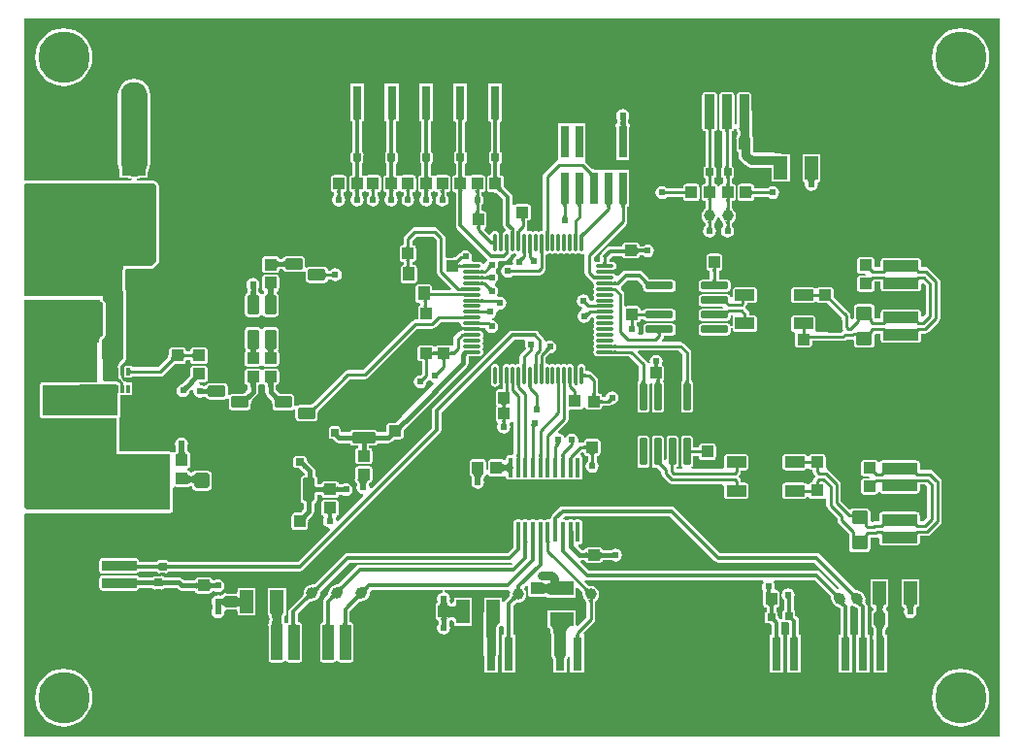
<source format=gtl>
G04*
G04 #@! TF.GenerationSoftware,Altium Limited,Altium Designer,20.1.14 (287)*
G04*
G04 Layer_Physical_Order=1*
G04 Layer_Color=255*
%FSAX25Y25*%
%MOIN*%
G70*
G04*
G04 #@! TF.SameCoordinates,C681FEE1-0408-4DE3-B8E6-77A2D80871C9*
G04*
G04*
G04 #@! TF.FilePolarity,Positive*
G04*
G01*
G75*
%ADD15C,0.01000*%
G04:AMPARAMS|DCode=21|XSize=49.21mil|YSize=39.37mil|CornerRadius=2.95mil|HoleSize=0mil|Usage=FLASHONLY|Rotation=90.000|XOffset=0mil|YOffset=0mil|HoleType=Round|Shape=RoundedRectangle|*
%AMROUNDEDRECTD21*
21,1,0.04921,0.03347,0,0,90.0*
21,1,0.04331,0.03937,0,0,90.0*
1,1,0.00591,0.01673,0.02165*
1,1,0.00591,0.01673,-0.02165*
1,1,0.00591,-0.01673,-0.02165*
1,1,0.00591,-0.01673,0.02165*
%
%ADD21ROUNDEDRECTD21*%
G04:AMPARAMS|DCode=22|XSize=68.9mil|YSize=14.96mil|CornerRadius=1.12mil|HoleSize=0mil|Usage=FLASHONLY|Rotation=270.000|XOffset=0mil|YOffset=0mil|HoleType=Round|Shape=RoundedRectangle|*
%AMROUNDEDRECTD22*
21,1,0.06890,0.01272,0,0,270.0*
21,1,0.06665,0.01496,0,0,270.0*
1,1,0.00224,-0.00636,-0.03333*
1,1,0.00224,-0.00636,0.03333*
1,1,0.00224,0.00636,0.03333*
1,1,0.00224,0.00636,-0.03333*
%
%ADD22ROUNDEDRECTD22*%
%ADD23R,0.01221X0.02598*%
%ADD24O,0.01181X0.06299*%
%ADD25O,0.06299X0.01181*%
G04:AMPARAMS|DCode=26|XSize=24.61mil|YSize=93.5mil|CornerRadius=2.46mil|HoleSize=0mil|Usage=FLASHONLY|Rotation=0.000|XOffset=0mil|YOffset=0mil|HoleType=Round|Shape=RoundedRectangle|*
%AMROUNDEDRECTD26*
21,1,0.02461,0.08858,0,0,0.0*
21,1,0.01968,0.09350,0,0,0.0*
1,1,0.00492,0.00984,-0.04429*
1,1,0.00492,-0.00984,-0.04429*
1,1,0.00492,-0.00984,0.04429*
1,1,0.00492,0.00984,0.04429*
%
%ADD26ROUNDEDRECTD26*%
G04:AMPARAMS|DCode=27|XSize=24.61mil|YSize=93.5mil|CornerRadius=2.46mil|HoleSize=0mil|Usage=FLASHONLY|Rotation=90.000|XOffset=0mil|YOffset=0mil|HoleType=Round|Shape=RoundedRectangle|*
%AMROUNDEDRECTD27*
21,1,0.02461,0.08858,0,0,90.0*
21,1,0.01968,0.09350,0,0,90.0*
1,1,0.00492,0.04429,0.00984*
1,1,0.00492,0.04429,-0.00984*
1,1,0.00492,-0.04429,-0.00984*
1,1,0.00492,-0.04429,0.00984*
%
%ADD27ROUNDEDRECTD27*%
%ADD28C,0.03937*%
G04:AMPARAMS|DCode=29|XSize=39.37mil|YSize=39.37mil|CornerRadius=3.94mil|HoleSize=0mil|Usage=FLASHONLY|Rotation=90.000|XOffset=0mil|YOffset=0mil|HoleType=Round|Shape=RoundedRectangle|*
%AMROUNDEDRECTD29*
21,1,0.03937,0.03150,0,0,90.0*
21,1,0.03150,0.03937,0,0,90.0*
1,1,0.00787,0.01575,0.01575*
1,1,0.00787,0.01575,-0.01575*
1,1,0.00787,-0.01575,-0.01575*
1,1,0.00787,-0.01575,0.01575*
%
%ADD29ROUNDEDRECTD29*%
G04:AMPARAMS|DCode=30|XSize=141.73mil|YSize=78.74mil|CornerRadius=5.91mil|HoleSize=0mil|Usage=FLASHONLY|Rotation=0.000|XOffset=0mil|YOffset=0mil|HoleType=Round|Shape=RoundedRectangle|*
%AMROUNDEDRECTD30*
21,1,0.14173,0.06693,0,0,0.0*
21,1,0.12992,0.07874,0,0,0.0*
1,1,0.01181,0.06496,-0.03347*
1,1,0.01181,-0.06496,-0.03347*
1,1,0.01181,-0.06496,0.03347*
1,1,0.01181,0.06496,0.03347*
%
%ADD30ROUNDEDRECTD30*%
G04:AMPARAMS|DCode=31|XSize=39.37mil|YSize=78.74mil|CornerRadius=2.95mil|HoleSize=0mil|Usage=FLASHONLY|Rotation=270.000|XOffset=0mil|YOffset=0mil|HoleType=Round|Shape=RoundedRectangle|*
%AMROUNDEDRECTD31*
21,1,0.03937,0.07284,0,0,270.0*
21,1,0.03347,0.07874,0,0,270.0*
1,1,0.00591,-0.03642,-0.01673*
1,1,0.00591,-0.03642,0.01673*
1,1,0.00591,0.03642,0.01673*
1,1,0.00591,0.03642,-0.01673*
%
%ADD31ROUNDEDRECTD31*%
G04:AMPARAMS|DCode=32|XSize=39.37mil|YSize=78.74mil|CornerRadius=2.95mil|HoleSize=0mil|Usage=FLASHONLY|Rotation=180.000|XOffset=0mil|YOffset=0mil|HoleType=Round|Shape=RoundedRectangle|*
%AMROUNDEDRECTD32*
21,1,0.03937,0.07284,0,0,180.0*
21,1,0.03347,0.07874,0,0,180.0*
1,1,0.00591,-0.01673,0.03642*
1,1,0.00591,0.01673,0.03642*
1,1,0.00591,0.01673,-0.03642*
1,1,0.00591,-0.01673,-0.03642*
%
%ADD32ROUNDEDRECTD32*%
G04:AMPARAMS|DCode=33|XSize=43.31mil|YSize=39.37mil|CornerRadius=2.95mil|HoleSize=0mil|Usage=FLASHONLY|Rotation=180.000|XOffset=0mil|YOffset=0mil|HoleType=Round|Shape=RoundedRectangle|*
%AMROUNDEDRECTD33*
21,1,0.04331,0.03347,0,0,180.0*
21,1,0.03740,0.03937,0,0,180.0*
1,1,0.00591,-0.01870,0.01673*
1,1,0.00591,0.01870,0.01673*
1,1,0.00591,0.01870,-0.01673*
1,1,0.00591,-0.01870,-0.01673*
%
%ADD33ROUNDEDRECTD33*%
G04:AMPARAMS|DCode=34|XSize=43.31mil|YSize=39.37mil|CornerRadius=2.95mil|HoleSize=0mil|Usage=FLASHONLY|Rotation=90.000|XOffset=0mil|YOffset=0mil|HoleType=Round|Shape=RoundedRectangle|*
%AMROUNDEDRECTD34*
21,1,0.04331,0.03347,0,0,90.0*
21,1,0.03740,0.03937,0,0,90.0*
1,1,0.00591,0.01673,0.01870*
1,1,0.00591,0.01673,-0.01870*
1,1,0.00591,-0.01673,-0.01870*
1,1,0.00591,-0.01673,0.01870*
%
%ADD34ROUNDEDRECTD34*%
G04:AMPARAMS|DCode=35|XSize=39.37mil|YSize=59.06mil|CornerRadius=3.94mil|HoleSize=0mil|Usage=FLASHONLY|Rotation=90.000|XOffset=0mil|YOffset=0mil|HoleType=Round|Shape=RoundedRectangle|*
%AMROUNDEDRECTD35*
21,1,0.03937,0.05118,0,0,90.0*
21,1,0.03150,0.05906,0,0,90.0*
1,1,0.00787,0.02559,0.01575*
1,1,0.00787,0.02559,-0.01575*
1,1,0.00787,-0.02559,-0.01575*
1,1,0.00787,-0.02559,0.01575*
%
%ADD35ROUNDEDRECTD35*%
G04:AMPARAMS|DCode=36|XSize=80.71mil|YSize=185.04mil|CornerRadius=6.05mil|HoleSize=0mil|Usage=FLASHONLY|Rotation=90.000|XOffset=0mil|YOffset=0mil|HoleType=Round|Shape=RoundedRectangle|*
%AMROUNDEDRECTD36*
21,1,0.08071,0.17293,0,0,90.0*
21,1,0.06860,0.18504,0,0,90.0*
1,1,0.01211,0.08647,0.03430*
1,1,0.01211,0.08647,-0.03430*
1,1,0.01211,-0.08647,-0.03430*
1,1,0.01211,-0.08647,0.03430*
%
%ADD36ROUNDEDRECTD36*%
%ADD37R,0.02900X0.11000*%
%ADD38R,0.07087X0.14961*%
%ADD39R,0.03150X0.11417*%
G04:AMPARAMS|DCode=40|XSize=39.37mil|YSize=122.05mil|CornerRadius=2.95mil|HoleSize=0mil|Usage=FLASHONLY|Rotation=270.000|XOffset=0mil|YOffset=0mil|HoleType=Round|Shape=RoundedRectangle|*
%AMROUNDEDRECTD40*
21,1,0.03937,0.11614,0,0,270.0*
21,1,0.03347,0.12205,0,0,270.0*
1,1,0.00591,-0.05807,-0.01673*
1,1,0.00591,-0.05807,0.01673*
1,1,0.00591,0.05807,0.01673*
1,1,0.00591,0.05807,-0.01673*
%
%ADD40ROUNDEDRECTD40*%
G04:AMPARAMS|DCode=41|XSize=74.8mil|YSize=157.48mil|CornerRadius=5.61mil|HoleSize=0mil|Usage=FLASHONLY|Rotation=270.000|XOffset=0mil|YOffset=0mil|HoleType=Round|Shape=RoundedRectangle|*
%AMROUNDEDRECTD41*
21,1,0.07480,0.14626,0,0,270.0*
21,1,0.06358,0.15748,0,0,270.0*
1,1,0.01122,-0.07313,-0.03179*
1,1,0.01122,-0.07313,0.03179*
1,1,0.01122,0.07313,0.03179*
1,1,0.01122,0.07313,-0.03179*
%
%ADD41ROUNDEDRECTD41*%
G04:AMPARAMS|DCode=42|XSize=35.43mil|YSize=118.11mil|CornerRadius=2.66mil|HoleSize=0mil|Usage=FLASHONLY|Rotation=90.000|XOffset=0mil|YOffset=0mil|HoleType=Round|Shape=RoundedRectangle|*
%AMROUNDEDRECTD42*
21,1,0.03543,0.11280,0,0,90.0*
21,1,0.03012,0.11811,0,0,90.0*
1,1,0.00532,0.05640,0.01506*
1,1,0.00532,0.05640,-0.01506*
1,1,0.00532,-0.05640,-0.01506*
1,1,0.00532,-0.05640,0.01506*
%
%ADD42ROUNDEDRECTD42*%
G04:AMPARAMS|DCode=43|XSize=35.43mil|YSize=118.11mil|CornerRadius=2.66mil|HoleSize=0mil|Usage=FLASHONLY|Rotation=0.000|XOffset=0mil|YOffset=0mil|HoleType=Round|Shape=RoundedRectangle|*
%AMROUNDEDRECTD43*
21,1,0.03543,0.11280,0,0,0.0*
21,1,0.03012,0.11811,0,0,0.0*
1,1,0.00532,0.01506,-0.05640*
1,1,0.00532,-0.01506,-0.05640*
1,1,0.00532,-0.01506,0.05640*
1,1,0.00532,0.01506,0.05640*
%
%ADD43ROUNDEDRECTD43*%
G04:AMPARAMS|DCode=44|XSize=74.8mil|YSize=157.48mil|CornerRadius=5.61mil|HoleSize=0mil|Usage=FLASHONLY|Rotation=0.000|XOffset=0mil|YOffset=0mil|HoleType=Round|Shape=RoundedRectangle|*
%AMROUNDEDRECTD44*
21,1,0.07480,0.14626,0,0,0.0*
21,1,0.06358,0.15748,0,0,0.0*
1,1,0.01122,0.03179,-0.07313*
1,1,0.01122,-0.03179,-0.07313*
1,1,0.01122,-0.03179,0.07313*
1,1,0.01122,0.03179,0.07313*
%
%ADD44ROUNDEDRECTD44*%
G04:AMPARAMS|DCode=45|XSize=39.37mil|YSize=122.05mil|CornerRadius=2.95mil|HoleSize=0mil|Usage=FLASHONLY|Rotation=180.000|XOffset=0mil|YOffset=0mil|HoleType=Round|Shape=RoundedRectangle|*
%AMROUNDEDRECTD45*
21,1,0.03937,0.11614,0,0,180.0*
21,1,0.03347,0.12205,0,0,180.0*
1,1,0.00591,-0.01673,0.05807*
1,1,0.00591,0.01673,0.05807*
1,1,0.00591,0.01673,-0.05807*
1,1,0.00591,-0.01673,-0.05807*
%
%ADD45ROUNDEDRECTD45*%
%ADD46R,0.08000X0.04500*%
%ADD47R,0.04500X0.08000*%
G04:AMPARAMS|DCode=48|XSize=27.56mil|YSize=23.62mil|CornerRadius=1.77mil|HoleSize=0mil|Usage=FLASHONLY|Rotation=270.000|XOffset=0mil|YOffset=0mil|HoleType=Round|Shape=RoundedRectangle|*
%AMROUNDEDRECTD48*
21,1,0.02756,0.02008,0,0,270.0*
21,1,0.02402,0.02362,0,0,270.0*
1,1,0.00354,-0.01004,-0.01201*
1,1,0.00354,-0.01004,0.01201*
1,1,0.00354,0.01004,0.01201*
1,1,0.00354,0.01004,-0.01201*
%
%ADD48ROUNDEDRECTD48*%
G04:AMPARAMS|DCode=49|XSize=27.56mil|YSize=23.62mil|CornerRadius=1.77mil|HoleSize=0mil|Usage=FLASHONLY|Rotation=0.000|XOffset=0mil|YOffset=0mil|HoleType=Round|Shape=RoundedRectangle|*
%AMROUNDEDRECTD49*
21,1,0.02756,0.02008,0,0,0.0*
21,1,0.02402,0.02362,0,0,0.0*
1,1,0.00354,0.01201,-0.01004*
1,1,0.00354,-0.01201,-0.01004*
1,1,0.00354,-0.01201,0.01004*
1,1,0.00354,0.01201,0.01004*
%
%ADD49ROUNDEDRECTD49*%
G04:AMPARAMS|DCode=50|XSize=90.55mil|YSize=98.43mil|CornerRadius=6.79mil|HoleSize=0mil|Usage=FLASHONLY|Rotation=0.000|XOffset=0mil|YOffset=0mil|HoleType=Round|Shape=RoundedRectangle|*
%AMROUNDEDRECTD50*
21,1,0.09055,0.08484,0,0,0.0*
21,1,0.07697,0.09843,0,0,0.0*
1,1,0.01358,0.03848,-0.04242*
1,1,0.01358,-0.03848,-0.04242*
1,1,0.01358,-0.03848,0.04242*
1,1,0.01358,0.03848,0.04242*
%
%ADD50ROUNDEDRECTD50*%
G04:AMPARAMS|DCode=51|XSize=51.18mil|YSize=51.18mil|CornerRadius=5.12mil|HoleSize=0mil|Usage=FLASHONLY|Rotation=270.000|XOffset=0mil|YOffset=0mil|HoleType=Round|Shape=RoundedRectangle|*
%AMROUNDEDRECTD51*
21,1,0.05118,0.04095,0,0,270.0*
21,1,0.04095,0.05118,0,0,270.0*
1,1,0.01024,-0.02047,-0.02047*
1,1,0.01024,-0.02047,0.02047*
1,1,0.01024,0.02047,0.02047*
1,1,0.01024,0.02047,-0.02047*
%
%ADD51ROUNDEDRECTD51*%
G04:AMPARAMS|DCode=52|XSize=39.37mil|YSize=66.93mil|CornerRadius=3.94mil|HoleSize=0mil|Usage=FLASHONLY|Rotation=180.000|XOffset=0mil|YOffset=0mil|HoleType=Round|Shape=RoundedRectangle|*
%AMROUNDEDRECTD52*
21,1,0.03937,0.05906,0,0,180.0*
21,1,0.03150,0.06693,0,0,180.0*
1,1,0.00787,-0.01575,0.02953*
1,1,0.00787,0.01575,0.02953*
1,1,0.00787,0.01575,-0.02953*
1,1,0.00787,-0.01575,-0.02953*
%
%ADD52ROUNDEDRECTD52*%
G04:AMPARAMS|DCode=53|XSize=47.24mil|YSize=55.12mil|CornerRadius=4.72mil|HoleSize=0mil|Usage=FLASHONLY|Rotation=270.000|XOffset=0mil|YOffset=0mil|HoleType=Round|Shape=RoundedRectangle|*
%AMROUNDEDRECTD53*
21,1,0.04724,0.04567,0,0,270.0*
21,1,0.03780,0.05512,0,0,270.0*
1,1,0.00945,-0.02284,-0.01890*
1,1,0.00945,-0.02284,0.01890*
1,1,0.00945,0.02284,0.01890*
1,1,0.00945,0.02284,-0.01890*
%
%ADD53ROUNDEDRECTD53*%
G04:AMPARAMS|DCode=54|XSize=68.9mil|YSize=39.37mil|CornerRadius=3.94mil|HoleSize=0mil|Usage=FLASHONLY|Rotation=0.000|XOffset=0mil|YOffset=0mil|HoleType=Round|Shape=RoundedRectangle|*
%AMROUNDEDRECTD54*
21,1,0.06890,0.03150,0,0,0.0*
21,1,0.06102,0.03937,0,0,0.0*
1,1,0.00787,0.03051,-0.01575*
1,1,0.00787,-0.03051,-0.01575*
1,1,0.00787,-0.03051,0.01575*
1,1,0.00787,0.03051,0.01575*
%
%ADD54ROUNDEDRECTD54*%
G04:AMPARAMS|DCode=55|XSize=43.31mil|YSize=39.37mil|CornerRadius=3.94mil|HoleSize=0mil|Usage=FLASHONLY|Rotation=270.000|XOffset=0mil|YOffset=0mil|HoleType=Round|Shape=RoundedRectangle|*
%AMROUNDEDRECTD55*
21,1,0.04331,0.03150,0,0,270.0*
21,1,0.03543,0.03937,0,0,270.0*
1,1,0.00787,-0.01575,-0.01772*
1,1,0.00787,-0.01575,0.01772*
1,1,0.00787,0.01575,0.01772*
1,1,0.00787,0.01575,-0.01772*
%
%ADD55ROUNDEDRECTD55*%
G04:AMPARAMS|DCode=56|XSize=43.31mil|YSize=39.37mil|CornerRadius=3.94mil|HoleSize=0mil|Usage=FLASHONLY|Rotation=180.000|XOffset=0mil|YOffset=0mil|HoleType=Round|Shape=RoundedRectangle|*
%AMROUNDEDRECTD56*
21,1,0.04331,0.03150,0,0,180.0*
21,1,0.03543,0.03937,0,0,180.0*
1,1,0.00787,-0.01772,0.01575*
1,1,0.00787,0.01772,0.01575*
1,1,0.00787,0.01772,-0.01575*
1,1,0.00787,-0.01772,-0.01575*
%
%ADD56ROUNDEDRECTD56*%
G04:AMPARAMS|DCode=57|XSize=74.8mil|YSize=68.9mil|CornerRadius=6.89mil|HoleSize=0mil|Usage=FLASHONLY|Rotation=270.000|XOffset=0mil|YOffset=0mil|HoleType=Round|Shape=RoundedRectangle|*
%AMROUNDEDRECTD57*
21,1,0.07480,0.05512,0,0,270.0*
21,1,0.06102,0.06890,0,0,270.0*
1,1,0.01378,-0.02756,-0.03051*
1,1,0.01378,-0.02756,0.03051*
1,1,0.01378,0.02756,0.03051*
1,1,0.01378,0.02756,-0.03051*
%
%ADD57ROUNDEDRECTD57*%
G04:AMPARAMS|DCode=58|XSize=62.99mil|YSize=118.11mil|CornerRadius=4.72mil|HoleSize=0mil|Usage=FLASHONLY|Rotation=180.000|XOffset=0mil|YOffset=0mil|HoleType=Round|Shape=RoundedRectangle|*
%AMROUNDEDRECTD58*
21,1,0.06299,0.10866,0,0,180.0*
21,1,0.05354,0.11811,0,0,180.0*
1,1,0.00945,-0.02677,0.05433*
1,1,0.00945,0.02677,0.05433*
1,1,0.00945,0.02677,-0.05433*
1,1,0.00945,-0.02677,-0.05433*
%
%ADD58ROUNDEDRECTD58*%
%ADD99C,0.01800*%
%ADD100C,0.01600*%
%ADD101C,0.01200*%
%ADD102C,0.03000*%
%ADD103C,0.01100*%
%ADD104C,0.01500*%
%ADD105C,0.01050*%
%ADD106C,0.02000*%
%ADD107C,0.09000*%
%ADD108C,0.04000*%
%ADD109C,0.09055*%
%ADD110C,0.17717*%
%ADD111C,0.02400*%
G36*
X0044353Y0116400D02*
X0044342Y0116505D01*
X0044309Y0116598D01*
X0044253Y0116681D01*
X0044175Y0116752D01*
X0044075Y0116813D01*
X0043953Y0116862D01*
X0043808Y0116901D01*
X0043641Y0116928D01*
X0043452Y0116945D01*
X0043241Y0116950D01*
Y0118050D01*
X0043452Y0118055D01*
X0043641Y0118072D01*
X0043808Y0118099D01*
X0043953Y0118138D01*
X0044075Y0118187D01*
X0044175Y0118248D01*
X0044253Y0118319D01*
X0044309Y0118402D01*
X0044342Y0118496D01*
X0044353Y0118600D01*
Y0116400D01*
D02*
G37*
G36*
X0041158Y0118496D02*
X0041191Y0118402D01*
X0041247Y0118319D01*
X0041325Y0118248D01*
X0041425Y0118187D01*
X0041547Y0118138D01*
X0041692Y0118099D01*
X0041859Y0118072D01*
X0042048Y0118055D01*
X0042259Y0118050D01*
Y0116950D01*
X0042048Y0116945D01*
X0041859Y0116928D01*
X0041692Y0116901D01*
X0041547Y0116862D01*
X0041425Y0116813D01*
X0041325Y0116752D01*
X0041247Y0116681D01*
X0041191Y0116598D01*
X0041158Y0116505D01*
X0041147Y0116400D01*
Y0118600D01*
X0041158Y0118496D01*
D02*
G37*
G36*
X0038397Y0115550D02*
X0038312Y0115611D01*
X0038212Y0115641D01*
X0038096Y0115640D01*
X0037964Y0115607D01*
X0037816Y0115544D01*
X0037653Y0115449D01*
X0037474Y0115324D01*
X0037279Y0115167D01*
X0036841Y0114760D01*
X0036063Y0115538D01*
X0036282Y0115765D01*
X0036627Y0116171D01*
X0036753Y0116350D01*
X0036847Y0116513D01*
X0036911Y0116661D01*
X0036943Y0116793D01*
X0036944Y0116909D01*
X0036914Y0117009D01*
X0036853Y0117094D01*
X0038397Y0115550D01*
D02*
G37*
G36*
X0321411Y-0013511D02*
X-0013511D01*
Y0063131D01*
X-0012974Y0063500D01*
X-0012810Y0063542D01*
X-0012500Y0063480D01*
X0036500Y0063480D01*
X0036890Y0063558D01*
X0037221Y0063779D01*
X0037442Y0064110D01*
X0037520Y0064500D01*
Y0072131D01*
X0038202Y0072516D01*
X0038220Y0072513D01*
X0038630Y0072432D01*
X0042139D01*
X0042180Y0072404D01*
X0042242Y0072391D01*
X0042298Y0072363D01*
X0042435Y0072352D01*
X0042570Y0072325D01*
X0042632Y0072337D01*
X0042695Y0072332D01*
X0042825Y0072374D01*
X0042960Y0072400D01*
X0043013Y0072435D01*
X0043073Y0072455D01*
X0043178Y0072544D01*
X0043292Y0072620D01*
X0043951Y0072581D01*
X0043986Y0072554D01*
X0044130Y0072392D01*
X0044132Y0072389D01*
X0044217Y0071962D01*
X0044507Y0071528D01*
X0044941Y0071238D01*
X0045453Y0071136D01*
X0049547D01*
X0050059Y0071238D01*
X0050493Y0071528D01*
X0050783Y0071962D01*
X0050885Y0072474D01*
Y0076568D01*
X0050783Y0077080D01*
X0050493Y0077514D01*
X0050059Y0077804D01*
X0049547Y0077906D01*
X0045453D01*
X0045395Y0077894D01*
X0045354Y0077914D01*
X0045240Y0077921D01*
X0045129Y0077947D01*
X0045043Y0077934D01*
X0044957Y0077939D01*
X0044849Y0077902D01*
X0044736Y0077884D01*
X0044662Y0077838D01*
X0044580Y0077810D01*
X0044495Y0077735D01*
X0044398Y0077674D01*
X0044347Y0077604D01*
X0044282Y0077547D01*
X0044238Y0077490D01*
X0043835Y0077460D01*
X0043790Y0077463D01*
X0043488Y0077538D01*
X0043396Y0077649D01*
X0043316Y0077769D01*
X0043269Y0077801D01*
X0043233Y0077844D01*
X0043106Y0077911D01*
X0042986Y0077992D01*
X0042931Y0078003D01*
X0042881Y0078029D01*
X0042738Y0078042D01*
X0042596Y0078071D01*
X0042485Y0078754D01*
X0042797Y0078816D01*
X0043160Y0079058D01*
X0043402Y0079420D01*
X0043487Y0079848D01*
Y0083194D01*
X0043478Y0083237D01*
X0043507Y0083328D01*
X0043502Y0083383D01*
X0043513Y0083438D01*
X0043485Y0083580D01*
X0043472Y0083724D01*
X0043446Y0083774D01*
X0043435Y0083828D01*
X0043355Y0083949D01*
X0043288Y0084077D01*
X0043245Y0084113D01*
X0043214Y0084159D01*
X0043094Y0084239D01*
X0042983Y0084332D01*
X0042930Y0084349D01*
X0042884Y0084380D01*
X0042741Y0084408D01*
X0042652Y0084436D01*
X0042630Y0084493D01*
X0042588Y0084651D01*
X0042552Y0084872D01*
X0042539Y0085025D01*
Y0086292D01*
X0042572Y0086342D01*
X0042743Y0087200D01*
X0042572Y0088058D01*
X0042086Y0088786D01*
X0041358Y0089272D01*
X0040500Y0089443D01*
X0039642Y0089272D01*
X0038914Y0088786D01*
X0038428Y0088058D01*
X0038257Y0087200D01*
X0038428Y0086342D01*
X0038461Y0086292D01*
Y0085025D01*
X0038448Y0084872D01*
X0038412Y0084651D01*
X0038370Y0084493D01*
X0038348Y0084436D01*
X0038259Y0084408D01*
X0038116Y0084380D01*
X0038070Y0084349D01*
X0038017Y0084332D01*
X0037999Y0084317D01*
X0037498Y0084228D01*
X0037426Y0084227D01*
X0037233Y0084263D01*
X0037056Y0084332D01*
X0036890Y0084442D01*
X0036500Y0084520D01*
X0019020Y0084520D01*
Y0095880D01*
X0018991Y0096025D01*
X0019221Y0096179D01*
X0019442Y0096510D01*
X0019520Y0096900D01*
X0019520Y0104028D01*
X0023379D01*
Y0108226D01*
X0021419D01*
X0021355Y0108550D01*
X0021023Y0109046D01*
X0020954Y0109115D01*
X0021244Y0109815D01*
X0022400D01*
X0022447Y0109801D01*
X0022501Y0109806D01*
X0022555Y0109795D01*
X0022657Y0109815D01*
X0023379D01*
Y0110241D01*
X0023450Y0110327D01*
X0023452Y0110334D01*
X0033218D01*
X0033822Y0110454D01*
X0034335Y0110797D01*
X0037767Y0114229D01*
X0037946Y0114395D01*
X0038086Y0114508D01*
X0038159Y0114559D01*
X0038161Y0114558D01*
X0038280Y0114553D01*
X0038397Y0114530D01*
X0038477Y0114546D01*
X0038559Y0114543D01*
X0038670Y0114585D01*
X0038787Y0114608D01*
X0038855Y0114654D01*
X0038932Y0114682D01*
X0038962Y0114710D01*
X0040870D01*
X0041297Y0114795D01*
X0041660Y0115037D01*
X0041902Y0115399D01*
X0041987Y0115827D01*
Y0115846D01*
X0042042Y0115912D01*
X0042045Y0115920D01*
X0043455D01*
X0043458Y0115912D01*
X0043513Y0115846D01*
Y0115827D01*
X0043598Y0115399D01*
X0043840Y0115037D01*
X0044203Y0114795D01*
X0044630Y0114710D01*
X0048370D01*
X0048797Y0114795D01*
X0049160Y0115037D01*
X0049402Y0115399D01*
X0049487Y0115827D01*
Y0119173D01*
X0049402Y0119601D01*
X0049160Y0119963D01*
X0048797Y0120205D01*
X0048370Y0120290D01*
X0044630D01*
X0044203Y0120205D01*
X0043840Y0119963D01*
X0043598Y0119601D01*
X0043513Y0119173D01*
Y0119154D01*
X0043458Y0119088D01*
X0043455Y0119080D01*
X0042045D01*
X0042042Y0119088D01*
X0041987Y0119154D01*
Y0119173D01*
X0041902Y0119601D01*
X0041660Y0119963D01*
X0041297Y0120205D01*
X0040870Y0120290D01*
X0037130D01*
X0036703Y0120205D01*
X0036340Y0119963D01*
X0036098Y0119601D01*
X0036013Y0119173D01*
Y0117659D01*
X0035985Y0117629D01*
X0035957Y0117552D01*
X0035911Y0117484D01*
X0035888Y0117367D01*
X0035846Y0117256D01*
X0035849Y0117174D01*
X0035833Y0117094D01*
X0035857Y0116977D01*
X0035861Y0116858D01*
X0035862Y0116856D01*
X0035819Y0116794D01*
X0035575Y0116506D01*
X0032563Y0113495D01*
X0023452D01*
X0023450Y0113502D01*
X0023379Y0113588D01*
Y0114014D01*
X0022657D01*
X0022555Y0114034D01*
X0022501Y0114023D01*
X0022447Y0114028D01*
X0022400Y0114014D01*
X0020558D01*
Y0113750D01*
X0020559Y0113648D01*
X0020584Y0113224D01*
X0020591Y0113207D01*
X0020598Y0113202D01*
X0020558Y0113201D01*
Y0112594D01*
X0020508Y0112519D01*
X0020388Y0111915D01*
X0020508Y0111310D01*
X0020558Y0111235D01*
Y0110940D01*
X0020523Y0110882D01*
X0020426Y0110784D01*
X0019858Y0110550D01*
X0019846Y0110558D01*
X0019662Y0110743D01*
X0019624Y0110811D01*
X0019619Y0110826D01*
Y0111856D01*
X0019548Y0112212D01*
Y0112958D01*
X0019515Y0113128D01*
X0019508Y0113173D01*
X0019512Y0113190D01*
X0019508Y0113190D01*
X0019513Y0113193D01*
X0019531Y0113264D01*
X0019536Y0113365D01*
X0019547Y0113407D01*
X0019543Y0113434D01*
X0019548Y0113460D01*
Y0113652D01*
X0019558Y0113698D01*
X0019558Y0113752D01*
X0019568D01*
X0019606Y0113940D01*
X0019825Y0114267D01*
X0019850Y0114330D01*
X0019942Y0114467D01*
X0019974Y0114628D01*
X0019977Y0114635D01*
Y0114642D01*
X0020007Y0114795D01*
X0020824Y0115286D01*
X0020917Y0115370D01*
X0021021Y0115439D01*
X0021063Y0115502D01*
X0021119Y0115553D01*
X0021172Y0115666D01*
X0021242Y0115770D01*
X0021257Y0115844D01*
X0021289Y0115913D01*
X0021295Y0116037D01*
X0021320Y0116160D01*
X0021320Y0138000D01*
Y0139629D01*
X0021300Y0139728D01*
Y0139828D01*
X0021262Y0139921D01*
X0021242Y0140020D01*
X0021186Y0140103D01*
X0021148Y0140196D01*
X0021101Y0140266D01*
X0021045Y0140549D01*
Y0146451D01*
X0021101Y0146734D01*
X0021148Y0146804D01*
X0021186Y0146897D01*
X0021242Y0146980D01*
X0021262Y0147079D01*
X0021300Y0147172D01*
Y0147180D01*
X0030100D01*
X0030490Y0147258D01*
X0030821Y0147479D01*
X0032521Y0149179D01*
X0032742Y0149510D01*
X0032820Y0149900D01*
Y0164283D01*
X0032800Y0164382D01*
Y0164482D01*
X0032796Y0164500D01*
X0032800Y0164518D01*
Y0164618D01*
X0032820Y0164717D01*
Y0175700D01*
X0032742Y0176090D01*
X0032521Y0176421D01*
X0031721Y0177221D01*
X0031390Y0177442D01*
X0031000Y0177520D01*
X0025036D01*
X0024990Y0178220D01*
X0025593Y0178299D01*
X0026561Y0178700D01*
X0028800D01*
Y0180673D01*
X0028962Y0180884D01*
X0029516Y0182222D01*
X0029705Y0183658D01*
Y0206789D01*
X0029733Y0207000D01*
X0029543Y0208443D01*
X0028986Y0209788D01*
X0028100Y0210942D01*
X0026945Y0211828D01*
X0025600Y0212385D01*
X0024158Y0212575D01*
X0022715Y0212385D01*
X0021370Y0211828D01*
X0020215Y0210942D01*
X0019329Y0209788D01*
X0018772Y0208443D01*
X0018582Y0207000D01*
X0018610Y0206789D01*
Y0183658D01*
X0018799Y0182222D01*
X0019200Y0181254D01*
Y0178700D01*
X0021754D01*
X0022722Y0178299D01*
X0023325Y0178220D01*
X0023279Y0177520D01*
X-0013286D01*
X-0013511Y0177704D01*
Y0233411D01*
X0321411D01*
Y-0013511D01*
D02*
G37*
G36*
X0022566Y0112910D02*
X0022599Y0112817D01*
X0022655Y0112734D01*
X0022733Y0112662D01*
X0022833Y0112602D01*
X0022955Y0112552D01*
X0023100Y0112514D01*
X0023266Y0112487D01*
X0023455Y0112470D01*
X0023667Y0112464D01*
Y0111364D01*
X0023455Y0111359D01*
X0023266Y0111343D01*
X0023100Y0111315D01*
X0022955Y0111276D01*
X0022833Y0111227D01*
X0022733Y0111167D01*
X0022655Y0111095D01*
X0022599Y0111012D01*
X0022566Y0110919D01*
X0022555Y0110814D01*
Y0113014D01*
X0022566Y0112910D01*
D02*
G37*
G36*
X0031800Y0175700D02*
Y0164717D01*
X0031757Y0164500D01*
X0031800Y0164283D01*
Y0149900D01*
X0030100Y0148200D01*
X0020300D01*
Y0147371D01*
X0020141Y0147132D01*
X0020025Y0146551D01*
Y0140449D01*
X0020141Y0139868D01*
X0020300Y0139629D01*
Y0138000D01*
X0020300Y0116160D01*
X0019000Y0115380D01*
Y0114857D01*
X0018977Y0114834D01*
X0018645Y0114338D01*
X0018529Y0113752D01*
Y0113460D01*
X0018519Y0113440D01*
X0018513Y0113317D01*
X0018501Y0113273D01*
X0018503Y0113256D01*
X0018488Y0113179D01*
X0018502Y0113111D01*
X0018499Y0113042D01*
X0018529Y0112958D01*
Y0112207D01*
X0018471Y0111915D01*
X0018529Y0111622D01*
Y0110627D01*
X0018630D01*
X0018622Y0110617D01*
X0018615Y0110587D01*
X0018609Y0110537D01*
X0018600Y0110377D01*
X0018592Y0109762D01*
X0018645Y0109492D01*
X0018864Y0109164D01*
X0018300Y0108600D01*
X0014000D01*
X0013500Y0109100D01*
Y0123368D01*
X0013500Y0123368D01*
X0013921Y0123650D01*
X0014202Y0124071D01*
X0014301Y0124567D01*
Y0135433D01*
X0014202Y0135930D01*
X0013921Y0136351D01*
X0013500Y0136632D01*
X0013500Y0136632D01*
Y0138000D01*
X-0013511Y0138000D01*
Y0176275D01*
X-0013286Y0176500D01*
X0031000D01*
X0031800Y0175700D01*
D02*
G37*
G36*
X0020442Y0107858D02*
X0020467Y0107453D01*
X0020474Y0107425D01*
X0020483Y0107408D01*
X0020492Y0107402D01*
X0019402Y0107414D01*
X0019409Y0107420D01*
X0019416Y0107436D01*
X0019422Y0107464D01*
X0019427Y0107502D01*
X0019435Y0107613D01*
X0019442Y0107965D01*
X0020442D01*
X0020442Y0107858D01*
D02*
G37*
G36*
X0018412Y0107067D02*
Y0106185D01*
X0018500Y0105745D01*
X0018500Y0096900D01*
X-0007200D01*
X-0007200Y0107333D01*
X0018047Y0107497D01*
X0018412Y0107067D01*
D02*
G37*
G36*
X0041510Y0085094D02*
X0041540Y0084747D01*
X0041589Y0084440D01*
X0041659Y0084174D01*
X0041748Y0083949D01*
X0041858Y0083765D01*
X0041987Y0083622D01*
X0042136Y0083520D01*
X0042305Y0083458D01*
X0042493Y0083438D01*
X0038507D01*
X0038695Y0083458D01*
X0038864Y0083520D01*
X0039013Y0083622D01*
X0039142Y0083765D01*
X0039252Y0083949D01*
X0039341Y0084174D01*
X0039411Y0084440D01*
X0039460Y0084747D01*
X0039490Y0085094D01*
X0039500Y0085483D01*
X0041500D01*
X0041510Y0085094D01*
D02*
G37*
G36*
X0042611Y0076863D02*
X0042673Y0076694D01*
X0042776Y0076545D01*
X0042920Y0076416D01*
X0043106Y0076306D01*
X0043334Y0076217D01*
X0043603Y0076148D01*
X0043734Y0076126D01*
X0043795Y0076136D01*
X0044040Y0076197D01*
X0044264Y0076276D01*
X0044469Y0076372D01*
X0044655Y0076485D01*
X0044820Y0076615D01*
X0044966Y0076763D01*
X0045092Y0076928D01*
X0044955Y0073058D01*
X0044941Y0073248D01*
X0044886Y0073418D01*
X0044789Y0073568D01*
X0044650Y0073698D01*
X0044470Y0073808D01*
X0044248Y0073898D01*
X0043984Y0073968D01*
X0043815Y0073996D01*
X0043796Y0073994D01*
X0043554Y0073944D01*
X0043334Y0073880D01*
X0043137Y0073801D01*
X0042962Y0073708D01*
X0042810Y0073601D01*
X0042681Y0073480D01*
X0042574Y0073344D01*
X0042592Y0077052D01*
X0042611Y0076863D01*
D02*
G37*
G36*
X0012498Y0136445D02*
X0012500Y0136440D01*
X0012500Y0123517D01*
X0012243Y0123132D01*
X0012128Y0122551D01*
Y0121950D01*
X0011500D01*
Y0108474D01*
X-0007207Y0108352D01*
X-0007399Y0108313D01*
X-0007590Y0108275D01*
X-0007593Y0108273D01*
X-0007596Y0108272D01*
X-0007758Y0108162D01*
X-0007921Y0108054D01*
X-0007923Y0108051D01*
X-0007926Y0108049D01*
X-0008033Y0107885D01*
X-0008142Y0107723D01*
X-0008143Y0107720D01*
X-0008145Y0107717D01*
X-0008181Y0107524D01*
X-0008220Y0107333D01*
X-0008220Y0096900D01*
X-0008142Y0096510D01*
X-0007921Y0096179D01*
X-0007590Y0095958D01*
X-0007200Y0095880D01*
X0018000D01*
Y0083500D01*
X0036500Y0083500D01*
Y0064500D01*
X-0012500Y0064500D01*
X-0013511Y0065511D01*
Y0136500D01*
X0012444Y0136500D01*
X0012498Y0136445D01*
D02*
G37*
%LPC*%
G36*
X0308000Y0229906D02*
X0306067Y0229716D01*
X0304209Y0229152D01*
X0302497Y0228237D01*
X0300995Y0227005D01*
X0299763Y0225503D01*
X0298848Y0223791D01*
X0298284Y0221933D01*
X0298094Y0220000D01*
X0298284Y0218067D01*
X0298848Y0216209D01*
X0299763Y0214496D01*
X0300995Y0212995D01*
X0302497Y0211764D01*
X0304209Y0210848D01*
X0306067Y0210284D01*
X0308000Y0210094D01*
X0309933Y0210284D01*
X0311791Y0210848D01*
X0313504Y0211764D01*
X0315005Y0212995D01*
X0316236Y0214496D01*
X0317152Y0216209D01*
X0317716Y0218067D01*
X0317906Y0220000D01*
X0317716Y0221933D01*
X0317152Y0223791D01*
X0316236Y0225503D01*
X0315005Y0227005D01*
X0313504Y0228237D01*
X0311791Y0229152D01*
X0309933Y0229716D01*
X0308000Y0229906D01*
D02*
G37*
G36*
X0000000D02*
X-0001933Y0229716D01*
X-0003791Y0229152D01*
X-0005503Y0228237D01*
X-0007005Y0227005D01*
X-0008236Y0225503D01*
X-0009152Y0223791D01*
X-0009716Y0221933D01*
X-0009906Y0220000D01*
X-0009716Y0218067D01*
X-0009152Y0216209D01*
X-0008236Y0214496D01*
X-0007005Y0212995D01*
X-0005503Y0211764D01*
X-0003791Y0210848D01*
X-0001933Y0210284D01*
X0000000Y0210094D01*
X0001933Y0210284D01*
X0003791Y0210848D01*
X0005503Y0211764D01*
X0007005Y0212995D01*
X0008236Y0214496D01*
X0009152Y0216209D01*
X0009716Y0218067D01*
X0009906Y0220000D01*
X0009716Y0221933D01*
X0009152Y0223791D01*
X0008236Y0225503D01*
X0007005Y0227005D01*
X0005503Y0228237D01*
X0003791Y0229152D01*
X0001933Y0229716D01*
X0000000Y0229906D01*
D02*
G37*
G36*
X0235163Y0208051D02*
X0232152D01*
X0231736Y0207968D01*
X0231383Y0207733D01*
X0231148Y0207380D01*
X0231065Y0206964D01*
Y0196787D01*
X0231045Y0196761D01*
X0230345Y0196999D01*
Y0206964D01*
X0230262Y0207380D01*
X0230026Y0207733D01*
X0229674Y0207968D01*
X0229258Y0208051D01*
X0226246D01*
X0225830Y0207968D01*
X0225478Y0207733D01*
X0225242Y0207380D01*
X0225159Y0206964D01*
Y0195685D01*
X0225242Y0195269D01*
X0225478Y0194916D01*
X0225830Y0194681D01*
X0226183Y0194611D01*
X0226223Y0194577D01*
Y0182505D01*
X0226146Y0182439D01*
X0226027Y0182357D01*
X0225996Y0182310D01*
X0225954Y0182274D01*
X0225888Y0182145D01*
X0225810Y0182024D01*
X0225799Y0181969D01*
X0225774Y0181919D01*
X0225763Y0181775D01*
X0225737Y0181633D01*
X0225749Y0181578D01*
X0225745Y0181522D01*
X0225790Y0181385D01*
X0225819Y0181248D01*
Y0179496D01*
X0225894Y0179115D01*
X0226111Y0178792D01*
X0226200Y0178732D01*
X0226222Y0178689D01*
X0226264Y0178654D01*
X0226295Y0178608D01*
X0226416Y0178527D01*
X0226486Y0178469D01*
Y0176507D01*
X0226462Y0176487D01*
X0226306D01*
X0225879Y0176402D01*
X0225516Y0176160D01*
X0225274Y0175797D01*
X0225270Y0175775D01*
X0224556D01*
X0224551Y0175797D01*
X0224309Y0176160D01*
X0223947Y0176402D01*
X0223520Y0176487D01*
X0223401D01*
X0223376Y0176507D01*
Y0178469D01*
X0223446Y0178527D01*
X0223567Y0178608D01*
X0223598Y0178654D01*
X0223640Y0178689D01*
X0223662Y0178732D01*
X0223752Y0178792D01*
X0223968Y0179115D01*
X0224044Y0179496D01*
Y0181504D01*
X0223968Y0181885D01*
X0223752Y0182208D01*
X0223662Y0182268D01*
X0223640Y0182311D01*
X0223598Y0182346D01*
X0223567Y0182392D01*
X0223446Y0182473D01*
X0223376Y0182531D01*
Y0194577D01*
X0223416Y0194611D01*
X0223768Y0194681D01*
X0224121Y0194916D01*
X0224356Y0195269D01*
X0224439Y0195685D01*
Y0206964D01*
X0224356Y0207380D01*
X0224121Y0207733D01*
X0223768Y0207968D01*
X0223352Y0208051D01*
X0220341D01*
X0219925Y0207968D01*
X0219572Y0207733D01*
X0219337Y0207380D01*
X0219254Y0206964D01*
Y0195685D01*
X0219337Y0195269D01*
X0219572Y0194916D01*
X0219925Y0194681D01*
X0220277Y0194611D01*
X0220317Y0194577D01*
Y0182531D01*
X0220247Y0182473D01*
X0220126Y0182392D01*
X0220095Y0182346D01*
X0220053Y0182311D01*
X0220031Y0182268D01*
X0219941Y0182208D01*
X0219725Y0181885D01*
X0219649Y0181504D01*
Y0179496D01*
X0219725Y0179115D01*
X0219941Y0178792D01*
X0220031Y0178732D01*
X0220053Y0178689D01*
X0220095Y0178654D01*
X0220126Y0178608D01*
X0220247Y0178527D01*
X0220317Y0178469D01*
Y0176507D01*
X0220292Y0176487D01*
X0220173D01*
X0219746Y0176402D01*
X0219384Y0176160D01*
X0219142Y0175797D01*
X0219057Y0175370D01*
Y0171630D01*
X0219142Y0171203D01*
X0219384Y0170840D01*
X0219746Y0170598D01*
X0220173Y0170513D01*
X0220292D01*
X0220317Y0170492D01*
Y0168221D01*
X0220314Y0168193D01*
X0220302Y0168119D01*
X0220289Y0168067D01*
X0220281Y0168044D01*
X0220270Y0168036D01*
X0220204Y0167969D01*
X0220126Y0167917D01*
X0220066Y0167828D01*
X0219992Y0167752D01*
X0219957Y0167664D01*
X0219904Y0167586D01*
X0219884Y0167484D01*
X0219872Y0167474D01*
X0219428Y0166896D01*
X0219149Y0166223D01*
X0219054Y0165500D01*
X0219149Y0164777D01*
X0219428Y0164104D01*
X0219872Y0163525D01*
X0219884Y0163516D01*
X0219904Y0163414D01*
X0219957Y0163336D01*
X0219992Y0163248D01*
X0220066Y0163172D01*
X0220126Y0163083D01*
X0220204Y0163031D01*
X0220270Y0162964D01*
X0220281Y0162956D01*
X0220289Y0162933D01*
X0220302Y0162881D01*
X0220314Y0162807D01*
X0220317Y0162779D01*
Y0161927D01*
X0220314Y0161906D01*
X0220307Y0161876D01*
X0220304Y0161865D01*
X0220260Y0161836D01*
X0219774Y0161108D01*
X0219603Y0160250D01*
X0219774Y0159392D01*
X0220260Y0158664D01*
X0220988Y0158178D01*
X0221847Y0158007D01*
X0222705Y0158178D01*
X0223433Y0158664D01*
X0223919Y0159392D01*
X0224090Y0160250D01*
X0223919Y0161108D01*
X0223433Y0161836D01*
X0223390Y0161865D01*
X0223386Y0161876D01*
X0223379Y0161906D01*
X0223376Y0161927D01*
Y0162779D01*
X0223378Y0162807D01*
X0223391Y0162881D01*
X0223404Y0162933D01*
X0223412Y0162956D01*
X0223423Y0162964D01*
X0223489Y0163031D01*
X0223567Y0163083D01*
X0223627Y0163172D01*
X0223701Y0163248D01*
X0223736Y0163336D01*
X0223788Y0163414D01*
X0223809Y0163516D01*
X0223821Y0163525D01*
X0224265Y0164104D01*
X0224544Y0164777D01*
X0224560Y0164900D01*
X0225266D01*
X0225282Y0164777D01*
X0225561Y0164104D01*
X0226005Y0163525D01*
X0226027Y0163508D01*
X0226048Y0163404D01*
X0226101Y0163326D01*
X0226136Y0163239D01*
X0226211Y0163163D01*
X0226271Y0163074D01*
X0226350Y0163022D01*
X0226416Y0162955D01*
X0226425Y0162949D01*
X0226433Y0162929D01*
X0226445Y0162878D01*
X0226458Y0162804D01*
X0226460Y0162775D01*
Y0161921D01*
X0226457Y0161900D01*
X0226450Y0161868D01*
X0226447Y0161858D01*
X0226414Y0161836D01*
X0225928Y0161108D01*
X0225757Y0160250D01*
X0225928Y0159392D01*
X0226414Y0158664D01*
X0227142Y0158178D01*
X0228000Y0158007D01*
X0228858Y0158178D01*
X0229586Y0158664D01*
X0230072Y0159392D01*
X0230243Y0160250D01*
X0230072Y0161108D01*
X0229586Y0161836D01*
X0229533Y0161872D01*
X0229529Y0161884D01*
X0229522Y0161913D01*
X0229519Y0161933D01*
Y0162782D01*
X0229522Y0162811D01*
X0229534Y0162885D01*
X0229547Y0162937D01*
X0229556Y0162963D01*
X0229569Y0162972D01*
X0229635Y0163040D01*
X0229713Y0163093D01*
X0229771Y0163181D01*
X0229845Y0163258D01*
X0229880Y0163346D01*
X0229932Y0163425D01*
X0229951Y0163524D01*
X0229954Y0163525D01*
X0230398Y0164104D01*
X0230676Y0164777D01*
X0230772Y0165500D01*
X0230676Y0166223D01*
X0230398Y0166896D01*
X0229954Y0167474D01*
X0229941Y0167484D01*
X0229921Y0167586D01*
X0229869Y0167664D01*
X0229834Y0167752D01*
X0229759Y0167828D01*
X0229700Y0167917D01*
X0229622Y0167969D01*
X0229556Y0168036D01*
X0229544Y0168044D01*
X0229536Y0168067D01*
X0229523Y0168119D01*
X0229511Y0168193D01*
X0229509Y0168221D01*
Y0170492D01*
X0229533Y0170513D01*
X0229652D01*
X0230080Y0170598D01*
X0230442Y0170840D01*
X0230684Y0171203D01*
X0230769Y0171630D01*
Y0175370D01*
X0230684Y0175797D01*
X0230442Y0176160D01*
X0230080Y0176402D01*
X0229652Y0176487D01*
X0229570D01*
X0229545Y0176507D01*
Y0178469D01*
X0229615Y0178527D01*
X0229737Y0178608D01*
X0229767Y0178654D01*
X0229809Y0178689D01*
X0229832Y0178732D01*
X0229921Y0178792D01*
X0230137Y0179115D01*
X0230213Y0179496D01*
Y0181504D01*
X0230137Y0181885D01*
X0229921Y0182208D01*
X0229598Y0182424D01*
X0229352Y0182473D01*
X0229342Y0182480D01*
X0229281Y0182529D01*
Y0194577D01*
X0229321Y0194611D01*
X0229674Y0194681D01*
X0230026Y0194916D01*
X0230238Y0195233D01*
X0230660Y0195303D01*
X0230944Y0195327D01*
X0230971Y0195196D01*
X0231007Y0195141D01*
X0231028Y0195078D01*
X0231097Y0194959D01*
X0231143Y0194852D01*
X0231189Y0194712D01*
X0231292Y0194234D01*
X0231328Y0193977D01*
X0231333Y0193901D01*
X0231289Y0193511D01*
X0231244Y0193267D01*
X0231194Y0193059D01*
X0231143Y0192900D01*
X0231098Y0192794D01*
X0231030Y0192676D01*
X0231010Y0192614D01*
X0230974Y0192561D01*
X0230947Y0192427D01*
X0230905Y0192298D01*
X0230909Y0192234D01*
X0230896Y0192171D01*
X0230923Y0192037D01*
X0230932Y0191902D01*
X0230961Y0191844D01*
X0230974Y0191780D01*
X0231050Y0191667D01*
X0231059Y0191649D01*
Y0188478D01*
X0231151Y0188013D01*
X0231415Y0187618D01*
X0231675Y0187444D01*
X0231698Y0187092D01*
Y0186380D01*
X0231892Y0185404D01*
X0232445Y0184577D01*
X0234202Y0182820D01*
X0235029Y0182267D01*
X0236005Y0182073D01*
X0243200D01*
Y0177200D01*
X0249300D01*
Y0186800D01*
X0246558D01*
X0246476Y0186855D01*
X0245500Y0187049D01*
X0244358D01*
X0243743Y0187171D01*
X0237060D01*
X0236796Y0187435D01*
Y0189853D01*
X0236642Y0190627D01*
Y0191654D01*
X0236727Y0191780D01*
X0236736Y0191828D01*
X0236759Y0191870D01*
X0236775Y0192021D01*
X0236804Y0192171D01*
X0236795Y0192218D01*
X0236800Y0192266D01*
X0236756Y0192411D01*
X0236727Y0192561D01*
X0236700Y0192601D01*
X0236686Y0192647D01*
X0236653Y0192710D01*
X0236633Y0192767D01*
X0236599Y0192903D01*
X0236568Y0193071D01*
X0236474Y0194526D01*
Y0201325D01*
X0236280Y0202300D01*
X0236250Y0202345D01*
Y0206964D01*
X0236167Y0207380D01*
X0235932Y0207733D01*
X0235579Y0207968D01*
X0235163Y0208051D01*
D02*
G37*
G36*
X0192000Y0202243D02*
X0191142Y0202072D01*
X0190414Y0201586D01*
X0189928Y0200858D01*
X0189757Y0200000D01*
X0189928Y0199142D01*
X0190212Y0198715D01*
X0190216Y0198663D01*
Y0197648D01*
X0190209Y0197566D01*
X0190189Y0197433D01*
X0190172Y0197430D01*
X0190123Y0197397D01*
X0190067Y0197379D01*
X0189973Y0197300D01*
X0189750D01*
Y0197096D01*
X0189699Y0196996D01*
X0189620Y0196878D01*
X0189609Y0196820D01*
X0189582Y0196768D01*
X0189570Y0196627D01*
X0189542Y0196488D01*
X0189554Y0196430D01*
X0189549Y0196372D01*
X0189592Y0196237D01*
X0189620Y0196098D01*
X0189653Y0196049D01*
X0189671Y0195993D01*
X0189750Y0195899D01*
Y0184700D01*
X0194250D01*
Y0195899D01*
X0194329Y0195993D01*
X0194347Y0196049D01*
X0194380Y0196098D01*
X0194408Y0196237D01*
X0194451Y0196372D01*
X0194446Y0196430D01*
X0194458Y0196488D01*
X0194430Y0196627D01*
X0194418Y0196768D01*
X0194392Y0196820D01*
X0194380Y0196878D01*
X0194301Y0196996D01*
X0194250Y0197096D01*
Y0197300D01*
X0194027D01*
X0193933Y0197379D01*
X0193877Y0197397D01*
X0193828Y0197430D01*
X0193811Y0197433D01*
X0193791Y0197566D01*
X0193784Y0197648D01*
Y0198711D01*
X0194072Y0199142D01*
X0194243Y0200000D01*
X0194072Y0200858D01*
X0193586Y0201586D01*
X0192858Y0202072D01*
X0192000Y0202243D01*
D02*
G37*
G36*
X0217220Y0176487D02*
X0213874D01*
X0213447Y0176402D01*
X0213084Y0176160D01*
X0212842Y0175797D01*
X0212757Y0175370D01*
Y0175054D01*
X0212737Y0175029D01*
X0207177D01*
X0207156Y0175033D01*
X0207126Y0175040D01*
X0207115Y0175043D01*
X0207086Y0175086D01*
X0206358Y0175572D01*
X0205500Y0175743D01*
X0204642Y0175572D01*
X0203914Y0175086D01*
X0203428Y0174358D01*
X0203257Y0173500D01*
X0203428Y0172642D01*
X0203914Y0171914D01*
X0204642Y0171428D01*
X0205500Y0171257D01*
X0206358Y0171428D01*
X0207086Y0171914D01*
X0207115Y0171957D01*
X0207126Y0171960D01*
X0207156Y0171967D01*
X0207177Y0171971D01*
X0212737D01*
X0212757Y0171946D01*
Y0171630D01*
X0212842Y0171203D01*
X0213084Y0170840D01*
X0213447Y0170598D01*
X0213874Y0170513D01*
X0217220D01*
X0217648Y0170598D01*
X0218010Y0170840D01*
X0218252Y0171203D01*
X0218337Y0171630D01*
Y0175370D01*
X0218252Y0175797D01*
X0218010Y0176160D01*
X0217648Y0176402D01*
X0217220Y0176487D01*
D02*
G37*
G36*
X0259800Y0186800D02*
X0253700D01*
Y0177200D01*
X0253996D01*
X0254546Y0176592D01*
X0254530Y0176387D01*
X0254502Y0176242D01*
X0254672Y0175383D01*
X0255158Y0174655D01*
X0255886Y0174169D01*
X0256745Y0173998D01*
X0257603Y0174169D01*
X0258331Y0174655D01*
X0258817Y0175383D01*
X0258988Y0176242D01*
X0258959Y0176387D01*
X0258943Y0176592D01*
X0259493Y0177200D01*
X0259800D01*
Y0186800D01*
D02*
G37*
G36*
X0235952Y0176487D02*
X0232605D01*
X0232178Y0176402D01*
X0231816Y0176160D01*
X0231574Y0175797D01*
X0231488Y0175370D01*
Y0171630D01*
X0231574Y0171203D01*
X0231816Y0170840D01*
X0232178Y0170598D01*
X0232605Y0170513D01*
X0235952D01*
X0236379Y0170598D01*
X0236741Y0170840D01*
X0236983Y0171203D01*
X0237068Y0171630D01*
Y0171946D01*
X0237089Y0171971D01*
X0241823D01*
X0241844Y0171967D01*
X0241874Y0171960D01*
X0241885Y0171957D01*
X0241914Y0171914D01*
X0242642Y0171428D01*
X0243500Y0171257D01*
X0244358Y0171428D01*
X0245086Y0171914D01*
X0245572Y0172642D01*
X0245743Y0173500D01*
X0245572Y0174358D01*
X0245086Y0175086D01*
X0244358Y0175572D01*
X0243500Y0175743D01*
X0242642Y0175572D01*
X0241914Y0175086D01*
X0241885Y0175043D01*
X0241874Y0175040D01*
X0241844Y0175033D01*
X0241823Y0175029D01*
X0237089D01*
X0237068Y0175054D01*
Y0175370D01*
X0236983Y0175797D01*
X0236741Y0176160D01*
X0236379Y0176402D01*
X0235952Y0176487D01*
D02*
G37*
G36*
X0126800Y0210905D02*
X0122050D01*
Y0197887D01*
X0122696D01*
X0122797Y0197803D01*
X0122849Y0197787D01*
X0122849Y0197787D01*
X0122853Y0197748D01*
Y0187631D01*
X0122848Y0187583D01*
X0122847Y0187582D01*
X0122795Y0187566D01*
X0122683Y0187473D01*
X0122562Y0187391D01*
X0122531Y0187346D01*
X0122490Y0187311D01*
X0122422Y0187182D01*
X0122341Y0187060D01*
X0122330Y0187007D01*
X0122305Y0186959D01*
X0122292Y0186813D01*
X0122263Y0186670D01*
X0122274Y0186617D01*
X0122269Y0186563D01*
X0122287Y0186505D01*
X0122287Y0186504D01*
Y0184496D01*
X0122289Y0184485D01*
X0122274Y0184436D01*
X0122279Y0184382D01*
X0122268Y0184328D01*
X0122297Y0184185D01*
X0122310Y0184040D01*
X0122335Y0183992D01*
X0122346Y0183938D01*
X0122427Y0183817D01*
X0122494Y0183688D01*
X0122536Y0183653D01*
X0122567Y0183607D01*
X0122688Y0183526D01*
X0122800Y0183433D01*
X0122848Y0183418D01*
X0122853Y0183370D01*
Y0179607D01*
X0122848Y0179559D01*
X0122796Y0179542D01*
X0122699Y0179461D01*
X0122399Y0179402D01*
X0122037Y0179160D01*
X0121795Y0178797D01*
X0121710Y0178370D01*
Y0174630D01*
X0121795Y0174203D01*
X0122037Y0173840D01*
X0122399Y0173598D01*
X0122720Y0173534D01*
X0122812Y0173458D01*
X0122864Y0173441D01*
X0122869Y0173393D01*
Y0172544D01*
X0122868Y0172534D01*
X0122864Y0172511D01*
X0122428Y0171858D01*
X0122257Y0171000D01*
X0122428Y0170142D01*
X0122914Y0169414D01*
X0123642Y0168928D01*
X0124500Y0168757D01*
X0125358Y0168928D01*
X0126086Y0169414D01*
X0126572Y0170142D01*
X0126743Y0171000D01*
X0126572Y0171858D01*
X0126136Y0172511D01*
X0126134Y0172522D01*
X0126131Y0172559D01*
Y0173393D01*
X0126136Y0173441D01*
X0126188Y0173458D01*
X0126280Y0173534D01*
X0126601Y0173598D01*
X0126963Y0173840D01*
X0127488D01*
X0127850Y0173598D01*
X0128278Y0173513D01*
X0128397D01*
X0128421Y0173493D01*
Y0172677D01*
X0128418Y0172656D01*
X0128411Y0172626D01*
X0128408Y0172615D01*
X0128365Y0172586D01*
X0127878Y0171858D01*
X0127708Y0171000D01*
X0127878Y0170142D01*
X0128365Y0169414D01*
X0129092Y0168928D01*
X0129951Y0168757D01*
X0130809Y0168928D01*
X0131537Y0169414D01*
X0132023Y0170142D01*
X0132194Y0171000D01*
X0132023Y0171858D01*
X0131537Y0172586D01*
X0131494Y0172615D01*
X0131490Y0172626D01*
X0131483Y0172656D01*
X0131480Y0172677D01*
Y0173493D01*
X0131505Y0173513D01*
X0131624D01*
X0132051Y0173598D01*
X0132414Y0173840D01*
X0132656Y0174203D01*
X0132741Y0174630D01*
Y0178370D01*
X0132656Y0178797D01*
X0132414Y0179160D01*
X0132051Y0179402D01*
X0131624Y0179487D01*
X0128278D01*
X0127850Y0179402D01*
X0127488Y0179160D01*
X0126963D01*
X0126601Y0179402D01*
X0126258Y0179470D01*
X0126171Y0179542D01*
X0126119Y0179559D01*
X0126115Y0179607D01*
Y0183369D01*
X0126119Y0183417D01*
X0126120Y0183418D01*
X0126172Y0183434D01*
X0126285Y0183527D01*
X0126406Y0183609D01*
X0126436Y0183654D01*
X0126478Y0183689D01*
X0126546Y0183818D01*
X0126627Y0183940D01*
X0126637Y0183993D01*
X0126663Y0184041D01*
X0126676Y0184186D01*
X0126704Y0184330D01*
X0126694Y0184383D01*
X0126699Y0184437D01*
X0126681Y0184494D01*
X0126681Y0184496D01*
Y0186504D01*
X0126679Y0186515D01*
X0126694Y0186564D01*
X0126689Y0186618D01*
X0126700Y0186672D01*
X0126671Y0186815D01*
X0126658Y0186960D01*
X0126633Y0187008D01*
X0126622Y0187062D01*
X0126541Y0187183D01*
X0126473Y0187312D01*
X0126431Y0187347D01*
X0126401Y0187393D01*
X0126280Y0187474D01*
X0126168Y0187567D01*
X0126119Y0187582D01*
X0126115Y0187630D01*
Y0197748D01*
X0126119Y0197787D01*
X0126119Y0197787D01*
X0126171Y0197803D01*
X0126271Y0197887D01*
X0126800D01*
Y0210905D01*
D02*
G37*
G36*
X0114989D02*
X0110239D01*
Y0197887D01*
X0110696D01*
X0110797Y0197803D01*
X0110849Y0197787D01*
X0110849Y0197787D01*
X0110853Y0197748D01*
Y0187631D01*
X0110848Y0187583D01*
X0110847Y0187582D01*
X0110795Y0187566D01*
X0110683Y0187473D01*
X0110562Y0187391D01*
X0110531Y0187346D01*
X0110490Y0187311D01*
X0110422Y0187182D01*
X0110341Y0187060D01*
X0110330Y0187007D01*
X0110305Y0186959D01*
X0110292Y0186813D01*
X0110263Y0186670D01*
X0110274Y0186617D01*
X0110269Y0186563D01*
X0110287Y0186505D01*
X0110287Y0186504D01*
Y0184496D01*
X0110289Y0184485D01*
X0110274Y0184436D01*
X0110279Y0184382D01*
X0110268Y0184328D01*
X0110296Y0184185D01*
X0110310Y0184040D01*
X0110335Y0183992D01*
X0110346Y0183938D01*
X0110427Y0183817D01*
X0110494Y0183688D01*
X0110536Y0183653D01*
X0110567Y0183607D01*
X0110688Y0183526D01*
X0110800Y0183433D01*
X0110848Y0183418D01*
X0110853Y0183370D01*
Y0179628D01*
X0110848Y0179579D01*
X0110796Y0179563D01*
X0110699Y0179482D01*
X0110399Y0179423D01*
X0110037Y0179181D01*
X0109795Y0178818D01*
X0109710Y0178391D01*
Y0174651D01*
X0109795Y0174223D01*
X0110037Y0173861D01*
X0110399Y0173619D01*
X0110720Y0173555D01*
X0110812Y0173478D01*
X0110864Y0173462D01*
X0110869Y0173414D01*
Y0172544D01*
X0110868Y0172534D01*
X0110864Y0172511D01*
X0110428Y0171858D01*
X0110257Y0171000D01*
X0110428Y0170142D01*
X0110914Y0169414D01*
X0111642Y0168928D01*
X0112500Y0168757D01*
X0113358Y0168928D01*
X0114086Y0169414D01*
X0114572Y0170142D01*
X0114743Y0171000D01*
X0114572Y0171858D01*
X0114136Y0172511D01*
X0114134Y0172522D01*
X0114131Y0172559D01*
Y0173414D01*
X0114136Y0173462D01*
X0114188Y0173478D01*
X0114280Y0173555D01*
X0114601Y0173619D01*
X0114912Y0173827D01*
X0114953Y0173854D01*
X0115613Y0173844D01*
X0115738Y0173840D01*
X0115775Y0173816D01*
X0116100Y0173598D01*
X0116528Y0173513D01*
X0116647D01*
X0116671Y0173493D01*
Y0172677D01*
X0116668Y0172656D01*
X0116661Y0172626D01*
X0116658Y0172615D01*
X0116615Y0172586D01*
X0116128Y0171858D01*
X0115958Y0171000D01*
X0116128Y0170142D01*
X0116615Y0169414D01*
X0117342Y0168928D01*
X0118201Y0168757D01*
X0119059Y0168928D01*
X0119787Y0169414D01*
X0120273Y0170142D01*
X0120444Y0171000D01*
X0120273Y0171858D01*
X0119787Y0172586D01*
X0119744Y0172615D01*
X0119740Y0172626D01*
X0119733Y0172656D01*
X0119730Y0172677D01*
Y0173493D01*
X0119755Y0173513D01*
X0119874D01*
X0120301Y0173598D01*
X0120664Y0173840D01*
X0120906Y0174203D01*
X0120991Y0174630D01*
Y0178370D01*
X0120906Y0178797D01*
X0120664Y0179160D01*
X0120301Y0179402D01*
X0119874Y0179487D01*
X0116528D01*
X0116100Y0179402D01*
X0115789Y0179194D01*
X0115748Y0179167D01*
X0115088Y0179177D01*
X0114963Y0179181D01*
X0114926Y0179205D01*
X0114601Y0179423D01*
X0114258Y0179491D01*
X0114171Y0179563D01*
X0114119Y0179579D01*
X0114115Y0179628D01*
Y0183369D01*
X0114119Y0183417D01*
X0114120Y0183418D01*
X0114172Y0183434D01*
X0114285Y0183527D01*
X0114406Y0183609D01*
X0114436Y0183654D01*
X0114478Y0183689D01*
X0114546Y0183818D01*
X0114627Y0183940D01*
X0114637Y0183993D01*
X0114663Y0184041D01*
X0114676Y0184186D01*
X0114704Y0184330D01*
X0114694Y0184383D01*
X0114699Y0184437D01*
X0114681Y0184494D01*
X0114681Y0184496D01*
Y0186504D01*
X0114679Y0186515D01*
X0114694Y0186564D01*
X0114689Y0186618D01*
X0114700Y0186672D01*
X0114671Y0186815D01*
X0114658Y0186960D01*
X0114633Y0187008D01*
X0114622Y0187062D01*
X0114541Y0187183D01*
X0114473Y0187312D01*
X0114431Y0187347D01*
X0114401Y0187393D01*
X0114280Y0187474D01*
X0114168Y0187567D01*
X0114119Y0187582D01*
X0114115Y0187630D01*
Y0197748D01*
X0114119Y0197787D01*
X0114119Y0197787D01*
X0114171Y0197803D01*
X0114271Y0197887D01*
X0114989D01*
Y0210905D01*
D02*
G37*
G36*
X0103178D02*
X0098428D01*
Y0197887D01*
X0098962D01*
X0099063Y0197803D01*
X0099115Y0197787D01*
X0099115Y0197787D01*
X0099119Y0197748D01*
Y0187631D01*
X0099115Y0187583D01*
X0099064Y0187567D01*
X0098952Y0187474D01*
X0098831Y0187393D01*
X0098800Y0187348D01*
X0098758Y0187313D01*
X0098690Y0187184D01*
X0098609Y0187063D01*
X0098598Y0187010D01*
X0098573Y0186961D01*
X0098559Y0186816D01*
X0098530Y0186673D01*
X0098541Y0186619D01*
X0098536Y0186565D01*
X0098544Y0186540D01*
X0098537Y0186504D01*
Y0184496D01*
X0098544Y0184460D01*
X0098536Y0184435D01*
X0098541Y0184380D01*
X0098530Y0184327D01*
X0098559Y0184184D01*
X0098573Y0184039D01*
X0098598Y0183991D01*
X0098609Y0183937D01*
X0098690Y0183816D01*
X0098758Y0183687D01*
X0098800Y0183652D01*
X0098831Y0183607D01*
X0098952Y0183526D01*
X0099064Y0183433D01*
X0099115Y0183417D01*
X0099119Y0183369D01*
Y0179607D01*
X0099114Y0179559D01*
X0099062Y0179542D01*
X0098970Y0179466D01*
X0098649Y0179402D01*
X0098287Y0179160D01*
X0098045Y0178797D01*
X0097960Y0178370D01*
Y0174630D01*
X0098045Y0174203D01*
X0098287Y0173840D01*
X0098649Y0173598D01*
X0098970Y0173534D01*
X0099062Y0173458D01*
X0099114Y0173441D01*
X0099119Y0173393D01*
Y0172544D01*
X0099118Y0172534D01*
X0099114Y0172511D01*
X0098678Y0171858D01*
X0098507Y0171000D01*
X0098678Y0170142D01*
X0099164Y0169414D01*
X0099892Y0168928D01*
X0100750Y0168757D01*
X0101608Y0168928D01*
X0102336Y0169414D01*
X0102822Y0170142D01*
X0102993Y0171000D01*
X0102822Y0171858D01*
X0102386Y0172511D01*
X0102384Y0172522D01*
X0102381Y0172559D01*
Y0173393D01*
X0102386Y0173441D01*
X0102438Y0173458D01*
X0102530Y0173534D01*
X0102851Y0173598D01*
X0103213Y0173840D01*
X0103738Y0173861D01*
X0104100Y0173619D01*
X0104528Y0173534D01*
X0104647D01*
X0104671Y0173513D01*
Y0172677D01*
X0104668Y0172656D01*
X0104661Y0172626D01*
X0104658Y0172615D01*
X0104615Y0172586D01*
X0104128Y0171858D01*
X0103958Y0171000D01*
X0104128Y0170142D01*
X0104615Y0169414D01*
X0105342Y0168928D01*
X0106201Y0168757D01*
X0107059Y0168928D01*
X0107787Y0169414D01*
X0108273Y0170142D01*
X0108444Y0171000D01*
X0108273Y0171858D01*
X0107787Y0172586D01*
X0107744Y0172615D01*
X0107740Y0172626D01*
X0107733Y0172656D01*
X0107730Y0172677D01*
Y0173513D01*
X0107755Y0173534D01*
X0107874D01*
X0108301Y0173619D01*
X0108664Y0173861D01*
X0108906Y0174223D01*
X0108991Y0174651D01*
Y0178391D01*
X0108906Y0178818D01*
X0108664Y0179181D01*
X0108301Y0179423D01*
X0107874Y0179508D01*
X0104528D01*
X0104100Y0179423D01*
X0103738Y0179181D01*
X0103213Y0179160D01*
X0102851Y0179402D01*
X0102530Y0179466D01*
X0102438Y0179542D01*
X0102386Y0179559D01*
X0102381Y0179607D01*
Y0183372D01*
X0102386Y0183425D01*
X0102436Y0183441D01*
X0102547Y0183534D01*
X0102668Y0183616D01*
X0102699Y0183661D01*
X0102741Y0183697D01*
X0102808Y0183826D01*
X0102888Y0183947D01*
X0102899Y0184001D01*
X0102924Y0184050D01*
X0102937Y0184194D01*
X0102965Y0184337D01*
X0102954Y0184391D01*
X0102959Y0184446D01*
X0102931Y0184535D01*
Y0186465D01*
X0102959Y0186554D01*
X0102954Y0186609D01*
X0102965Y0186663D01*
X0102937Y0186806D01*
X0102924Y0186950D01*
X0102899Y0186999D01*
X0102888Y0187053D01*
X0102808Y0187174D01*
X0102741Y0187303D01*
X0102699Y0187339D01*
X0102668Y0187384D01*
X0102547Y0187466D01*
X0102436Y0187559D01*
X0102386Y0187575D01*
X0102381Y0187628D01*
Y0197748D01*
X0102385Y0197787D01*
X0102385Y0197787D01*
X0102437Y0197803D01*
X0102538Y0197887D01*
X0103178D01*
Y0210905D01*
D02*
G37*
G36*
X0096124Y0179487D02*
X0092778D01*
X0092350Y0179402D01*
X0091988Y0179160D01*
X0091746Y0178797D01*
X0091661Y0178370D01*
Y0174630D01*
X0091746Y0174203D01*
X0091988Y0173840D01*
X0092350Y0173598D01*
X0092778Y0173513D01*
X0092897D01*
X0092921Y0173493D01*
Y0172677D01*
X0092918Y0172656D01*
X0092911Y0172626D01*
X0092908Y0172615D01*
X0092865Y0172586D01*
X0092378Y0171858D01*
X0092208Y0171000D01*
X0092378Y0170142D01*
X0092865Y0169414D01*
X0093592Y0168928D01*
X0094451Y0168757D01*
X0095309Y0168928D01*
X0096037Y0169414D01*
X0096523Y0170142D01*
X0096694Y0171000D01*
X0096523Y0171858D01*
X0096037Y0172586D01*
X0095994Y0172615D01*
X0095990Y0172626D01*
X0095983Y0172656D01*
X0095980Y0172677D01*
Y0173493D01*
X0096005Y0173513D01*
X0096124D01*
X0096551Y0173598D01*
X0096914Y0173840D01*
X0097156Y0174203D01*
X0097241Y0174630D01*
Y0178370D01*
X0097156Y0178797D01*
X0096914Y0179160D01*
X0096551Y0179402D01*
X0096124Y0179487D01*
D02*
G37*
G36*
X0150422Y0210905D02*
X0145672D01*
Y0197887D01*
X0146462D01*
X0146563Y0197803D01*
X0146615Y0197787D01*
X0146615Y0197787D01*
X0146619Y0197748D01*
Y0187631D01*
X0146614Y0187583D01*
X0146613Y0187582D01*
X0146561Y0187566D01*
X0146449Y0187473D01*
X0146328Y0187391D01*
X0146298Y0187346D01*
X0146256Y0187311D01*
X0146188Y0187182D01*
X0146107Y0187060D01*
X0146097Y0187007D01*
X0146071Y0186959D01*
X0146058Y0186813D01*
X0146030Y0186670D01*
X0146040Y0186617D01*
X0146035Y0186563D01*
X0146053Y0186505D01*
X0146053Y0186504D01*
Y0184496D01*
X0146055Y0184485D01*
X0146040Y0184436D01*
X0146045Y0184382D01*
X0146034Y0184328D01*
X0146063Y0184185D01*
X0146076Y0184040D01*
X0146101Y0183992D01*
X0146112Y0183938D01*
X0146193Y0183817D01*
X0146260Y0183688D01*
X0146303Y0183653D01*
X0146333Y0183607D01*
X0146454Y0183526D01*
X0146566Y0183433D01*
X0146615Y0183418D01*
X0146619Y0183370D01*
Y0179607D01*
X0146614Y0179559D01*
X0146562Y0179542D01*
X0146470Y0179466D01*
X0146149Y0179402D01*
X0145787Y0179160D01*
X0145545Y0178797D01*
X0145460Y0178370D01*
Y0174630D01*
X0145545Y0174203D01*
X0145787Y0173840D01*
X0146149Y0173598D01*
X0146577Y0173513D01*
X0147890D01*
X0147902Y0173501D01*
X0147977Y0173471D01*
X0148042Y0173424D01*
X0148160Y0173397D01*
X0148271Y0173352D01*
X0148351Y0173352D01*
X0148430Y0173334D01*
X0148548Y0173354D01*
X0148669Y0173355D01*
X0148727Y0173380D01*
X0148732Y0173377D01*
X0148852Y0173293D01*
X0149169Y0173024D01*
X0150903Y0171290D01*
Y0162416D01*
X0151028Y0161792D01*
X0151381Y0161262D01*
X0151693Y0160951D01*
X0151669Y0160675D01*
X0151510Y0160144D01*
X0151171Y0159917D01*
X0150863Y0159457D01*
X0150755Y0158914D01*
Y0156782D01*
X0150671Y0156355D01*
Y0153910D01*
X0150644Y0153749D01*
X0150642Y0153737D01*
X0150152Y0153550D01*
X0149654Y0153928D01*
Y0155794D01*
X0149766Y0156355D01*
X0149654Y0156916D01*
Y0158914D01*
X0149546Y0159457D01*
X0149239Y0159917D01*
X0148779Y0160224D01*
X0148236Y0160332D01*
X0147694Y0160224D01*
X0147234Y0159917D01*
X0146926Y0159457D01*
X0146885Y0159250D01*
X0146141Y0159004D01*
X0144548Y0160597D01*
X0144523Y0160736D01*
X0144678Y0161456D01*
X0144818Y0161550D01*
X0145082Y0161945D01*
X0145175Y0162410D01*
Y0165954D01*
X0145082Y0166419D01*
X0144818Y0166814D01*
X0144423Y0167078D01*
X0143958Y0167171D01*
X0143505D01*
X0143480Y0167192D01*
Y0169323D01*
X0143483Y0169344D01*
X0143490Y0169374D01*
X0143494Y0169385D01*
X0143537Y0169414D01*
X0144023Y0170142D01*
X0144194Y0171000D01*
X0144023Y0171858D01*
X0143537Y0172586D01*
X0143494Y0172615D01*
X0143490Y0172626D01*
X0143483Y0172656D01*
X0143480Y0172677D01*
Y0173493D01*
X0143505Y0173513D01*
X0143624D01*
X0144051Y0173598D01*
X0144414Y0173840D01*
X0144656Y0174203D01*
X0144741Y0174630D01*
Y0178370D01*
X0144656Y0178797D01*
X0144414Y0179160D01*
X0144051Y0179402D01*
X0143624Y0179487D01*
X0140278D01*
X0139850Y0179402D01*
X0139488Y0179160D01*
X0138713D01*
X0138351Y0179402D01*
X0138030Y0179466D01*
X0137938Y0179542D01*
X0137886Y0179559D01*
X0137881Y0179607D01*
Y0183369D01*
X0137886Y0183417D01*
X0137887Y0183418D01*
X0137939Y0183434D01*
X0138051Y0183527D01*
X0138172Y0183609D01*
X0138202Y0183654D01*
X0138244Y0183689D01*
X0138312Y0183818D01*
X0138393Y0183940D01*
X0138403Y0183993D01*
X0138429Y0184041D01*
X0138442Y0184186D01*
X0138470Y0184330D01*
X0138460Y0184383D01*
X0138465Y0184437D01*
X0138447Y0184494D01*
X0138447Y0184496D01*
Y0186504D01*
X0138445Y0186515D01*
X0138460Y0186564D01*
X0138455Y0186618D01*
X0138466Y0186672D01*
X0138437Y0186815D01*
X0138424Y0186960D01*
X0138399Y0187008D01*
X0138388Y0187062D01*
X0138307Y0187183D01*
X0138240Y0187312D01*
X0138197Y0187347D01*
X0138167Y0187393D01*
X0138046Y0187474D01*
X0137934Y0187567D01*
X0137885Y0187582D01*
X0137881Y0187630D01*
Y0197748D01*
X0137885Y0197787D01*
X0137885Y0197787D01*
X0137937Y0197803D01*
X0138038Y0197887D01*
X0138611D01*
Y0210905D01*
X0133861D01*
Y0197887D01*
X0134462D01*
X0134563Y0197803D01*
X0134615Y0197787D01*
X0134615Y0197787D01*
X0134619Y0197748D01*
Y0187631D01*
X0134614Y0187583D01*
X0134613Y0187582D01*
X0134561Y0187566D01*
X0134449Y0187473D01*
X0134328Y0187391D01*
X0134298Y0187346D01*
X0134256Y0187311D01*
X0134188Y0187182D01*
X0134107Y0187060D01*
X0134097Y0187007D01*
X0134071Y0186959D01*
X0134058Y0186813D01*
X0134030Y0186670D01*
X0134040Y0186617D01*
X0134035Y0186563D01*
X0134053Y0186505D01*
X0134053Y0186504D01*
Y0184496D01*
X0134055Y0184485D01*
X0134040Y0184436D01*
X0134045Y0184382D01*
X0134034Y0184328D01*
X0134063Y0184185D01*
X0134076Y0184040D01*
X0134101Y0183992D01*
X0134112Y0183938D01*
X0134193Y0183817D01*
X0134260Y0183688D01*
X0134303Y0183653D01*
X0134333Y0183607D01*
X0134454Y0183526D01*
X0134566Y0183433D01*
X0134615Y0183418D01*
X0134619Y0183370D01*
Y0179607D01*
X0134614Y0179559D01*
X0134562Y0179542D01*
X0134470Y0179466D01*
X0134149Y0179402D01*
X0133787Y0179160D01*
X0133545Y0178797D01*
X0133460Y0178370D01*
Y0174630D01*
X0133545Y0174203D01*
X0133787Y0173840D01*
X0134149Y0173598D01*
X0134470Y0173534D01*
X0134562Y0173458D01*
X0134614Y0173441D01*
X0134619Y0173393D01*
Y0162250D01*
X0134743Y0161626D01*
X0135097Y0161097D01*
X0145454Y0150739D01*
X0145414Y0150336D01*
X0144928Y0149608D01*
X0144856Y0149249D01*
X0144278Y0148881D01*
X0144080Y0148839D01*
X0143990Y0148893D01*
X0143727Y0149287D01*
X0143267Y0149594D01*
X0142724Y0149702D01*
X0140726D01*
X0140338Y0149780D01*
X0140064Y0150213D01*
X0139987Y0150514D01*
X0140072Y0150642D01*
X0140243Y0151500D01*
X0140072Y0152358D01*
X0139586Y0153086D01*
X0138858Y0153572D01*
X0138000Y0153743D01*
X0137142Y0153572D01*
X0136414Y0153086D01*
X0136138Y0152674D01*
X0135993Y0152645D01*
X0135497Y0152314D01*
X0134755Y0151571D01*
X0134595Y0151423D01*
X0134473Y0151324D01*
X0134433Y0151296D01*
X0134363Y0151299D01*
X0134247Y0151322D01*
X0134166Y0151306D01*
X0134084Y0151309D01*
X0133973Y0151268D01*
X0133856Y0151244D01*
X0133788Y0151199D01*
X0133711Y0151170D01*
X0133681Y0151142D01*
X0131728D01*
X0131029Y0151672D01*
Y0158000D01*
X0130913Y0158586D01*
X0130581Y0159082D01*
X0128582Y0161081D01*
X0128085Y0161413D01*
X0127500Y0161529D01*
X0120500D01*
X0119915Y0161413D01*
X0119419Y0161081D01*
X0117119Y0158782D01*
X0116788Y0158286D01*
X0116671Y0157701D01*
Y0155530D01*
X0116647Y0155509D01*
X0116626D01*
X0116160Y0155417D01*
X0115765Y0155153D01*
X0115501Y0154758D01*
X0115409Y0154293D01*
Y0150749D01*
X0115501Y0150283D01*
X0115765Y0149889D01*
X0116160Y0149625D01*
X0116626Y0149532D01*
X0116663D01*
X0116688Y0149511D01*
Y0148824D01*
X0116618Y0148765D01*
X0116610Y0148760D01*
X0116399Y0148718D01*
X0116037Y0148476D01*
X0115795Y0148114D01*
X0115710Y0147686D01*
Y0143355D01*
X0115795Y0142928D01*
X0116037Y0142566D01*
X0116399Y0142324D01*
X0116827Y0142239D01*
X0120173D01*
X0120601Y0142324D01*
X0120963Y0142566D01*
X0121205Y0142928D01*
X0121290Y0143355D01*
Y0147686D01*
X0121205Y0148114D01*
X0120963Y0148476D01*
X0120601Y0148718D01*
X0120173Y0148803D01*
X0119772D01*
X0119747Y0148824D01*
Y0149511D01*
X0119772Y0149532D01*
X0119776D01*
X0120241Y0149625D01*
X0120636Y0149889D01*
X0120900Y0150283D01*
X0120993Y0150749D01*
Y0154293D01*
X0120900Y0154758D01*
X0120636Y0155153D01*
X0120241Y0155417D01*
X0119776Y0155509D01*
X0119755D01*
X0119730Y0155530D01*
Y0157067D01*
X0121133Y0158471D01*
X0126867D01*
X0127971Y0157367D01*
Y0146426D01*
X0128087Y0145841D01*
X0128419Y0145345D01*
X0133087Y0140676D01*
X0132819Y0140029D01*
X0126429D01*
X0126408Y0140054D01*
Y0140993D01*
X0126323Y0141421D01*
X0126081Y0141783D01*
X0125719Y0142025D01*
X0125291Y0142110D01*
X0121945D01*
X0121518Y0142025D01*
X0121155Y0141783D01*
X0120913Y0141421D01*
X0120828Y0140993D01*
Y0136662D01*
X0120913Y0136235D01*
X0121155Y0135873D01*
X0121518Y0135631D01*
X0121945Y0135546D01*
X0122188D01*
X0122206Y0135520D01*
X0122317Y0135320D01*
X0122322Y0135304D01*
X0122353Y0134846D01*
X0122065Y0134653D01*
X0121801Y0134258D01*
X0121708Y0133792D01*
Y0130249D01*
X0121378Y0129847D01*
X0120818D01*
X0120232Y0129731D01*
X0119736Y0129399D01*
X0102866Y0112529D01*
X0097598D01*
X0097013Y0112413D01*
X0096517Y0112081D01*
X0085416Y0100980D01*
X0085257Y0100832D01*
X0085134Y0100734D01*
X0085094Y0100706D01*
X0085024Y0100708D01*
X0084908Y0100731D01*
X0084828Y0100715D01*
X0084746Y0100718D01*
X0084634Y0100677D01*
X0084518Y0100654D01*
X0084450Y0100608D01*
X0084373Y0100580D01*
X0084343Y0100552D01*
X0080815D01*
X0080349Y0100459D01*
X0079976Y0100210D01*
X0079843Y0100235D01*
X0079276Y0100440D01*
Y0103075D01*
X0079184Y0103541D01*
X0078920Y0103935D01*
X0078525Y0104199D01*
X0078059Y0104292D01*
X0075238D01*
X0075207Y0104320D01*
X0075131Y0104349D01*
X0075063Y0104394D01*
X0074946Y0104417D01*
X0074835Y0104459D01*
X0074753Y0104456D01*
X0074673Y0104472D01*
X0074556Y0104448D01*
X0074437Y0104444D01*
X0074363Y0104410D01*
X0074295Y0104396D01*
X0074206Y0104447D01*
X0074037Y0104566D01*
X0073620Y0104919D01*
X0072784Y0105755D01*
Y0107084D01*
X0072792Y0107176D01*
X0072815Y0107315D01*
X0072890Y0107330D01*
X0072935Y0107360D01*
X0072987Y0107376D01*
X0073099Y0107469D01*
X0073116Y0107481D01*
X0073297Y0107517D01*
X0073660Y0107759D01*
X0073902Y0108121D01*
X0073987Y0108548D01*
Y0111895D01*
X0073902Y0112322D01*
X0073660Y0112685D01*
X0073297Y0112926D01*
X0072870Y0113012D01*
X0069130D01*
X0068703Y0112926D01*
X0068452Y0112759D01*
X0068340Y0112685D01*
X0067660D01*
X0067548Y0112759D01*
X0067297Y0112926D01*
X0066870Y0113012D01*
X0063130D01*
X0062703Y0112926D01*
X0062340Y0112685D01*
X0062098Y0112322D01*
X0062013Y0111895D01*
Y0108548D01*
X0062098Y0108121D01*
X0062340Y0107759D01*
X0062703Y0107517D01*
X0062884Y0107481D01*
X0062901Y0107469D01*
X0063013Y0107376D01*
X0063065Y0107360D01*
X0063110Y0107330D01*
X0063185Y0107315D01*
X0063208Y0107176D01*
X0063216Y0107084D01*
Y0105839D01*
X0062382Y0105005D01*
X0062122Y0104763D01*
X0061911Y0104594D01*
X0061731Y0104468D01*
X0061642Y0104417D01*
X0061574Y0104431D01*
X0061500Y0104465D01*
X0061381Y0104469D01*
X0061264Y0104492D01*
X0061184Y0104476D01*
X0061102Y0104480D01*
X0060991Y0104438D01*
X0060874Y0104415D01*
X0060806Y0104369D01*
X0060729Y0104341D01*
X0060699Y0104313D01*
X0057878D01*
X0057412Y0104220D01*
X0057039Y0103971D01*
X0056906Y0103996D01*
X0056339Y0104201D01*
Y0106836D01*
X0056247Y0107301D01*
X0055983Y0107696D01*
X0055588Y0107960D01*
X0055122Y0108053D01*
X0050004D01*
X0049538Y0107960D01*
X0049143Y0107696D01*
X0049060Y0107571D01*
X0048986Y0107533D01*
X0048951Y0107491D01*
X0048906Y0107461D01*
X0048825Y0107339D01*
X0048731Y0107227D01*
X0048715Y0107175D01*
X0048010Y0107051D01*
X0047619Y0107312D01*
X0046885Y0107458D01*
X0046726Y0107605D01*
X0046712Y0107631D01*
X0046540Y0108152D01*
X0046635Y0108238D01*
X0046760Y0108248D01*
X0046886Y0108240D01*
X0046957Y0108265D01*
X0047032Y0108271D01*
X0047143Y0108329D01*
X0047262Y0108370D01*
X0047308Y0108411D01*
X0048370D01*
X0048797Y0108496D01*
X0049160Y0108738D01*
X0049402Y0109100D01*
X0049487Y0109528D01*
Y0112874D01*
X0049402Y0113301D01*
X0049160Y0113664D01*
X0048797Y0113906D01*
X0048370Y0113991D01*
X0044630D01*
X0044203Y0113906D01*
X0043840Y0113664D01*
X0043598Y0113301D01*
X0043513Y0112874D01*
Y0111633D01*
X0043491Y0111588D01*
X0043424Y0111494D01*
X0043405Y0111411D01*
X0043367Y0111334D01*
X0043360Y0111219D01*
X0043334Y0111106D01*
X0043348Y0111022D01*
X0043343Y0110937D01*
X0043380Y0110828D01*
X0043399Y0110714D01*
X0043417Y0110685D01*
X0043393Y0110643D01*
X0043271Y0110470D01*
X0042902Y0110036D01*
X0040511Y0107646D01*
X0040142Y0107572D01*
X0039414Y0107086D01*
X0038928Y0106358D01*
X0038757Y0105500D01*
X0038928Y0104642D01*
X0039414Y0103914D01*
X0040142Y0103428D01*
X0041000Y0103257D01*
X0041858Y0103428D01*
X0042586Y0103914D01*
X0043072Y0104642D01*
X0043201Y0105289D01*
X0043966Y0106054D01*
X0044611Y0105709D01*
X0044517Y0105240D01*
X0044688Y0104381D01*
X0045174Y0103654D01*
X0045902Y0103167D01*
X0046760Y0102997D01*
X0047619Y0103167D01*
X0048010Y0103428D01*
X0048715Y0103304D01*
X0048731Y0103252D01*
X0048825Y0103140D01*
X0048906Y0103019D01*
X0048951Y0102988D01*
X0048986Y0102947D01*
X0049104Y0102885D01*
X0049143Y0102825D01*
X0049538Y0102562D01*
X0050004Y0102469D01*
X0055122D01*
X0055588Y0102562D01*
X0055961Y0102811D01*
X0056094Y0102786D01*
X0056661Y0102581D01*
Y0099946D01*
X0056753Y0099480D01*
X0057017Y0099085D01*
X0057412Y0098822D01*
X0057878Y0098729D01*
X0062996D01*
X0063462Y0098822D01*
X0063857Y0099085D01*
X0064121Y0099480D01*
X0064213Y0099946D01*
Y0100798D01*
X0064242Y0100829D01*
X0064270Y0100906D01*
X0064315Y0100973D01*
X0064338Y0101090D01*
X0064380Y0101202D01*
X0064377Y0101284D01*
X0064393Y0101364D01*
X0064370Y0101480D01*
X0064365Y0101600D01*
X0064331Y0101674D01*
X0064318Y0101742D01*
X0064369Y0101831D01*
X0064487Y0102000D01*
X0064841Y0102417D01*
X0066262Y0103838D01*
X0066262Y0103838D01*
X0066649Y0104417D01*
X0066784Y0105099D01*
Y0107084D01*
X0066792Y0107176D01*
X0066815Y0107315D01*
X0066890Y0107330D01*
X0066935Y0107360D01*
X0066987Y0107376D01*
X0067099Y0107469D01*
X0067116Y0107481D01*
X0067297Y0107517D01*
X0067548Y0107684D01*
X0067660Y0107759D01*
X0068340D01*
X0068452Y0107684D01*
X0068703Y0107517D01*
X0068884Y0107481D01*
X0068901Y0107469D01*
X0069013Y0107376D01*
X0069065Y0107360D01*
X0069110Y0107330D01*
X0069185Y0107315D01*
X0069208Y0107176D01*
X0069216Y0107084D01*
Y0105016D01*
X0069352Y0104333D01*
X0069738Y0103754D01*
X0071031Y0102461D01*
X0071273Y0102201D01*
X0071442Y0101990D01*
X0071568Y0101810D01*
X0071619Y0101721D01*
X0071606Y0101653D01*
X0071572Y0101579D01*
X0071567Y0101460D01*
X0071544Y0101343D01*
X0071560Y0101263D01*
X0071557Y0101181D01*
X0071599Y0101069D01*
X0071622Y0100952D01*
X0071667Y0100885D01*
X0071695Y0100808D01*
X0071724Y0100778D01*
Y0099925D01*
X0071816Y0099459D01*
X0072080Y0099065D01*
X0072475Y0098801D01*
X0072941Y0098708D01*
X0078059D01*
X0078525Y0098801D01*
X0078898Y0099050D01*
X0079031Y0099025D01*
X0079598Y0098820D01*
Y0096185D01*
X0079690Y0095719D01*
X0079954Y0095324D01*
X0080349Y0095061D01*
X0080815Y0094968D01*
X0085933D01*
X0086399Y0095061D01*
X0086794Y0095324D01*
X0087058Y0095719D01*
X0087150Y0096185D01*
Y0097744D01*
X0087178Y0097774D01*
X0087207Y0097851D01*
X0087252Y0097919D01*
X0087275Y0098036D01*
X0087317Y0098147D01*
X0087314Y0098229D01*
X0087330Y0098310D01*
X0087307Y0098426D01*
X0087304Y0098496D01*
X0087324Y0098524D01*
X0087542Y0098780D01*
X0098232Y0109471D01*
X0103500D01*
X0104085Y0109587D01*
X0104581Y0109919D01*
X0121451Y0126788D01*
X0126539D01*
X0127124Y0126905D01*
X0127620Y0127236D01*
X0129422Y0129039D01*
X0135828D01*
X0136188Y0128600D01*
X0136296Y0128057D01*
X0136604Y0127597D01*
X0137064Y0127290D01*
X0137606Y0127182D01*
X0139570D01*
X0139615Y0127152D01*
X0140200Y0127035D01*
X0142947D01*
X0142950Y0127035D01*
X0142953Y0127035D01*
X0142958D01*
X0142961Y0127035D01*
X0143009Y0127035D01*
X0144849D01*
X0144928Y0126642D01*
X0145414Y0125914D01*
X0146142Y0125428D01*
X0147000Y0125257D01*
X0147858Y0125428D01*
X0148586Y0125914D01*
X0149072Y0126642D01*
X0149243Y0127500D01*
X0149072Y0128358D01*
X0148586Y0129086D01*
X0147858Y0129572D01*
X0147253Y0129693D01*
Y0130407D01*
X0147358Y0130428D01*
X0148086Y0130914D01*
X0148572Y0131642D01*
X0148743Y0132500D01*
X0148686Y0132787D01*
X0149288Y0133349D01*
X0149750Y0133257D01*
X0150608Y0133428D01*
X0151336Y0133914D01*
X0151822Y0134642D01*
X0151993Y0135500D01*
X0151822Y0136358D01*
X0151336Y0137086D01*
X0150608Y0137572D01*
X0149750Y0137743D01*
X0149324Y0137658D01*
X0149159Y0137769D01*
X0148916Y0138417D01*
X0148890Y0138619D01*
X0149072Y0138892D01*
X0149243Y0139750D01*
X0149072Y0140608D01*
X0148586Y0141336D01*
X0148101Y0141660D01*
X0148097Y0141673D01*
Y0142425D01*
X0148101Y0142438D01*
X0148586Y0142762D01*
X0149072Y0143489D01*
X0149243Y0144348D01*
X0149072Y0145206D01*
X0148586Y0145934D01*
X0148295Y0146128D01*
Y0146970D01*
X0148586Y0147164D01*
X0149072Y0147892D01*
X0149243Y0148750D01*
X0149134Y0149300D01*
X0149589Y0150000D01*
X0151131D01*
X0151755Y0150124D01*
X0152285Y0150478D01*
X0153113Y0151306D01*
X0153281Y0151419D01*
X0153613Y0151915D01*
X0153722Y0152462D01*
X0154142Y0152379D01*
X0154684Y0152487D01*
X0154889Y0152623D01*
X0155348Y0152389D01*
X0155374Y0151644D01*
X0154914Y0151336D01*
X0154428Y0150608D01*
X0154257Y0149750D01*
X0154428Y0148892D01*
X0153858Y0148485D01*
X0153590Y0148418D01*
X0153358Y0148572D01*
X0152500Y0148743D01*
X0151642Y0148572D01*
X0150914Y0148086D01*
X0150428Y0147358D01*
X0150257Y0146500D01*
X0150428Y0145642D01*
X0150914Y0144914D01*
X0151642Y0144428D01*
X0152500Y0144257D01*
X0153358Y0144428D01*
X0154086Y0144914D01*
X0154115Y0144957D01*
X0154126Y0144960D01*
X0154156Y0144967D01*
X0154177Y0144971D01*
X0163000D01*
X0163585Y0145087D01*
X0164081Y0145419D01*
X0165066Y0146403D01*
X0165397Y0146899D01*
X0165514Y0147484D01*
Y0152018D01*
X0165953Y0152379D01*
X0166495Y0152487D01*
X0166937Y0152782D01*
X0167379Y0152487D01*
X0167921Y0152379D01*
X0168464Y0152487D01*
X0168905Y0152782D01*
X0169347Y0152487D01*
X0169890Y0152379D01*
X0170432Y0152487D01*
X0170874Y0152782D01*
X0171316Y0152487D01*
X0171858Y0152379D01*
X0172401Y0152487D01*
X0172843Y0152782D01*
X0173284Y0152487D01*
X0173827Y0152379D01*
X0174369Y0152487D01*
X0174811Y0152782D01*
X0175253Y0152487D01*
X0175795Y0152379D01*
X0176338Y0152487D01*
X0176779Y0152782D01*
X0177221Y0152487D01*
X0177764Y0152379D01*
X0178306Y0152487D01*
X0178932Y0152063D01*
X0178920Y0152000D01*
Y0146000D01*
X0179040Y0145395D01*
X0179383Y0144883D01*
X0179600Y0144737D01*
X0181071Y0143266D01*
X0181567Y0142935D01*
X0181858Y0142379D01*
X0181966Y0141837D01*
X0182261Y0141395D01*
X0181966Y0140953D01*
X0181858Y0140411D01*
X0181966Y0139868D01*
X0182261Y0139426D01*
X0181966Y0138985D01*
X0181858Y0138442D01*
X0181966Y0137899D01*
X0182261Y0137458D01*
X0181966Y0137016D01*
X0181871Y0136539D01*
X0181392Y0136196D01*
X0180708Y0136428D01*
X0180572Y0137108D01*
X0180086Y0137836D01*
X0179358Y0138322D01*
X0178500Y0138493D01*
X0177642Y0138322D01*
X0176914Y0137836D01*
X0176428Y0137108D01*
X0176257Y0136250D01*
X0176428Y0135392D01*
X0176914Y0134664D01*
X0177642Y0134178D01*
X0177993Y0134108D01*
X0178162Y0133840D01*
X0177892Y0133072D01*
X0177164Y0132586D01*
X0176678Y0131858D01*
X0176507Y0131000D01*
X0176678Y0130142D01*
X0177164Y0129414D01*
X0177892Y0128928D01*
X0178750Y0128757D01*
X0179608Y0128928D01*
X0180336Y0129414D01*
X0180822Y0130142D01*
X0180869Y0130375D01*
X0181120Y0130647D01*
X0181833Y0130599D01*
X0181858Y0130568D01*
X0181966Y0130025D01*
X0182261Y0129584D01*
X0181966Y0129142D01*
X0181858Y0128600D01*
X0181966Y0128057D01*
X0182261Y0127615D01*
X0181966Y0127174D01*
X0181858Y0126631D01*
X0181966Y0126089D01*
X0182261Y0125647D01*
X0181966Y0125205D01*
X0181858Y0124662D01*
X0181966Y0124120D01*
X0182261Y0123678D01*
X0181966Y0123237D01*
X0181858Y0122694D01*
X0181966Y0122152D01*
X0182261Y0121710D01*
X0181966Y0121268D01*
X0181858Y0120726D01*
X0181966Y0120183D01*
X0182261Y0119741D01*
X0181966Y0119300D01*
X0181858Y0118757D01*
X0181966Y0118214D01*
X0182273Y0117754D01*
X0182733Y0117447D01*
X0183276Y0117339D01*
X0185274D01*
X0185835Y0117228D01*
X0188442D01*
X0188445Y0117227D01*
X0188619Y0117192D01*
X0188641Y0117197D01*
X0188662Y0117193D01*
X0189476Y0117228D01*
X0194109D01*
X0197471Y0113866D01*
Y0108971D01*
X0197404Y0108915D01*
X0197284Y0108835D01*
X0197253Y0108789D01*
X0197210Y0108753D01*
X0197143Y0108624D01*
X0197063Y0108504D01*
X0197052Y0108449D01*
X0197026Y0108400D01*
X0197013Y0108256D01*
X0196985Y0108114D01*
X0196991Y0108086D01*
X0196949Y0107878D01*
Y0099020D01*
X0197030Y0098611D01*
X0197262Y0098265D01*
X0197608Y0098034D01*
X0198016Y0097953D01*
X0199984D01*
X0200392Y0098034D01*
X0200738Y0098265D01*
X0200970Y0098611D01*
X0201051Y0099020D01*
Y0107505D01*
X0201327Y0107891D01*
X0201514Y0108008D01*
X0201727Y0108068D01*
X0201878Y0107998D01*
X0201933Y0107939D01*
X0201949Y0107878D01*
Y0099020D01*
X0202030Y0098611D01*
X0202262Y0098265D01*
X0202608Y0098034D01*
X0203016Y0097953D01*
X0204984D01*
X0205392Y0098034D01*
X0205738Y0098265D01*
X0205970Y0098611D01*
X0206051Y0099020D01*
Y0107878D01*
X0206010Y0108086D01*
X0206015Y0108114D01*
X0205987Y0108256D01*
X0205974Y0108400D01*
X0205948Y0108449D01*
X0205937Y0108504D01*
X0205857Y0108624D01*
X0205799Y0108736D01*
X0205863Y0108861D01*
X0205943Y0108983D01*
X0205953Y0109037D01*
X0205978Y0109086D01*
X0205985Y0109165D01*
X0206050Y0109263D01*
X0206142Y0109728D01*
Y0113272D01*
X0206050Y0113737D01*
X0205786Y0114132D01*
X0205403Y0114388D01*
X0205572Y0114642D01*
X0205743Y0115500D01*
X0205572Y0116358D01*
X0205086Y0117086D01*
X0204358Y0117572D01*
X0203500Y0117743D01*
X0202642Y0117572D01*
X0201914Y0117086D01*
X0201428Y0116358D01*
X0201257Y0115500D01*
X0201355Y0115005D01*
X0201225Y0114818D01*
X0201179Y0114790D01*
X0200413Y0115085D01*
X0200081Y0115581D01*
X0197114Y0118549D01*
X0197381Y0119196D01*
X0211141D01*
X0212471Y0117867D01*
Y0108971D01*
X0212404Y0108915D01*
X0212284Y0108835D01*
X0212253Y0108789D01*
X0212210Y0108753D01*
X0212143Y0108624D01*
X0212063Y0108504D01*
X0212052Y0108449D01*
X0212026Y0108400D01*
X0212013Y0108256D01*
X0211985Y0108114D01*
X0211990Y0108086D01*
X0211949Y0107878D01*
Y0099020D01*
X0212030Y0098611D01*
X0212262Y0098265D01*
X0212608Y0098034D01*
X0213016Y0097953D01*
X0214984D01*
X0215392Y0098034D01*
X0215738Y0098265D01*
X0215970Y0098611D01*
X0216051Y0099020D01*
Y0107878D01*
X0216009Y0108086D01*
X0216015Y0108114D01*
X0215987Y0108256D01*
X0215974Y0108400D01*
X0215948Y0108449D01*
X0215937Y0108504D01*
X0215857Y0108624D01*
X0215790Y0108753D01*
X0215747Y0108789D01*
X0215716Y0108835D01*
X0215596Y0108915D01*
X0215529Y0108971D01*
Y0118500D01*
X0215413Y0119085D01*
X0215081Y0119581D01*
X0212856Y0121807D01*
X0212360Y0122139D01*
X0211774Y0122255D01*
X0205567D01*
X0205299Y0122902D01*
X0205653Y0123256D01*
X0205985Y0123752D01*
X0206101Y0124337D01*
Y0124449D01*
X0209001D01*
X0209409Y0124530D01*
X0209755Y0124762D01*
X0209986Y0125108D01*
X0210068Y0125516D01*
Y0127484D01*
X0209986Y0127892D01*
X0209755Y0128238D01*
X0209409Y0128470D01*
X0209001Y0128551D01*
X0200143D01*
X0199735Y0128470D01*
X0199389Y0128238D01*
X0199158Y0127892D01*
X0199076Y0127484D01*
Y0125516D01*
X0199133Y0125229D01*
X0198894Y0124773D01*
X0198702Y0124529D01*
X0197421D01*
X0197047Y0125229D01*
X0197322Y0125642D01*
X0197493Y0126500D01*
X0197322Y0127358D01*
X0196836Y0128086D01*
X0196793Y0128115D01*
X0196790Y0128126D01*
X0196783Y0128156D01*
X0196779Y0128177D01*
Y0128888D01*
X0196804Y0128909D01*
X0197022D01*
X0197487Y0129001D01*
X0197882Y0129265D01*
X0198146Y0129660D01*
X0198191Y0129885D01*
X0198201Y0129900D01*
X0198259Y0129971D01*
X0199050D01*
X0199106Y0129904D01*
X0199186Y0129784D01*
X0199232Y0129753D01*
X0199268Y0129710D01*
X0199396Y0129643D01*
X0199517Y0129563D01*
X0199571Y0129552D01*
X0199620Y0129526D01*
X0199765Y0129513D01*
X0199907Y0129485D01*
X0199935Y0129491D01*
X0200143Y0129449D01*
X0209001D01*
X0209409Y0129530D01*
X0209755Y0129762D01*
X0209986Y0130108D01*
X0210068Y0130516D01*
Y0132484D01*
X0209986Y0132892D01*
X0209755Y0133238D01*
X0209409Y0133470D01*
X0209001Y0133551D01*
X0200143D01*
X0199935Y0133509D01*
X0199907Y0133515D01*
X0199765Y0133487D01*
X0199620Y0133474D01*
X0199571Y0133448D01*
X0199517Y0133437D01*
X0199396Y0133357D01*
X0199268Y0133290D01*
X0199232Y0133247D01*
X0199186Y0133216D01*
X0199106Y0133096D01*
X0199050Y0133029D01*
X0198259D01*
X0198239Y0133054D01*
Y0133276D01*
X0198146Y0133741D01*
X0197882Y0134136D01*
X0197487Y0134400D01*
X0197022Y0134493D01*
X0193478D01*
X0193207Y0134439D01*
X0192658Y0134753D01*
X0192507Y0134904D01*
Y0138532D01*
X0192390Y0139117D01*
X0192059Y0139613D01*
X0191384Y0140288D01*
X0191475Y0141187D01*
X0191533Y0141226D01*
X0193676Y0143369D01*
X0196951D01*
X0198523Y0141797D01*
X0198709Y0141596D01*
X0198834Y0141440D01*
X0198917Y0141321D01*
X0198898Y0141279D01*
X0198893Y0141159D01*
X0198870Y0141041D01*
X0198886Y0140962D01*
X0198882Y0140882D01*
X0198924Y0140769D01*
X0198948Y0140650D01*
X0198992Y0140584D01*
X0199020Y0140508D01*
X0199094Y0140428D01*
X0199158Y0140108D01*
X0199389Y0139762D01*
X0199735Y0139530D01*
X0200143Y0139449D01*
X0209001D01*
X0209409Y0139530D01*
X0209755Y0139762D01*
X0209986Y0140108D01*
X0210068Y0140516D01*
Y0142484D01*
X0209986Y0142892D01*
X0209755Y0143238D01*
X0209409Y0143470D01*
X0209001Y0143551D01*
X0202180D01*
X0202119Y0143607D01*
X0202044Y0143635D01*
X0201977Y0143680D01*
X0201859Y0143703D01*
X0201746Y0143745D01*
X0201665Y0143742D01*
X0201587Y0143757D01*
X0201468Y0143734D01*
X0201348Y0143729D01*
X0201306Y0143710D01*
X0201199Y0143785D01*
X0200880Y0144055D01*
X0198781Y0146153D01*
X0198251Y0146507D01*
X0197627Y0146631D01*
X0193000D01*
X0192376Y0146507D01*
X0191847Y0146153D01*
X0190445Y0144752D01*
X0189798Y0144872D01*
X0189659Y0144956D01*
X0189396Y0145350D01*
X0188936Y0145657D01*
X0188394Y0145765D01*
X0186396D01*
X0185835Y0145877D01*
X0183107D01*
X0183039Y0145890D01*
X0182959Y0145953D01*
X0182570Y0146415D01*
X0183239Y0146874D01*
X0183276Y0146867D01*
X0185167D01*
X0185230Y0146825D01*
X0185835Y0146704D01*
X0186439Y0146825D01*
X0186503Y0146867D01*
X0188394D01*
X0188936Y0146975D01*
X0189396Y0147282D01*
X0189704Y0147742D01*
X0189812Y0148285D01*
X0189704Y0148827D01*
X0189396Y0149287D01*
X0188936Y0149594D01*
X0188394Y0149702D01*
X0187489D01*
X0187422Y0149758D01*
X0187415Y0149760D01*
Y0150808D01*
X0188395Y0151788D01*
X0191641D01*
X0191690Y0151784D01*
X0191706Y0151732D01*
X0191799Y0151620D01*
X0191880Y0151498D01*
X0191915Y0151475D01*
X0192118Y0151172D01*
X0192513Y0150908D01*
X0192978Y0150815D01*
X0196522D01*
X0196987Y0150908D01*
X0197382Y0151172D01*
X0197646Y0151567D01*
X0197661Y0151640D01*
X0197701Y0151700D01*
X0197794Y0151812D01*
X0197810Y0151864D01*
X0197859Y0151869D01*
X0198956D01*
X0198966Y0151868D01*
X0198989Y0151864D01*
X0199642Y0151428D01*
X0200500Y0151257D01*
X0201358Y0151428D01*
X0202086Y0151914D01*
X0202572Y0152642D01*
X0202743Y0153500D01*
X0202572Y0154358D01*
X0202086Y0155086D01*
X0201358Y0155572D01*
X0200500Y0155743D01*
X0199642Y0155572D01*
X0198989Y0155136D01*
X0198978Y0155134D01*
X0198941Y0155131D01*
X0197859D01*
X0197810Y0155136D01*
X0197794Y0155188D01*
X0197720Y0155277D01*
X0197646Y0155648D01*
X0197382Y0156043D01*
X0196987Y0156307D01*
X0196522Y0156399D01*
X0192978D01*
X0192513Y0156307D01*
X0192118Y0156043D01*
X0191854Y0155648D01*
X0191761Y0155182D01*
Y0155174D01*
X0191706Y0155107D01*
X0191690Y0155055D01*
X0191641Y0155051D01*
X0187719D01*
X0187719Y0155051D01*
X0187095Y0154926D01*
X0186566Y0154573D01*
X0184681Y0152688D01*
X0184327Y0152159D01*
X0184203Y0151535D01*
X0184254Y0151278D01*
Y0149760D01*
X0184247Y0149758D01*
X0184180Y0149702D01*
X0183276D01*
X0182780Y0149604D01*
X0182714Y0149606D01*
X0182080Y0150000D01*
Y0151345D01*
X0193117Y0162382D01*
X0193460Y0162895D01*
X0193580Y0163500D01*
Y0168626D01*
X0193588Y0168629D01*
X0193673Y0168700D01*
X0194250D01*
Y0181300D01*
X0189950D01*
X0189750Y0181300D01*
X0189250D01*
X0189050Y0181300D01*
X0184750D01*
Y0181300D01*
X0184250D01*
Y0181300D01*
X0182571D01*
X0182509Y0181358D01*
X0182433Y0181385D01*
X0182366Y0181430D01*
X0182248Y0181454D01*
X0182135Y0181495D01*
X0182055Y0181492D01*
X0181976Y0181508D01*
X0181858Y0181484D01*
X0181778Y0181481D01*
X0181757Y0181495D01*
X0181502Y0181711D01*
X0179213Y0184000D01*
X0179250Y0184700D01*
X0179250Y0184844D01*
Y0197300D01*
X0174950D01*
X0174750Y0197300D01*
X0174250D01*
X0174050Y0197300D01*
X0169750D01*
Y0185193D01*
X0169750Y0184967D01*
X0169441Y0184457D01*
X0169222Y0184284D01*
X0168919Y0184081D01*
X0164871Y0180034D01*
X0164540Y0179538D01*
X0164423Y0178953D01*
Y0160693D01*
X0163984Y0160332D01*
X0163442Y0160224D01*
X0163000Y0159929D01*
X0162558Y0160224D01*
X0162016Y0160332D01*
X0161473Y0160224D01*
X0161031Y0159929D01*
X0160590Y0160224D01*
X0160047Y0160332D01*
X0159505Y0160224D01*
X0159153Y0160398D01*
X0158962Y0161218D01*
X0159053Y0161354D01*
X0159169Y0161939D01*
Y0163890D01*
X0159194Y0163911D01*
X0159370D01*
X0159797Y0163996D01*
X0160160Y0164238D01*
X0160402Y0164600D01*
X0160487Y0165028D01*
Y0168374D01*
X0160402Y0168801D01*
X0160160Y0169164D01*
X0159797Y0169406D01*
X0159370Y0169491D01*
X0155630D01*
X0155203Y0169406D01*
X0154866Y0169181D01*
X0154713Y0169211D01*
X0154166Y0169414D01*
Y0171966D01*
X0154042Y0172590D01*
X0153688Y0173119D01*
X0151572Y0175235D01*
X0151384Y0175437D01*
X0151256Y0175596D01*
X0151230Y0175633D01*
X0151226Y0175656D01*
X0151184Y0175719D01*
X0151185Y0175721D01*
X0151192Y0175838D01*
X0151219Y0175953D01*
X0151206Y0176035D01*
X0151211Y0176118D01*
X0151173Y0176229D01*
X0151154Y0176346D01*
X0151110Y0176416D01*
X0151083Y0176495D01*
X0151040Y0176544D01*
Y0178370D01*
X0150955Y0178797D01*
X0150713Y0179160D01*
X0150351Y0179402D01*
X0150030Y0179466D01*
X0149938Y0179542D01*
X0149886Y0179559D01*
X0149881Y0179607D01*
Y0183369D01*
X0149886Y0183417D01*
X0149887Y0183418D01*
X0149939Y0183434D01*
X0150051Y0183527D01*
X0150172Y0183609D01*
X0150202Y0183654D01*
X0150244Y0183689D01*
X0150312Y0183818D01*
X0150393Y0183940D01*
X0150403Y0183993D01*
X0150429Y0184041D01*
X0150442Y0184186D01*
X0150470Y0184330D01*
X0150460Y0184383D01*
X0150465Y0184437D01*
X0150447Y0184494D01*
X0150447Y0184496D01*
Y0186504D01*
X0150445Y0186515D01*
X0150460Y0186564D01*
X0150455Y0186618D01*
X0150466Y0186672D01*
X0150437Y0186815D01*
X0150424Y0186960D01*
X0150399Y0187008D01*
X0150388Y0187062D01*
X0150307Y0187183D01*
X0150240Y0187312D01*
X0150197Y0187347D01*
X0150167Y0187393D01*
X0150046Y0187474D01*
X0149934Y0187567D01*
X0149885Y0187582D01*
X0149881Y0187630D01*
Y0197748D01*
X0149885Y0197787D01*
X0149885Y0197787D01*
X0149937Y0197803D01*
X0150038Y0197887D01*
X0150422D01*
Y0198399D01*
X0150428Y0198410D01*
X0150441Y0198556D01*
X0150470Y0198699D01*
X0150459Y0198752D01*
X0150464Y0198806D01*
X0150422Y0198941D01*
Y0210905D01*
D02*
G37*
G36*
X0081622Y0151792D02*
X0076504D01*
X0076038Y0151699D01*
X0075643Y0151435D01*
X0075529Y0151265D01*
X0075486Y0151242D01*
X0075451Y0151200D01*
X0075406Y0151170D01*
X0075325Y0151048D01*
X0075231Y0150936D01*
X0075215Y0150884D01*
X0075185Y0150839D01*
X0075170Y0150764D01*
X0075031Y0150741D01*
X0074940Y0150733D01*
X0074334D01*
X0074242Y0150741D01*
X0074104Y0150764D01*
X0074089Y0150839D01*
X0074059Y0150884D01*
X0074042Y0150936D01*
X0073949Y0151048D01*
X0073868Y0151170D01*
X0073823Y0151200D01*
X0073788Y0151242D01*
X0073659Y0151310D01*
X0073537Y0151391D01*
X0073484Y0151401D01*
X0073435Y0151427D01*
X0073410Y0151429D01*
X0073297Y0151504D01*
X0072870Y0151589D01*
X0069130D01*
X0068703Y0151504D01*
X0068340Y0151262D01*
X0068098Y0150900D01*
X0068013Y0150472D01*
Y0147126D01*
X0068098Y0146699D01*
X0068340Y0146336D01*
X0068703Y0146094D01*
X0069130Y0146009D01*
X0072870D01*
X0073297Y0146094D01*
X0073660Y0146336D01*
X0073902Y0146699D01*
X0073924Y0146813D01*
X0073949Y0146849D01*
X0074042Y0146961D01*
X0074059Y0147013D01*
X0074089Y0147059D01*
X0074104Y0147134D01*
X0074242Y0147157D01*
X0074334Y0147164D01*
X0074940D01*
X0075031Y0147157D01*
X0075170Y0147134D01*
X0075185Y0147059D01*
X0075215Y0147013D01*
X0075231Y0146961D01*
X0075325Y0146849D01*
X0075406Y0146728D01*
X0075451Y0146698D01*
X0075486Y0146656D01*
X0075615Y0146588D01*
X0075638Y0146573D01*
X0075643Y0146565D01*
X0076038Y0146301D01*
X0076504Y0146208D01*
X0081622D01*
X0082088Y0146301D01*
X0082461Y0146550D01*
X0082594Y0146525D01*
X0083161Y0146320D01*
Y0143685D01*
X0083254Y0143219D01*
X0083517Y0142824D01*
X0083912Y0142561D01*
X0084378Y0142468D01*
X0089496D01*
X0089962Y0142561D01*
X0090357Y0142824D01*
X0090620Y0143219D01*
X0090713Y0143685D01*
Y0143685D01*
X0090734Y0143710D01*
X0091583D01*
X0091604Y0143707D01*
X0091634Y0143700D01*
X0091645Y0143697D01*
X0091674Y0143654D01*
X0092402Y0143167D01*
X0093260Y0142997D01*
X0094119Y0143167D01*
X0094846Y0143654D01*
X0095333Y0144381D01*
X0095503Y0145240D01*
X0095333Y0146098D01*
X0094846Y0146826D01*
X0094119Y0147312D01*
X0093260Y0147483D01*
X0092402Y0147312D01*
X0091674Y0146826D01*
X0091645Y0146783D01*
X0091634Y0146779D01*
X0091604Y0146772D01*
X0091583Y0146769D01*
X0090734D01*
X0090713Y0146794D01*
Y0146835D01*
X0090620Y0147300D01*
X0090357Y0147695D01*
X0089962Y0147959D01*
X0089496Y0148052D01*
X0084378D01*
X0083912Y0147959D01*
X0083539Y0147710D01*
X0083407Y0147735D01*
X0082839Y0147940D01*
Y0150575D01*
X0082746Y0151041D01*
X0082483Y0151435D01*
X0082088Y0151699D01*
X0081622Y0151792D01*
D02*
G37*
G36*
X0225124Y0152487D02*
X0221778D01*
X0221350Y0152402D01*
X0220988Y0152160D01*
X0220746Y0151797D01*
X0220661Y0151370D01*
Y0147630D01*
X0220746Y0147203D01*
X0220988Y0146840D01*
X0221350Y0146598D01*
X0221778Y0146513D01*
X0221897D01*
X0221921Y0146493D01*
Y0143586D01*
X0221879Y0143551D01*
X0219040D01*
X0218632Y0143470D01*
X0218286Y0143238D01*
X0218055Y0142892D01*
X0217974Y0142484D01*
Y0140516D01*
X0218055Y0140108D01*
X0218286Y0139762D01*
X0218632Y0139530D01*
X0219040Y0139449D01*
X0227899D01*
X0228307Y0139530D01*
X0228653Y0139762D01*
X0228884Y0140108D01*
X0228965Y0140516D01*
Y0142484D01*
X0228884Y0142892D01*
X0228653Y0143238D01*
X0228307Y0143470D01*
X0227899Y0143551D01*
X0225023D01*
X0224980Y0143586D01*
Y0146493D01*
X0225005Y0146513D01*
X0225124D01*
X0225551Y0146598D01*
X0225914Y0146840D01*
X0226156Y0147203D01*
X0226241Y0147630D01*
Y0151370D01*
X0226156Y0151797D01*
X0225914Y0152160D01*
X0225551Y0152402D01*
X0225124Y0152487D01*
D02*
G37*
G36*
X0072870Y0145290D02*
X0069130D01*
X0068703Y0145205D01*
X0068340Y0144963D01*
X0068098Y0144601D01*
X0068013Y0144173D01*
Y0140827D01*
X0068098Y0140399D01*
X0068340Y0140037D01*
X0068703Y0139795D01*
X0068802Y0139148D01*
X0068752Y0138991D01*
X0068732Y0138977D01*
X0068702Y0138932D01*
X0068660Y0138897D01*
X0068609Y0138801D01*
X0068517Y0138740D01*
X0068389Y0138547D01*
X0068304Y0138521D01*
X0067696D01*
X0067611Y0138547D01*
X0067483Y0138740D01*
X0067318Y0138850D01*
X0067293Y0138897D01*
X0067251Y0138932D01*
X0067221Y0138977D01*
X0067099Y0139058D01*
X0066987Y0139152D01*
X0066935Y0139168D01*
X0066890Y0139198D01*
X0066815Y0139213D01*
X0066792Y0139352D01*
X0066784Y0139443D01*
Y0140710D01*
X0067072Y0141142D01*
X0067243Y0142000D01*
X0067072Y0142858D01*
X0066586Y0143586D01*
X0065858Y0144072D01*
X0065000Y0144243D01*
X0064142Y0144072D01*
X0063414Y0143586D01*
X0062928Y0142858D01*
X0062757Y0142000D01*
X0062928Y0141142D01*
X0063212Y0140716D01*
X0063216Y0140663D01*
Y0139443D01*
X0063208Y0139352D01*
X0063185Y0139213D01*
X0063110Y0139198D01*
X0063065Y0139168D01*
X0063013Y0139152D01*
X0062901Y0139058D01*
X0062779Y0138977D01*
X0062749Y0138932D01*
X0062707Y0138897D01*
X0062639Y0138768D01*
X0062627Y0138750D01*
X0062612Y0138740D01*
X0062348Y0138345D01*
X0062255Y0137879D01*
Y0131974D01*
X0062348Y0131508D01*
X0062612Y0131113D01*
X0063007Y0130849D01*
X0063472Y0130756D01*
X0066622D01*
X0067088Y0130849D01*
X0067483Y0131113D01*
X0067611Y0131305D01*
X0067696Y0131332D01*
X0068304D01*
X0068389Y0131305D01*
X0068517Y0131113D01*
X0068912Y0130849D01*
X0069378Y0130756D01*
X0072528D01*
X0072993Y0130849D01*
X0073388Y0131113D01*
X0073652Y0131508D01*
X0073745Y0131974D01*
Y0137879D01*
X0073652Y0138345D01*
X0073388Y0138740D01*
X0073296Y0138801D01*
X0073246Y0138897D01*
X0073204Y0138932D01*
X0073174Y0138977D01*
X0073154Y0138991D01*
X0073104Y0139146D01*
X0073297Y0139795D01*
X0073660Y0140037D01*
X0073902Y0140399D01*
X0073987Y0140827D01*
Y0144173D01*
X0073902Y0144601D01*
X0073660Y0144963D01*
X0073297Y0145205D01*
X0072870Y0145290D01*
D02*
G37*
G36*
X0236972Y0141134D02*
X0230870D01*
X0230404Y0141042D01*
X0230010Y0140778D01*
X0229746Y0140383D01*
X0229653Y0139917D01*
Y0137514D01*
X0228965Y0137484D01*
X0228884Y0137892D01*
X0228653Y0138238D01*
X0228307Y0138470D01*
X0227899Y0138551D01*
X0219040D01*
X0218632Y0138470D01*
X0218286Y0138238D01*
X0218055Y0137892D01*
X0217974Y0137484D01*
Y0135516D01*
X0218055Y0135108D01*
X0218286Y0134762D01*
X0218632Y0134530D01*
X0219040Y0134449D01*
X0226160D01*
X0226427Y0134000D01*
X0226160Y0133551D01*
X0219040D01*
X0218632Y0133470D01*
X0218286Y0133238D01*
X0218055Y0132892D01*
X0217974Y0132484D01*
Y0130516D01*
X0218055Y0130108D01*
X0218286Y0129762D01*
X0218632Y0129530D01*
X0219040Y0129449D01*
X0227899D01*
X0228307Y0129530D01*
X0228653Y0129762D01*
X0228884Y0130108D01*
X0228965Y0130516D01*
Y0131301D01*
X0229633Y0131370D01*
X0229893Y0130762D01*
X0229746Y0130541D01*
X0229653Y0130075D01*
Y0127613D01*
X0229653Y0127514D01*
X0228965Y0127484D01*
X0228943Y0127595D01*
X0228884Y0127892D01*
X0228653Y0128238D01*
X0228307Y0128470D01*
X0227899Y0128551D01*
X0219040D01*
X0218632Y0128470D01*
X0218286Y0128238D01*
X0218055Y0127892D01*
X0217974Y0127484D01*
Y0125516D01*
X0218055Y0125108D01*
X0218286Y0124762D01*
X0218632Y0124530D01*
X0219040Y0124449D01*
X0227899D01*
X0228307Y0124530D01*
X0228653Y0124762D01*
X0228884Y0125108D01*
X0228965Y0125516D01*
Y0126796D01*
X0228965Y0126895D01*
X0229653Y0126925D01*
X0229675Y0126814D01*
X0229746Y0126459D01*
X0230010Y0126065D01*
X0230404Y0125801D01*
X0230870Y0125708D01*
X0236972D01*
X0237438Y0125801D01*
X0237833Y0126065D01*
X0238097Y0126459D01*
X0238190Y0126925D01*
Y0130075D01*
X0238097Y0130541D01*
X0237833Y0130935D01*
X0237438Y0131199D01*
X0236972Y0131292D01*
X0235451D01*
Y0131779D01*
X0235334Y0132364D01*
X0235003Y0132860D01*
X0234213Y0133650D01*
Y0134350D01*
X0234241Y0134378D01*
X0234573Y0134874D01*
X0234689Y0135460D01*
Y0135551D01*
X0236972D01*
X0237438Y0135643D01*
X0237833Y0135907D01*
X0238097Y0136302D01*
X0238190Y0136768D01*
Y0139917D01*
X0238097Y0140383D01*
X0237833Y0140778D01*
X0237438Y0141042D01*
X0236972Y0141134D01*
D02*
G37*
G36*
X0277329Y0151290D02*
X0273589D01*
X0273161Y0151205D01*
X0272799Y0150963D01*
X0272557Y0150601D01*
X0272472Y0150173D01*
Y0146827D01*
X0272557Y0146399D01*
X0272799Y0146037D01*
X0273161Y0145795D01*
X0273589Y0145710D01*
X0275130D01*
X0275338Y0145351D01*
X0275130Y0144991D01*
X0273589D01*
X0273161Y0144906D01*
X0272799Y0144664D01*
X0272557Y0144301D01*
X0272472Y0143874D01*
Y0140528D01*
X0272557Y0140100D01*
X0272799Y0139738D01*
X0273161Y0139496D01*
X0273589Y0139411D01*
X0277329D01*
X0277756Y0139496D01*
X0278118Y0139738D01*
X0278361Y0140100D01*
X0278446Y0140528D01*
Y0142821D01*
X0279709D01*
X0279748Y0142829D01*
X0280576D01*
Y0140732D01*
X0280661Y0140305D01*
X0280903Y0139943D01*
X0281266Y0139701D01*
X0281693Y0139616D01*
X0293307D01*
X0293734Y0139701D01*
X0294097Y0139943D01*
X0294339Y0140305D01*
X0294424Y0140732D01*
Y0142065D01*
X0295124Y0142355D01*
X0295971Y0141508D01*
Y0131673D01*
X0295124Y0130826D01*
X0294424Y0131116D01*
Y0132268D01*
X0294339Y0132695D01*
X0294097Y0133057D01*
X0293734Y0133299D01*
X0293307Y0133384D01*
X0281693D01*
X0281266Y0133299D01*
X0280903Y0133057D01*
X0280661Y0132695D01*
X0280576Y0132268D01*
Y0130343D01*
X0279876Y0130186D01*
X0279658Y0130229D01*
X0278637D01*
X0278533Y0130754D01*
X0278499Y0130804D01*
Y0133921D01*
X0278400Y0134417D01*
X0278119Y0134838D01*
X0277698Y0135119D01*
X0277202Y0135218D01*
X0272635D01*
X0272138Y0135119D01*
X0271717Y0134838D01*
X0271436Y0134417D01*
X0271337Y0133921D01*
Y0130620D01*
X0271248Y0130168D01*
Y0130106D01*
X0270967Y0129891D01*
X0270267Y0130237D01*
Y0131209D01*
X0270151Y0131795D01*
X0269819Y0132291D01*
X0264389Y0137721D01*
Y0139925D01*
X0264296Y0140391D01*
X0264032Y0140786D01*
X0263637Y0141050D01*
X0263172Y0141142D01*
X0259628D01*
X0259163Y0141050D01*
X0258768Y0140786D01*
X0258758Y0140771D01*
X0257919Y0140767D01*
X0257912Y0140778D01*
X0257517Y0141042D01*
X0257051Y0141134D01*
X0250949D01*
X0250483Y0141042D01*
X0250088Y0140778D01*
X0249824Y0140383D01*
X0249732Y0139917D01*
Y0136768D01*
X0249824Y0136302D01*
X0250088Y0135907D01*
X0250483Y0135643D01*
X0250949Y0135551D01*
X0257051D01*
X0257517Y0135643D01*
X0257912Y0135907D01*
X0257922Y0135922D01*
X0258760Y0135926D01*
X0258768Y0135915D01*
X0259163Y0135651D01*
X0259628Y0135558D01*
X0262226D01*
X0267208Y0130576D01*
Y0127186D01*
X0267325Y0126601D01*
X0267346Y0126570D01*
X0267634Y0126085D01*
X0267181Y0125682D01*
X0267066Y0125567D01*
X0258357D01*
X0258310Y0125620D01*
X0258047Y0126267D01*
X0258176Y0126459D01*
X0258268Y0126925D01*
Y0130075D01*
X0258176Y0130541D01*
X0257912Y0130935D01*
X0257517Y0131199D01*
X0257051Y0131292D01*
X0250949D01*
X0250483Y0131199D01*
X0250088Y0130935D01*
X0249824Y0130541D01*
X0249732Y0130075D01*
Y0126925D01*
X0249824Y0126459D01*
X0250088Y0126065D01*
X0250483Y0125801D01*
X0250707Y0125756D01*
X0251055Y0125172D01*
X0251088Y0125008D01*
X0251011Y0124624D01*
Y0121475D01*
X0251104Y0121009D01*
X0251368Y0120614D01*
X0251763Y0120350D01*
X0252228Y0120258D01*
X0255772D01*
X0256237Y0120350D01*
X0256632Y0120614D01*
X0256896Y0121009D01*
X0256989Y0121475D01*
Y0122508D01*
X0267700D01*
X0268285Y0122625D01*
X0268781Y0122956D01*
X0268896Y0123071D01*
X0270980D01*
X0271337Y0122778D01*
Y0121479D01*
X0271436Y0120983D01*
X0271717Y0120562D01*
X0272138Y0120281D01*
X0272635Y0120182D01*
X0277202D01*
X0277698Y0120281D01*
X0278119Y0120562D01*
X0278400Y0120983D01*
X0278499Y0121479D01*
Y0124476D01*
X0278888Y0125112D01*
X0280576D01*
Y0123016D01*
X0280661Y0122588D01*
X0280903Y0122226D01*
X0281266Y0121984D01*
X0281693Y0121899D01*
X0293307D01*
X0293734Y0121984D01*
X0294097Y0122226D01*
X0294339Y0122588D01*
X0294424Y0123016D01*
Y0125112D01*
X0295931D01*
X0296516Y0125229D01*
X0297012Y0125560D01*
X0300581Y0129130D01*
X0300913Y0129626D01*
X0301029Y0130211D01*
Y0142970D01*
X0300913Y0143556D01*
X0300581Y0144052D01*
X0297194Y0147440D01*
X0296697Y0147771D01*
X0296112Y0147888D01*
X0294424D01*
Y0149984D01*
X0294339Y0150412D01*
X0294097Y0150774D01*
X0293734Y0151016D01*
X0293307Y0151101D01*
X0281693D01*
X0281266Y0151016D01*
X0280903Y0150774D01*
X0280661Y0150412D01*
X0280576Y0149984D01*
Y0147888D01*
X0278888D01*
X0278446Y0148388D01*
Y0150173D01*
X0278361Y0150601D01*
X0278118Y0150963D01*
X0277756Y0151205D01*
X0277329Y0151290D01*
D02*
G37*
G36*
X0072528Y0127285D02*
X0069378D01*
X0068912Y0127192D01*
X0068517Y0126929D01*
X0068389Y0126736D01*
X0068304Y0126709D01*
X0067696D01*
X0067611Y0126736D01*
X0067483Y0126929D01*
X0067088Y0127192D01*
X0066622Y0127285D01*
X0063472D01*
X0063007Y0127192D01*
X0062612Y0126929D01*
X0062348Y0126534D01*
X0062255Y0126068D01*
Y0120162D01*
X0062336Y0119758D01*
X0062348Y0119697D01*
X0062348Y0119697D01*
X0062612Y0119302D01*
X0062340Y0118984D01*
X0062098Y0118621D01*
X0062013Y0118194D01*
Y0114848D01*
X0062098Y0114420D01*
X0062340Y0114058D01*
X0062703Y0113816D01*
X0063130Y0113731D01*
X0066870D01*
X0067297Y0113816D01*
X0067548Y0113983D01*
X0067660Y0114058D01*
X0068340D01*
X0068452Y0113983D01*
X0068703Y0113816D01*
X0069130Y0113731D01*
X0072870D01*
X0073297Y0113816D01*
X0073660Y0114058D01*
X0073902Y0114420D01*
X0073987Y0114848D01*
Y0118194D01*
X0073902Y0118621D01*
X0073660Y0118984D01*
X0073388Y0119302D01*
X0073652Y0119697D01*
X0073652Y0119697D01*
X0073664Y0119758D01*
X0073745Y0120162D01*
Y0126068D01*
X0073652Y0126534D01*
X0073388Y0126929D01*
X0072993Y0127192D01*
X0072528Y0127285D01*
D02*
G37*
G36*
X0140165Y0126192D02*
X0139991Y0126157D01*
X0136866D01*
X0136281Y0126041D01*
X0135785Y0125709D01*
X0134257Y0124181D01*
X0133925Y0123685D01*
X0133809Y0123100D01*
Y0121033D01*
X0133250Y0120829D01*
X0133109Y0120801D01*
X0132737Y0121050D01*
X0132272Y0121142D01*
X0128728D01*
X0128263Y0121050D01*
X0127868Y0120786D01*
X0127132D01*
X0126737Y0121050D01*
X0126272Y0121142D01*
X0122728D01*
X0122263Y0121050D01*
X0121868Y0120786D01*
X0121604Y0120391D01*
X0121511Y0119925D01*
Y0116776D01*
X0121604Y0116310D01*
X0121868Y0115915D01*
X0122263Y0115651D01*
X0122728Y0115559D01*
X0122946D01*
X0122971Y0115538D01*
Y0111230D01*
X0122500Y0110743D01*
X0121642Y0110572D01*
X0120914Y0110086D01*
X0120428Y0109358D01*
X0120257Y0108500D01*
X0120428Y0107642D01*
X0120914Y0106914D01*
X0121642Y0106428D01*
X0122500Y0106257D01*
X0123358Y0106428D01*
X0124086Y0106914D01*
X0124572Y0107642D01*
X0124743Y0108500D01*
X0124736Y0108534D01*
X0125194Y0109025D01*
X0125885Y0108957D01*
X0125914Y0108914D01*
X0126642Y0108428D01*
X0126813Y0108394D01*
X0127044Y0107634D01*
X0116245Y0096836D01*
X0116229Y0096811D01*
X0115035Y0095617D01*
X0115011Y0095601D01*
X0113802Y0094392D01*
X0111978D01*
X0111513Y0094300D01*
X0111118Y0094036D01*
X0110854Y0093641D01*
X0110761Y0093175D01*
Y0091548D01*
X0110478Y0091265D01*
X0107706D01*
X0107674Y0091429D01*
X0107431Y0091791D01*
X0107069Y0092033D01*
X0106642Y0092118D01*
X0099358D01*
X0098931Y0092033D01*
X0098569Y0091791D01*
X0098326Y0091429D01*
X0098294Y0091265D01*
X0095354D01*
X0095000Y0091619D01*
Y0092238D01*
X0094924Y0092619D01*
X0094708Y0092942D01*
X0094385Y0093158D01*
X0094004Y0093234D01*
X0091996D01*
X0091615Y0093158D01*
X0091292Y0092942D01*
X0091076Y0092619D01*
X0091000Y0092238D01*
Y0089836D01*
X0091076Y0089455D01*
X0091292Y0089132D01*
X0091615Y0088916D01*
X0091996Y0088840D01*
X0092300D01*
X0093182Y0087958D01*
X0093810Y0087538D01*
X0094552Y0087391D01*
X0098294D01*
X0098326Y0087227D01*
X0098569Y0086865D01*
X0098931Y0086623D01*
X0099358Y0086538D01*
X0101063D01*
Y0085797D01*
X0100703Y0085726D01*
X0100340Y0085484D01*
X0100098Y0085121D01*
X0100013Y0084694D01*
Y0081348D01*
X0100098Y0080920D01*
X0100340Y0080558D01*
X0100703Y0080316D01*
X0101130Y0080231D01*
X0104870D01*
X0105297Y0080316D01*
X0105660Y0080558D01*
X0105902Y0080920D01*
X0105987Y0081348D01*
Y0084694D01*
X0105902Y0085121D01*
X0105660Y0085484D01*
X0105297Y0085726D01*
X0104937Y0085797D01*
Y0086538D01*
X0106642D01*
X0107069Y0086623D01*
X0107431Y0086865D01*
X0107674Y0087227D01*
X0107706Y0087391D01*
X0111281D01*
X0112022Y0087538D01*
X0112651Y0087958D01*
X0113501Y0088809D01*
X0115522D01*
X0115987Y0088901D01*
X0116382Y0089165D01*
X0116646Y0089560D01*
X0116739Y0090026D01*
Y0091828D01*
X0116782Y0091892D01*
X0117734Y0092845D01*
X0117759Y0092861D01*
X0118985Y0094088D01*
X0119002Y0094112D01*
X0138470Y0113581D01*
X0138890Y0114209D01*
X0139037Y0114950D01*
Y0117044D01*
X0139214Y0117221D01*
X0139293Y0117339D01*
X0142724D01*
X0143267Y0117447D01*
X0143727Y0117754D01*
X0144034Y0118214D01*
X0144142Y0118757D01*
X0144034Y0119300D01*
X0143739Y0119741D01*
X0144034Y0120183D01*
X0144142Y0120726D01*
X0144034Y0121268D01*
X0143739Y0121710D01*
X0144034Y0122152D01*
X0144142Y0122694D01*
X0144034Y0123237D01*
X0143739Y0123678D01*
X0144034Y0124120D01*
X0144142Y0124662D01*
X0144034Y0125205D01*
X0143727Y0125665D01*
X0143267Y0125972D01*
X0142724Y0126080D01*
X0140726D01*
X0140165Y0126192D01*
D02*
G37*
G36*
X0161800Y0126131D02*
X0154000D01*
X0153376Y0126007D01*
X0152847Y0125654D01*
X0126847Y0099654D01*
X0126493Y0099124D01*
X0126369Y0098500D01*
Y0092676D01*
X0105761Y0072068D01*
X0105568Y0072094D01*
X0105047Y0072344D01*
X0104913Y0073018D01*
X0104880Y0073067D01*
Y0073211D01*
X0104893Y0073363D01*
X0104929Y0073579D01*
X0104970Y0073732D01*
X0104986Y0073772D01*
X0105070Y0073797D01*
X0105213Y0073822D01*
X0105260Y0073852D01*
X0105312Y0073867D01*
X0105426Y0073959D01*
X0105548Y0074037D01*
X0105580Y0074082D01*
X0105622Y0074117D01*
X0105692Y0074244D01*
X0105775Y0074364D01*
X0105787Y0074418D01*
X0105814Y0074466D01*
X0105816Y0074493D01*
X0105902Y0074621D01*
X0105987Y0075048D01*
Y0078395D01*
X0105902Y0078822D01*
X0105660Y0079185D01*
X0105297Y0079426D01*
X0104870Y0079511D01*
X0101130D01*
X0100703Y0079426D01*
X0100340Y0079185D01*
X0100098Y0078822D01*
X0100013Y0078395D01*
Y0075283D01*
X0099991Y0075252D01*
X0099974Y0075172D01*
X0099938Y0075099D01*
X0099932Y0074980D01*
X0099906Y0074863D01*
X0099921Y0074783D01*
X0099916Y0074702D01*
X0099955Y0074589D01*
X0099977Y0074471D01*
X0100021Y0074403D01*
X0100047Y0074326D01*
X0100127Y0074237D01*
X0100191Y0074137D01*
X0100258Y0074090D01*
X0100312Y0074030D01*
X0100439Y0073934D01*
X0100509Y0073868D01*
X0100570Y0073794D01*
X0100626Y0073708D01*
X0100678Y0073606D01*
X0100724Y0073484D01*
X0100763Y0073340D01*
X0100794Y0073171D01*
X0100802Y0073096D01*
Y0073067D01*
X0100768Y0073018D01*
X0100598Y0072159D01*
X0100768Y0071301D01*
X0101255Y0070573D01*
X0101982Y0070087D01*
X0102656Y0069953D01*
X0102906Y0069432D01*
X0102932Y0069239D01*
X0094261Y0060568D01*
X0094068Y0060594D01*
X0093547Y0060844D01*
X0093413Y0061518D01*
X0093284Y0061711D01*
X0093307Y0061897D01*
X0093624Y0062461D01*
X0093797Y0062496D01*
X0094160Y0062738D01*
X0094402Y0063100D01*
X0094487Y0063528D01*
Y0066874D01*
X0094402Y0067301D01*
X0094160Y0067664D01*
X0093797Y0067906D01*
X0093370Y0067991D01*
X0089630D01*
X0089203Y0067906D01*
X0088840Y0067664D01*
X0088598Y0067301D01*
X0088513Y0066874D01*
Y0063528D01*
X0088598Y0063100D01*
X0088840Y0062738D01*
X0089203Y0062496D01*
X0089417Y0061739D01*
X0089268Y0061518D01*
X0089098Y0060659D01*
X0089268Y0059801D01*
X0089755Y0059073D01*
X0090482Y0058587D01*
X0091156Y0058453D01*
X0091406Y0057932D01*
X0091432Y0057739D01*
X0080324Y0046631D01*
X0036099D01*
X0036051Y0046635D01*
X0036036Y0046686D01*
X0035943Y0046798D01*
X0035862Y0046919D01*
X0035816Y0046950D01*
X0035782Y0046992D01*
X0035653Y0047060D01*
X0035531Y0047141D01*
X0035478Y0047152D01*
X0035430Y0047177D01*
X0035285Y0047191D01*
X0035142Y0047220D01*
X0035088Y0047209D01*
X0035034Y0047214D01*
X0035008Y0047206D01*
X0034972Y0047213D01*
X0032965D01*
X0032929Y0047206D01*
X0032903Y0047214D01*
X0032849Y0047209D01*
X0032796Y0047220D01*
X0032653Y0047191D01*
X0032507Y0047177D01*
X0032459Y0047152D01*
X0032405Y0047141D01*
X0032284Y0047060D01*
X0032155Y0046992D01*
X0032120Y0046950D01*
X0032075Y0046919D01*
X0031995Y0046798D01*
X0031901Y0046686D01*
X0031886Y0046635D01*
X0031838Y0046631D01*
X0025847D01*
X0025798Y0046636D01*
X0025782Y0046687D01*
X0025726Y0046754D01*
Y0046817D01*
X0025644Y0047233D01*
X0025408Y0047585D01*
X0025056Y0047821D01*
X0024640Y0047904D01*
X0013360D01*
X0012944Y0047821D01*
X0012592Y0047585D01*
X0012356Y0047233D01*
X0012274Y0046817D01*
Y0043805D01*
X0012356Y0043389D01*
X0012592Y0043037D01*
X0012944Y0042801D01*
X0013360Y0042718D01*
X0024640D01*
X0025056Y0042801D01*
X0025077Y0042816D01*
X0025173Y0042824D01*
X0025222Y0042850D01*
X0025276Y0042860D01*
X0025397Y0042941D01*
X0025526Y0043009D01*
X0025561Y0043051D01*
X0025606Y0043081D01*
X0025687Y0043202D01*
X0025781Y0043314D01*
X0025796Y0043364D01*
X0025846Y0043369D01*
X0031840D01*
X0031894Y0043364D01*
X0031909Y0043314D01*
X0032003Y0043203D01*
X0032084Y0043082D01*
X0032130Y0043051D01*
X0032165Y0043009D01*
X0032294Y0042942D01*
X0032415Y0042862D01*
X0032469Y0042851D01*
X0032518Y0042826D01*
X0032663Y0042813D01*
X0032806Y0042785D01*
X0032860Y0042796D01*
X0032915Y0042791D01*
X0033003Y0042819D01*
X0034934D01*
X0035023Y0042791D01*
X0035077Y0042796D01*
X0035131Y0042785D01*
X0035274Y0042813D01*
X0035419Y0042826D01*
X0035468Y0042851D01*
X0035522Y0042862D01*
X0035643Y0042942D01*
X0035772Y0043009D01*
X0035807Y0043051D01*
X0035853Y0043082D01*
X0035934Y0043203D01*
X0036028Y0043314D01*
X0036043Y0043364D01*
X0036097Y0043369D01*
X0081000D01*
X0081624Y0043493D01*
X0082153Y0043846D01*
X0129154Y0090847D01*
X0129507Y0091376D01*
X0129631Y0092000D01*
Y0097824D01*
X0154676Y0122869D01*
X0158202D01*
X0158406Y0122486D01*
X0158510Y0122169D01*
X0158357Y0121400D01*
X0158528Y0120542D01*
X0158869Y0120031D01*
X0157032Y0118195D01*
X0156700Y0117699D01*
X0156584Y0117113D01*
Y0115052D01*
X0156110Y0114663D01*
X0155568Y0114555D01*
X0155126Y0114260D01*
X0154684Y0114555D01*
X0154142Y0114663D01*
X0153599Y0114555D01*
X0153157Y0114260D01*
X0152716Y0114555D01*
X0152173Y0114663D01*
X0151631Y0114555D01*
X0151171Y0114248D01*
X0150863Y0113788D01*
X0150755Y0113245D01*
Y0111247D01*
X0150644Y0110686D01*
Y0108098D01*
X0150639Y0108054D01*
X0150609Y0107901D01*
X0150617Y0107858D01*
X0150612Y0107813D01*
X0150656Y0107664D01*
X0150686Y0107511D01*
X0150693Y0107501D01*
X0150722Y0107021D01*
Y0106001D01*
X0150705Y0105989D01*
X0149575D01*
X0149109Y0105896D01*
X0148714Y0105632D01*
X0148450Y0105237D01*
X0148358Y0104772D01*
Y0101228D01*
X0148450Y0100763D01*
X0148665Y0100250D01*
X0148450Y0099737D01*
X0148358Y0099272D01*
Y0095728D01*
X0148450Y0095263D01*
X0148714Y0094868D01*
X0148849Y0094777D01*
X0149132Y0093940D01*
X0149077Y0093858D01*
X0148907Y0093000D01*
X0149077Y0092142D01*
X0149564Y0091414D01*
X0150291Y0090928D01*
X0151150Y0090757D01*
X0152008Y0090928D01*
X0152736Y0091414D01*
X0153222Y0092142D01*
X0153393Y0093000D01*
X0153222Y0093858D01*
X0153167Y0093940D01*
X0153427Y0094709D01*
X0154078Y0095075D01*
X0154514Y0094787D01*
Y0083998D01*
X0154120Y0083363D01*
X0152848D01*
X0152492Y0083292D01*
X0152191Y0083090D01*
X0151989Y0082789D01*
X0151918Y0082433D01*
Y0081996D01*
X0151292Y0081628D01*
X0151176Y0081657D01*
X0151138Y0081714D01*
X0151092Y0081745D01*
X0151056Y0081788D01*
X0150928Y0081855D01*
X0150807Y0081935D01*
X0150753Y0081946D01*
X0150704Y0081972D01*
X0150559Y0081985D01*
X0150417Y0082013D01*
X0150363Y0082002D01*
X0150307Y0082007D01*
X0150216Y0081978D01*
X0150173Y0081987D01*
X0146827D01*
X0146399Y0081902D01*
X0146037Y0081660D01*
X0145795Y0081297D01*
X0145710Y0080870D01*
Y0078331D01*
X0145010Y0078005D01*
X0144991Y0078021D01*
Y0080870D01*
X0144906Y0081297D01*
X0144664Y0081660D01*
X0144301Y0081902D01*
X0143874Y0081987D01*
X0140528D01*
X0140100Y0081902D01*
X0139738Y0081660D01*
X0139496Y0081297D01*
X0139411Y0080870D01*
Y0077360D01*
X0139381Y0077316D01*
X0139368Y0077247D01*
X0139337Y0077184D01*
X0139329Y0077054D01*
X0139304Y0076926D01*
X0139318Y0076857D01*
X0139313Y0076787D01*
X0139356Y0076663D01*
X0139381Y0076535D01*
X0139420Y0076477D01*
X0139443Y0076411D01*
X0139530Y0076313D01*
X0139602Y0076205D01*
X0139661Y0076166D01*
X0139707Y0076113D01*
X0139825Y0076024D01*
X0139885Y0075966D01*
X0139940Y0075898D01*
X0139992Y0075815D01*
X0140041Y0075714D01*
X0140086Y0075591D01*
X0140124Y0075442D01*
X0140155Y0075268D01*
X0140162Y0075194D01*
Y0074908D01*
X0140128Y0074858D01*
X0139958Y0074000D01*
X0140128Y0073142D01*
X0140615Y0072414D01*
X0141342Y0071928D01*
X0142201Y0071757D01*
X0143059Y0071928D01*
X0143787Y0072414D01*
X0144273Y0073142D01*
X0144444Y0074000D01*
X0144273Y0074858D01*
X0144240Y0074908D01*
Y0075194D01*
X0144247Y0075268D01*
X0144277Y0075442D01*
X0144316Y0075591D01*
X0144361Y0075714D01*
X0144410Y0075815D01*
X0144462Y0075898D01*
X0144517Y0075966D01*
X0144577Y0076024D01*
X0144694Y0076113D01*
X0144741Y0076166D01*
X0144799Y0076205D01*
X0144872Y0076313D01*
X0144958Y0076411D01*
X0144981Y0076477D01*
X0145020Y0076535D01*
X0145043Y0076648D01*
X0145046Y0076664D01*
X0145073Y0076743D01*
X0145121Y0076769D01*
X0145795Y0076703D01*
X0146037Y0076340D01*
X0146399Y0076098D01*
X0146827Y0076013D01*
X0150173D01*
X0150216Y0076022D01*
X0150307Y0075993D01*
X0150363Y0075998D01*
X0150417Y0075987D01*
X0150559Y0076015D01*
X0150704Y0076028D01*
X0150753Y0076054D01*
X0150807Y0076065D01*
X0150928Y0076145D01*
X0151056Y0076212D01*
X0151092Y0076255D01*
X0151138Y0076286D01*
X0151176Y0076343D01*
X0151292Y0076372D01*
X0151918Y0076004D01*
Y0075767D01*
X0151989Y0075411D01*
X0152191Y0075110D01*
X0152492Y0074908D01*
X0152848Y0074837D01*
X0154120D01*
X0154476Y0074908D01*
X0154764Y0075100D01*
X0155052Y0074908D01*
X0155408Y0074837D01*
X0156679D01*
X0157035Y0074908D01*
X0157323Y0075100D01*
X0157611Y0074908D01*
X0157966Y0074837D01*
X0159238D01*
X0159594Y0074908D01*
X0159882Y0075100D01*
X0160170Y0074908D01*
X0160526Y0074837D01*
X0161797D01*
X0162153Y0074908D01*
X0162441Y0075100D01*
X0162729Y0074908D01*
X0163085Y0074837D01*
X0164356D01*
X0164712Y0074908D01*
X0165000Y0075100D01*
X0165288Y0074908D01*
X0165644Y0074837D01*
X0166915D01*
X0167271Y0074908D01*
X0167559Y0075100D01*
X0167847Y0074908D01*
X0168203Y0074837D01*
X0169474D01*
X0169830Y0074908D01*
X0170118Y0075100D01*
X0170406Y0074908D01*
X0170762Y0074837D01*
X0172034D01*
X0172389Y0074908D01*
X0172677Y0075100D01*
X0172965Y0074908D01*
X0173321Y0074837D01*
X0174592D01*
X0174948Y0074908D01*
X0175236Y0075100D01*
X0175524Y0074908D01*
X0175880Y0074837D01*
X0177152D01*
X0177507Y0074908D01*
X0177809Y0075110D01*
X0178011Y0075411D01*
X0178082Y0075767D01*
Y0082433D01*
X0178011Y0082789D01*
X0177809Y0083090D01*
X0177740Y0083137D01*
X0177580Y0083834D01*
X0177588Y0083894D01*
X0178008Y0084240D01*
X0178205Y0084237D01*
X0178740Y0084070D01*
X0178801Y0083763D01*
X0179065Y0083368D01*
X0179459Y0083104D01*
X0179925Y0083011D01*
X0179946D01*
X0179971Y0082990D01*
Y0081177D01*
X0179967Y0081156D01*
X0179961Y0081126D01*
X0179957Y0081115D01*
X0179914Y0081086D01*
X0179428Y0080358D01*
X0179257Y0079500D01*
X0179428Y0078642D01*
X0179914Y0077914D01*
X0180642Y0077428D01*
X0181500Y0077257D01*
X0182358Y0077428D01*
X0183086Y0077914D01*
X0183572Y0078642D01*
X0183743Y0079500D01*
X0183572Y0080358D01*
X0183086Y0081086D01*
X0183043Y0081115D01*
X0183039Y0081126D01*
X0183033Y0081156D01*
X0183029Y0081177D01*
Y0082990D01*
X0183054Y0083011D01*
X0183075D01*
X0183541Y0083104D01*
X0183935Y0083368D01*
X0184199Y0083763D01*
X0184292Y0084228D01*
Y0087772D01*
X0184199Y0088237D01*
X0183935Y0088632D01*
X0183541Y0088896D01*
X0183075Y0088989D01*
X0179925D01*
X0179459Y0088896D01*
X0179065Y0088632D01*
X0178801Y0088237D01*
X0178708Y0087772D01*
Y0087554D01*
X0178687Y0087529D01*
X0177450D01*
X0177248Y0087489D01*
X0176654Y0088050D01*
X0176743Y0088500D01*
X0176572Y0089358D01*
X0176086Y0090086D01*
X0175358Y0090572D01*
X0174500Y0090743D01*
X0173642Y0090572D01*
X0172914Y0090086D01*
X0172520Y0089497D01*
X0172116Y0089452D01*
X0172013Y0089457D01*
X0171756Y0089518D01*
X0171336Y0090147D01*
X0170608Y0090633D01*
X0170064Y0090741D01*
X0169808Y0091474D01*
X0172940Y0094607D01*
X0173271Y0095103D01*
X0173388Y0095688D01*
Y0098748D01*
X0173728Y0099028D01*
X0177272D01*
X0177737Y0099121D01*
X0178132Y0099385D01*
X0178381Y0099757D01*
X0178485Y0099773D01*
X0179100Y0099730D01*
X0179104Y0099709D01*
X0179368Y0099315D01*
X0179763Y0099051D01*
X0180228Y0098958D01*
X0183772D01*
X0184237Y0099051D01*
X0184632Y0099315D01*
X0184896Y0099709D01*
X0184989Y0100175D01*
Y0100196D01*
X0185010Y0100221D01*
X0187000D01*
X0187585Y0100337D01*
X0188081Y0100669D01*
X0188217Y0100804D01*
X0188284Y0100791D01*
X0189143Y0100962D01*
X0189870Y0101448D01*
X0190357Y0102176D01*
X0190527Y0103034D01*
X0190357Y0103893D01*
X0189870Y0104620D01*
X0189143Y0105106D01*
X0188284Y0105277D01*
X0187426Y0105106D01*
X0186698Y0104620D01*
X0186212Y0103893D01*
X0186090Y0103279D01*
X0185010D01*
X0184989Y0103304D01*
Y0103325D01*
X0184896Y0103791D01*
X0184632Y0104185D01*
X0184237Y0104449D01*
X0183772Y0104542D01*
X0183554D01*
X0183529Y0104563D01*
Y0109000D01*
X0183413Y0109585D01*
X0183081Y0110081D01*
X0181395Y0111768D01*
X0180899Y0112099D01*
X0180314Y0112216D01*
X0179202D01*
X0179182Y0112240D01*
Y0113245D01*
X0179074Y0113788D01*
X0178766Y0114248D01*
X0178306Y0114555D01*
X0177764Y0114663D01*
X0177221Y0114555D01*
X0176761Y0114248D01*
X0176454Y0113788D01*
X0176346Y0113245D01*
Y0111247D01*
X0176234Y0110686D01*
X0176346Y0110125D01*
Y0108127D01*
X0176454Y0107585D01*
X0176497Y0107520D01*
X0176029Y0106960D01*
X0175985Y0106966D01*
X0175391Y0107561D01*
Y0107899D01*
X0175391Y0107901D01*
X0175391Y0107904D01*
Y0110652D01*
X0175274Y0111237D01*
X0175245Y0111281D01*
Y0113245D01*
X0175137Y0113788D01*
X0174829Y0114248D01*
X0174369Y0114555D01*
X0173827Y0114663D01*
X0173284Y0114555D01*
X0172843Y0114260D01*
X0172401Y0114555D01*
X0171858Y0114663D01*
X0171316Y0114555D01*
X0170874Y0114260D01*
X0170432Y0114555D01*
X0169890Y0114663D01*
X0169347Y0114555D01*
X0168905Y0114260D01*
X0168464Y0114555D01*
X0167921Y0114663D01*
X0167379Y0114555D01*
X0166937Y0114260D01*
X0166495Y0114555D01*
X0165953Y0114663D01*
X0165514Y0115023D01*
Y0116851D01*
X0166895Y0118233D01*
X0166912Y0118245D01*
X0166939Y0118262D01*
X0166949Y0118267D01*
X0167000Y0118257D01*
X0167858Y0118428D01*
X0168586Y0118914D01*
X0169072Y0119642D01*
X0169243Y0120500D01*
X0169072Y0121358D01*
X0168586Y0122086D01*
X0167858Y0122572D01*
X0167000Y0122743D01*
X0166142Y0122572D01*
X0165729Y0122297D01*
X0165029Y0122671D01*
Y0122800D01*
X0164913Y0123385D01*
X0164581Y0123881D01*
X0163244Y0125219D01*
X0162953Y0125654D01*
X0162424Y0126007D01*
X0161800Y0126131D01*
D02*
G37*
G36*
X0148236Y0114663D02*
X0147694Y0114555D01*
X0147234Y0114248D01*
X0146926Y0113788D01*
X0146818Y0113245D01*
Y0108127D01*
X0146926Y0107585D01*
X0147234Y0107125D01*
X0147694Y0106817D01*
X0148236Y0106709D01*
X0148779Y0106817D01*
X0149239Y0107125D01*
X0149546Y0107585D01*
X0149654Y0108127D01*
Y0113245D01*
X0149546Y0113788D01*
X0149239Y0114248D01*
X0148779Y0114555D01*
X0148236Y0114663D01*
D02*
G37*
G36*
X0260472Y0083742D02*
X0256928D01*
X0256463Y0083650D01*
X0256068Y0083386D01*
X0255889Y0083118D01*
X0255643Y0083061D01*
X0255434Y0083056D01*
X0255114Y0083112D01*
X0254951Y0083357D01*
X0254556Y0083621D01*
X0254090Y0083713D01*
X0247988D01*
X0247522Y0083621D01*
X0247128Y0083357D01*
X0246864Y0082962D01*
X0246771Y0082496D01*
Y0079347D01*
X0246864Y0078881D01*
X0247128Y0078486D01*
X0247522Y0078222D01*
X0247988Y0078129D01*
X0254090D01*
X0254556Y0078222D01*
X0254951Y0078486D01*
X0255130Y0078754D01*
X0255376Y0078811D01*
X0255585Y0078816D01*
X0255905Y0078759D01*
X0256068Y0078515D01*
X0256463Y0078251D01*
X0256928Y0078158D01*
X0257171D01*
Y0077636D01*
X0257287Y0077051D01*
X0257619Y0076554D01*
X0258123Y0076050D01*
X0257619Y0075546D01*
X0257287Y0075050D01*
X0257171Y0074464D01*
Y0073941D01*
X0256928D01*
X0256463Y0073849D01*
X0256068Y0073585D01*
X0255875Y0073296D01*
X0255690Y0073247D01*
X0255462Y0073234D01*
X0255108Y0073280D01*
X0254951Y0073514D01*
X0254556Y0073778D01*
X0254090Y0073871D01*
X0247988D01*
X0247522Y0073778D01*
X0247128Y0073514D01*
X0246864Y0073119D01*
X0246771Y0072654D01*
Y0069504D01*
X0246864Y0069038D01*
X0247128Y0068643D01*
X0247522Y0068379D01*
X0247988Y0068287D01*
X0254090D01*
X0254556Y0068379D01*
X0254951Y0068643D01*
X0255144Y0068932D01*
X0255329Y0068982D01*
X0255557Y0068994D01*
X0255911Y0068949D01*
X0256068Y0068714D01*
X0256463Y0068450D01*
X0256928Y0068358D01*
X0260472D01*
X0260937Y0068450D01*
X0261136Y0068583D01*
X0261771Y0068330D01*
X0261836Y0068273D01*
Y0066088D01*
X0261952Y0065503D01*
X0262284Y0065007D01*
X0265658Y0061633D01*
Y0061010D01*
X0265775Y0060425D01*
X0266106Y0059929D01*
X0269637Y0056398D01*
Y0055032D01*
X0269754Y0054446D01*
X0269787Y0054396D01*
Y0051279D01*
X0269886Y0050783D01*
X0270167Y0050362D01*
X0270588Y0050081D01*
X0271085Y0049982D01*
X0275652D01*
X0276148Y0050081D01*
X0276569Y0050362D01*
X0276850Y0050783D01*
X0276949Y0051279D01*
Y0054396D01*
X0276983Y0054446D01*
X0277087Y0054971D01*
X0278832D01*
X0279401Y0055084D01*
X0279417Y0055087D01*
X0280101Y0054702D01*
Y0053465D01*
X0280186Y0053037D01*
X0280428Y0052675D01*
X0280790Y0052433D01*
X0281217Y0052348D01*
X0292832D01*
X0293259Y0052433D01*
X0293621Y0052675D01*
X0293863Y0053037D01*
X0293948Y0053465D01*
Y0055561D01*
X0296519D01*
X0297104Y0055678D01*
X0297600Y0056009D01*
X0301081Y0059490D01*
X0301413Y0059986D01*
X0301529Y0060572D01*
Y0074228D01*
X0301413Y0074814D01*
X0301081Y0075310D01*
X0300538Y0075853D01*
X0298503Y0077889D01*
X0298007Y0078220D01*
X0297421Y0078337D01*
X0293948D01*
Y0080433D01*
X0293863Y0080860D01*
X0293621Y0081223D01*
X0293259Y0081465D01*
X0292832Y0081550D01*
X0281217D01*
X0280790Y0081465D01*
X0280428Y0081223D01*
X0280307Y0081042D01*
X0279906Y0081019D01*
X0279632Y0081048D01*
X0279552Y0081076D01*
X0279360Y0081363D01*
X0278997Y0081605D01*
X0278570Y0081690D01*
X0274830D01*
X0274403Y0081605D01*
X0274040Y0081363D01*
X0273798Y0081001D01*
X0273713Y0080573D01*
Y0077227D01*
X0273798Y0076799D01*
X0274040Y0076437D01*
X0274403Y0076195D01*
X0274830Y0076110D01*
X0276337D01*
X0276661Y0075504D01*
X0276589Y0075391D01*
X0274830D01*
X0274403Y0075306D01*
X0274040Y0075064D01*
X0273798Y0074701D01*
X0273713Y0074274D01*
Y0070928D01*
X0273798Y0070500D01*
X0274040Y0070138D01*
X0274403Y0069896D01*
X0274830Y0069811D01*
X0278570D01*
X0278997Y0069896D01*
X0279360Y0070138D01*
X0279583Y0070471D01*
X0279791Y0070512D01*
X0280325Y0070546D01*
X0280428Y0070391D01*
X0280790Y0070149D01*
X0281217Y0070064D01*
X0292832D01*
X0293259Y0070149D01*
X0293621Y0070391D01*
X0293863Y0070754D01*
X0293948Y0071181D01*
Y0073278D01*
X0295874D01*
X0296471Y0072681D01*
Y0062033D01*
X0295057Y0060620D01*
X0293948D01*
Y0062717D01*
X0293863Y0063144D01*
X0293621Y0063506D01*
X0293259Y0063748D01*
X0292832Y0063833D01*
X0281217D01*
X0280790Y0063748D01*
X0280428Y0063506D01*
X0280186Y0063144D01*
X0280101Y0062717D01*
Y0060620D01*
X0278594D01*
X0278008Y0060504D01*
X0277742Y0060325D01*
X0277035Y0060531D01*
X0276951Y0060601D01*
X0276949Y0060604D01*
Y0063721D01*
X0276850Y0064217D01*
X0276569Y0064638D01*
X0276148Y0064919D01*
X0275652Y0065018D01*
X0271085D01*
X0270588Y0064919D01*
X0270167Y0064638D01*
X0269840Y0064606D01*
X0266895Y0067550D01*
Y0073337D01*
X0266778Y0073922D01*
X0266447Y0074419D01*
X0262734Y0078131D01*
X0262238Y0078463D01*
X0262151Y0078480D01*
X0262060Y0078550D01*
X0261667Y0079231D01*
X0261668Y0079273D01*
X0261689Y0079376D01*
Y0082525D01*
X0261596Y0082991D01*
X0261332Y0083386D01*
X0260937Y0083650D01*
X0260472Y0083742D01*
D02*
G37*
G36*
X0082307Y0083043D02*
X0082307Y0083043D01*
X0082307Y0083043D01*
X0082206Y0083017D01*
X0082185Y0083021D01*
X0079783D01*
X0079402Y0082945D01*
X0079079Y0082729D01*
X0078863Y0082406D01*
X0078787Y0082025D01*
Y0080017D01*
X0078863Y0079636D01*
X0079079Y0079312D01*
X0079402Y0079096D01*
X0079783Y0079021D01*
X0079851D01*
X0079930Y0078955D01*
X0080009Y0078930D01*
X0080081Y0078888D01*
X0080197Y0078871D01*
X0080309Y0078836D01*
X0080392Y0078844D01*
X0080475Y0078832D01*
X0080589Y0078861D01*
X0080705Y0078872D01*
X0080779Y0078910D01*
X0080793Y0078914D01*
X0080871Y0078869D01*
X0081041Y0078750D01*
X0081465Y0078389D01*
X0082716Y0077139D01*
Y0076624D01*
X0082708Y0076532D01*
X0082686Y0076398D01*
X0082621Y0076386D01*
X0082575Y0076356D01*
X0082523Y0076340D01*
X0082424Y0076260D01*
X0082092Y0076194D01*
X0081730Y0075952D01*
X0081488Y0075590D01*
X0081403Y0075163D01*
Y0067879D01*
X0081488Y0067452D01*
X0081730Y0067089D01*
X0082019Y0066896D01*
X0082029Y0066881D01*
X0082151Y0066800D01*
X0082263Y0066707D01*
X0082315Y0066690D01*
X0082360Y0066660D01*
X0082435Y0066645D01*
X0082458Y0066507D01*
X0082466Y0066415D01*
Y0064702D01*
X0081945Y0064181D01*
X0081685Y0063939D01*
X0081474Y0063770D01*
X0081294Y0063644D01*
X0081205Y0063593D01*
X0081137Y0063607D01*
X0081063Y0063641D01*
X0080944Y0063645D01*
X0080826Y0063668D01*
X0080747Y0063652D01*
X0080665Y0063656D01*
X0080553Y0063614D01*
X0080436Y0063591D01*
X0080369Y0063546D01*
X0080292Y0063517D01*
X0080261Y0063489D01*
X0079409D01*
X0078943Y0063396D01*
X0078548Y0063132D01*
X0078285Y0062737D01*
X0078192Y0062272D01*
Y0058728D01*
X0078285Y0058263D01*
X0078548Y0057868D01*
X0078943Y0057604D01*
X0079409Y0057511D01*
X0082559D01*
X0083024Y0057604D01*
X0083419Y0057868D01*
X0083683Y0058263D01*
X0083776Y0058728D01*
Y0059974D01*
X0083804Y0060005D01*
X0083833Y0060082D01*
X0083878Y0060149D01*
X0083901Y0060266D01*
X0083943Y0060378D01*
X0083939Y0060460D01*
X0083955Y0060540D01*
X0083932Y0060656D01*
X0083928Y0060776D01*
X0083894Y0060850D01*
X0083880Y0060918D01*
X0083931Y0061007D01*
X0084049Y0061176D01*
X0084403Y0061593D01*
X0085512Y0062701D01*
X0085899Y0063280D01*
X0086034Y0063963D01*
Y0066415D01*
X0086042Y0066507D01*
X0086065Y0066645D01*
X0086140Y0066660D01*
X0086185Y0066690D01*
X0086237Y0066707D01*
X0086349Y0066800D01*
X0086471Y0066881D01*
X0086501Y0066926D01*
X0086543Y0066961D01*
X0086586Y0067042D01*
X0086656Y0067089D01*
X0086898Y0067452D01*
X0086983Y0067879D01*
Y0069446D01*
X0087038Y0069513D01*
X0087055Y0069565D01*
X0087085Y0069610D01*
X0087100Y0069685D01*
X0087238Y0069708D01*
X0087330Y0069716D01*
X0088166D01*
X0088258Y0069708D01*
X0088396Y0069685D01*
X0088411Y0069610D01*
X0088441Y0069565D01*
X0088458Y0069513D01*
X0088551Y0069401D01*
X0088632Y0069279D01*
X0088677Y0069249D01*
X0088712Y0069207D01*
X0088735Y0069195D01*
X0088840Y0069037D01*
X0089203Y0068795D01*
X0089630Y0068710D01*
X0093370D01*
X0093797Y0068795D01*
X0094160Y0069037D01*
X0094343Y0069312D01*
X0094368Y0069328D01*
X0094449Y0069450D01*
X0094542Y0069562D01*
X0094559Y0069614D01*
X0094589Y0069659D01*
X0094604Y0069734D01*
X0094742Y0069757D01*
X0094834Y0069765D01*
X0095721D01*
X0096152Y0069477D01*
X0097010Y0069306D01*
X0097869Y0069477D01*
X0098597Y0069963D01*
X0099083Y0070691D01*
X0099253Y0071549D01*
X0099083Y0072408D01*
X0098597Y0073135D01*
X0097869Y0073622D01*
X0097010Y0073792D01*
X0096152Y0073622D01*
X0095726Y0073337D01*
X0095673Y0073334D01*
X0094834D01*
X0094742Y0073342D01*
X0094604Y0073364D01*
X0094589Y0073439D01*
X0094559Y0073485D01*
X0094542Y0073537D01*
X0094449Y0073649D01*
X0094368Y0073770D01*
X0094323Y0073800D01*
X0094288Y0073842D01*
X0094215Y0073881D01*
X0094160Y0073963D01*
X0093797Y0074205D01*
X0093370Y0074290D01*
X0089630D01*
X0089203Y0074205D01*
X0088840Y0073963D01*
X0088735Y0073805D01*
X0088712Y0073793D01*
X0088677Y0073751D01*
X0088632Y0073721D01*
X0088551Y0073599D01*
X0088458Y0073487D01*
X0088441Y0073435D01*
X0088411Y0073390D01*
X0088396Y0073315D01*
X0088258Y0073292D01*
X0088166Y0073284D01*
X0087330D01*
X0087238Y0073292D01*
X0087100Y0073315D01*
X0087085Y0073390D01*
X0087055Y0073435D01*
X0087038Y0073487D01*
X0086983Y0073554D01*
Y0075163D01*
X0086977Y0075194D01*
X0087006Y0075282D01*
X0087001Y0075337D01*
X0087013Y0075392D01*
X0086986Y0075534D01*
X0086975Y0075678D01*
X0086950Y0075728D01*
X0086940Y0075783D01*
X0086861Y0075904D01*
X0086796Y0076033D01*
X0086753Y0076069D01*
X0086723Y0076116D01*
X0086603Y0076198D01*
X0086494Y0076292D01*
X0086441Y0076310D01*
X0086395Y0076341D01*
X0086321Y0076357D01*
X0086316Y0076375D01*
X0086292Y0076521D01*
X0086284Y0076617D01*
Y0077878D01*
X0086284Y0077878D01*
X0086149Y0078560D01*
X0085762Y0079139D01*
X0085762Y0079139D01*
X0083898Y0081002D01*
X0083833Y0081079D01*
X0083710Y0081237D01*
X0083610Y0081386D01*
X0083531Y0081522D01*
X0083472Y0081647D01*
X0083430Y0081758D01*
X0083403Y0081857D01*
X0083389Y0081945D01*
X0083381Y0082081D01*
X0083381Y0082081D01*
X0083381Y0082081D01*
X0083332Y0082274D01*
X0083282Y0082467D01*
X0083282Y0082467D01*
X0083282Y0082467D01*
X0083152Y0082640D01*
X0083043Y0082785D01*
X0083043Y0082785D01*
X0083043Y0082785D01*
X0082866Y0082889D01*
X0082701Y0082987D01*
X0082701Y0082987D01*
X0082701Y0082987D01*
X0082499Y0083016D01*
X0082307Y0083043D01*
D02*
G37*
G36*
X0199984Y0090047D02*
X0198016D01*
X0197608Y0089966D01*
X0197262Y0089735D01*
X0197030Y0089389D01*
X0196949Y0088980D01*
Y0080122D01*
X0197030Y0079714D01*
X0197262Y0079368D01*
X0197608Y0079137D01*
X0198016Y0079056D01*
X0199984D01*
X0200392Y0079137D01*
X0200738Y0079368D01*
X0200970Y0079714D01*
X0201051Y0080122D01*
Y0088980D01*
X0200970Y0089389D01*
X0200738Y0089735D01*
X0200392Y0089966D01*
X0199984Y0090047D01*
D02*
G37*
G36*
X0214984D02*
X0213016D01*
X0212608Y0089966D01*
X0212262Y0089735D01*
X0212030Y0089389D01*
X0211949Y0088980D01*
Y0080122D01*
X0212030Y0079714D01*
X0212262Y0079368D01*
X0212469Y0079229D01*
X0212346Y0078529D01*
X0210533D01*
X0210531Y0079229D01*
X0210738Y0079368D01*
X0210970Y0079714D01*
X0211051Y0080122D01*
Y0088980D01*
X0210970Y0089389D01*
X0210738Y0089735D01*
X0210392Y0089966D01*
X0209984Y0090047D01*
X0208016D01*
X0207608Y0089966D01*
X0207262Y0089735D01*
X0207030Y0089389D01*
X0206949Y0088980D01*
Y0081835D01*
X0206249Y0081477D01*
X0206051Y0081620D01*
Y0088980D01*
X0205970Y0089389D01*
X0205738Y0089735D01*
X0205392Y0089966D01*
X0204984Y0090047D01*
X0203016D01*
X0202608Y0089966D01*
X0202262Y0089735D01*
X0202030Y0089389D01*
X0201949Y0088980D01*
Y0080122D01*
X0202030Y0079714D01*
X0202262Y0079368D01*
X0202608Y0079137D01*
X0203016Y0079056D01*
X0203888D01*
X0205172Y0077772D01*
Y0076971D01*
X0205288Y0076385D01*
X0205620Y0075889D01*
X0207590Y0073919D01*
X0208086Y0073587D01*
X0208672Y0073471D01*
X0226242D01*
X0226716Y0072771D01*
X0226692Y0072654D01*
Y0069504D01*
X0226785Y0069038D01*
X0227049Y0068643D01*
X0227444Y0068379D01*
X0227909Y0068287D01*
X0234012D01*
X0234478Y0068379D01*
X0234872Y0068643D01*
X0235136Y0069038D01*
X0235229Y0069504D01*
Y0072654D01*
X0235136Y0073119D01*
X0234872Y0073514D01*
X0234478Y0073778D01*
X0234012Y0073871D01*
X0232490D01*
Y0074414D01*
X0232374Y0074999D01*
X0232042Y0075496D01*
X0231538Y0076000D01*
X0232042Y0076504D01*
X0232374Y0077000D01*
X0232490Y0077586D01*
Y0078129D01*
X0234012D01*
X0234478Y0078222D01*
X0234872Y0078486D01*
X0235136Y0078881D01*
X0235229Y0079347D01*
Y0082496D01*
X0235136Y0082962D01*
X0234872Y0083357D01*
X0234478Y0083621D01*
X0234012Y0083713D01*
X0227909D01*
X0227444Y0083621D01*
X0227049Y0083357D01*
X0226785Y0082962D01*
X0226692Y0082496D01*
Y0079347D01*
X0226716Y0079229D01*
X0226242Y0078529D01*
X0215654D01*
X0215531Y0079229D01*
X0215738Y0079368D01*
X0215970Y0079714D01*
X0216051Y0080122D01*
Y0082928D01*
X0216086Y0082971D01*
X0217992D01*
X0218013Y0082946D01*
Y0082827D01*
X0218098Y0082399D01*
X0218340Y0082037D01*
X0218703Y0081795D01*
X0219130Y0081710D01*
X0222870D01*
X0223297Y0081795D01*
X0223660Y0082037D01*
X0223902Y0082399D01*
X0223987Y0082827D01*
Y0086173D01*
X0223902Y0086601D01*
X0223660Y0086963D01*
X0223297Y0087205D01*
X0222870Y0087290D01*
X0219130D01*
X0218703Y0087205D01*
X0218340Y0086963D01*
X0218098Y0086601D01*
X0218013Y0086173D01*
Y0086054D01*
X0217992Y0086029D01*
X0216086D01*
X0216051Y0086072D01*
Y0088980D01*
X0215970Y0089389D01*
X0215738Y0089735D01*
X0215392Y0089966D01*
X0214984Y0090047D01*
D02*
G37*
G36*
X0208750Y0065631D02*
X0171339D01*
X0170714Y0065507D01*
X0170185Y0065153D01*
X0167685Y0062653D01*
X0167331Y0062124D01*
X0167268Y0061806D01*
X0166915Y0061163D01*
X0165644D01*
X0165288Y0061092D01*
X0165000Y0060900D01*
X0164712Y0061092D01*
X0164356Y0061163D01*
X0163085D01*
X0162729Y0061092D01*
X0162441Y0060900D01*
X0162153Y0061092D01*
X0161797Y0061163D01*
X0160526D01*
X0160170Y0061092D01*
X0159882Y0060900D01*
X0159594Y0061092D01*
X0159238Y0061163D01*
X0157966D01*
X0157611Y0061092D01*
X0157323Y0060900D01*
X0157035Y0061092D01*
X0156679Y0061163D01*
X0155408D01*
X0155052Y0061092D01*
X0154750Y0060890D01*
X0154548Y0060589D01*
X0154477Y0060233D01*
Y0057403D01*
X0154369Y0056857D01*
Y0053780D01*
X0154364Y0053754D01*
X0154321Y0053632D01*
X0154325Y0053561D01*
X0154311Y0053491D01*
X0154326Y0053416D01*
X0154326Y0053416D01*
X0154369Y0052658D01*
Y0051676D01*
X0152324Y0049631D01*
X0097500D01*
X0096876Y0049507D01*
X0096346Y0049154D01*
X0086281Y0039088D01*
X0086243Y0039057D01*
X0086162Y0039000D01*
X0086094Y0038961D01*
X0086039Y0038936D01*
X0085998Y0038922D01*
X0085968Y0038916D01*
X0085945Y0038914D01*
X0085925Y0038914D01*
X0085841Y0038928D01*
X0085805Y0038927D01*
X0085771Y0038937D01*
X0085607Y0038919D01*
X0085443Y0038913D01*
X0085411Y0038898D01*
X0085375Y0038894D01*
X0085231Y0038816D01*
X0085152Y0038779D01*
X0084527Y0038697D01*
X0083854Y0038418D01*
X0083276Y0037975D01*
X0082832Y0037396D01*
X0082553Y0036723D01*
X0082507Y0036378D01*
X0082446Y0036270D01*
X0082356Y0036135D01*
X0082349Y0036098D01*
X0082330Y0036064D01*
X0082310Y0035904D01*
X0082279Y0035745D01*
X0082286Y0035708D01*
X0082281Y0035669D01*
X0082288Y0035576D01*
X0082287Y0035541D01*
X0082281Y0035501D01*
X0082269Y0035456D01*
X0082248Y0035400D01*
X0082216Y0035334D01*
X0082170Y0035258D01*
X0082108Y0035171D01*
X0082077Y0035134D01*
X0077752Y0030809D01*
X0077398Y0030280D01*
X0077274Y0029656D01*
Y0026044D01*
X0077270Y0025996D01*
X0077218Y0025979D01*
X0077106Y0025886D01*
X0077053Y0025850D01*
X0076994Y0025839D01*
X0076683Y0025631D01*
X0076541Y0025584D01*
X0076481Y0025576D01*
X0076382Y0025578D01*
X0075933Y0025720D01*
X0075890Y0025747D01*
X0075849Y0025932D01*
X0075813Y0026157D01*
X0075748Y0027128D01*
X0075774Y0027425D01*
X0075821Y0027751D01*
X0075874Y0027995D01*
X0075904Y0028087D01*
X0075961Y0028126D01*
X0076053Y0028163D01*
X0076090Y0028200D01*
X0076300D01*
Y0028409D01*
X0076335Y0028444D01*
X0076374Y0028538D01*
X0076430Y0028622D01*
X0076450Y0028720D01*
X0076488Y0028812D01*
X0076488Y0028913D01*
X0076508Y0029012D01*
X0076488Y0029110D01*
X0076488Y0029210D01*
X0076450Y0029303D01*
X0076430Y0029402D01*
X0076375Y0029485D01*
X0076336Y0029577D01*
X0076300Y0029614D01*
Y0037800D01*
X0070200D01*
Y0029622D01*
X0070183Y0029606D01*
X0070135Y0029499D01*
X0070070Y0029402D01*
X0070054Y0029320D01*
X0070019Y0029244D01*
X0070015Y0029127D01*
X0069992Y0029012D01*
X0070009Y0028930D01*
X0070006Y0028846D01*
X0070047Y0028736D01*
X0070070Y0028622D01*
X0070117Y0028552D01*
X0070146Y0028474D01*
X0070200Y0028416D01*
Y0028200D01*
X0070402D01*
X0070418Y0028183D01*
X0070493Y0028149D01*
X0070525Y0028034D01*
X0070568Y0027801D01*
X0070635Y0026907D01*
X0070632Y0026823D01*
X0070568Y0026173D01*
X0070529Y0025932D01*
X0070485Y0025733D01*
X0070442Y0025589D01*
X0070410Y0025506D01*
X0070358Y0025413D01*
X0070340Y0025357D01*
X0070307Y0025308D01*
X0070279Y0025169D01*
X0070236Y0025034D01*
X0070241Y0024976D01*
X0070229Y0024918D01*
X0070257Y0024779D01*
X0070268Y0024638D01*
X0070295Y0024585D01*
X0070307Y0024527D01*
X0070385Y0024410D01*
X0070399Y0024384D01*
Y0013193D01*
X0070484Y0012766D01*
X0070726Y0012403D01*
X0071088Y0012161D01*
X0071516Y0012076D01*
X0074862D01*
X0075290Y0012161D01*
X0075652Y0012403D01*
X0075753Y0012554D01*
X0075820Y0012577D01*
X0076463D01*
X0076531Y0012554D01*
X0076632Y0012403D01*
X0076994Y0012161D01*
X0077421Y0012076D01*
X0080768D01*
X0081195Y0012161D01*
X0081557Y0012403D01*
X0081799Y0012766D01*
X0081884Y0013193D01*
Y0024807D01*
X0081799Y0025234D01*
X0081557Y0025597D01*
X0081195Y0025839D01*
X0080768Y0025924D01*
X0080660D01*
X0080593Y0025979D01*
X0080541Y0025996D01*
X0080537Y0026044D01*
Y0028980D01*
X0084384Y0032827D01*
X0084421Y0032858D01*
X0084508Y0032920D01*
X0084584Y0032966D01*
X0084650Y0032998D01*
X0084706Y0033019D01*
X0084751Y0033031D01*
X0084790Y0033037D01*
X0084826Y0033038D01*
X0084919Y0033031D01*
X0084957Y0033036D01*
X0084995Y0033029D01*
X0085154Y0033060D01*
X0085314Y0033080D01*
X0085348Y0033099D01*
X0085385Y0033106D01*
X0085520Y0033196D01*
X0085628Y0033257D01*
X0085973Y0033303D01*
X0086646Y0033582D01*
X0087225Y0034025D01*
X0087668Y0034604D01*
X0087947Y0035277D01*
X0087963Y0035398D01*
X0088020Y0035481D01*
X0088120Y0035605D01*
X0088132Y0035645D01*
X0088155Y0035678D01*
X0088187Y0035834D01*
X0088232Y0035987D01*
X0088228Y0036028D01*
X0088236Y0036068D01*
X0088238Y0036167D01*
X0088243Y0036217D01*
X0088255Y0036270D01*
X0088274Y0036330D01*
X0088302Y0036397D01*
X0088342Y0036473D01*
X0088395Y0036558D01*
X0088463Y0036651D01*
X0088493Y0036685D01*
X0098176Y0046369D01*
X0153000D01*
X0153582Y0046484D01*
X0153681Y0046409D01*
X0154014Y0045912D01*
X0153778Y0045631D01*
X0101729D01*
X0101105Y0045507D01*
X0100576Y0045153D01*
X0094616Y0039194D01*
X0094579Y0039163D01*
X0094492Y0039101D01*
X0094415Y0039055D01*
X0094350Y0039023D01*
X0094294Y0039002D01*
X0094248Y0038990D01*
X0094209Y0038984D01*
X0094174Y0038983D01*
X0094081Y0038989D01*
X0094042Y0038985D01*
X0094005Y0038992D01*
X0093846Y0038961D01*
X0093686Y0038941D01*
X0093652Y0038922D01*
X0093615Y0038915D01*
X0093480Y0038825D01*
X0093371Y0038763D01*
X0093027Y0038718D01*
X0092354Y0038439D01*
X0091776Y0037995D01*
X0091332Y0037417D01*
X0091053Y0036744D01*
X0091007Y0036399D01*
X0090946Y0036290D01*
X0090856Y0036156D01*
X0090849Y0036119D01*
X0090830Y0036085D01*
X0090810Y0035925D01*
X0090778Y0035766D01*
X0090786Y0035728D01*
X0090781Y0035690D01*
X0090788Y0035597D01*
X0090787Y0035561D01*
X0090781Y0035522D01*
X0090769Y0035476D01*
X0090748Y0035421D01*
X0090716Y0035355D01*
X0090670Y0035279D01*
X0090608Y0035192D01*
X0090577Y0035155D01*
X0089563Y0034141D01*
X0089209Y0033612D01*
X0089085Y0032987D01*
Y0026044D01*
X0089081Y0025996D01*
X0089029Y0025979D01*
X0088917Y0025886D01*
X0088864Y0025850D01*
X0088805Y0025839D01*
X0088443Y0025597D01*
X0088201Y0025234D01*
X0088116Y0024807D01*
Y0013193D01*
X0088201Y0012766D01*
X0088443Y0012403D01*
X0088805Y0012161D01*
X0089232Y0012076D01*
X0092579D01*
X0093006Y0012161D01*
X0093368Y0012403D01*
X0093469Y0012554D01*
X0093537Y0012577D01*
X0094180D01*
X0094247Y0012554D01*
X0094348Y0012403D01*
X0094710Y0012161D01*
X0095138Y0012076D01*
X0098484D01*
X0098912Y0012161D01*
X0099274Y0012403D01*
X0099516Y0012766D01*
X0099601Y0013193D01*
Y0024807D01*
X0099516Y0025234D01*
X0099274Y0025597D01*
X0098912Y0025839D01*
X0098484Y0025924D01*
X0098376D01*
X0098310Y0025979D01*
X0098258Y0025996D01*
X0098253Y0026044D01*
Y0029696D01*
X0101384Y0032827D01*
X0101421Y0032858D01*
X0101508Y0032920D01*
X0101584Y0032966D01*
X0101650Y0032998D01*
X0101706Y0033019D01*
X0101751Y0033031D01*
X0101790Y0033037D01*
X0101826Y0033038D01*
X0101919Y0033031D01*
X0101957Y0033036D01*
X0101995Y0033029D01*
X0102154Y0033060D01*
X0102314Y0033080D01*
X0102348Y0033099D01*
X0102385Y0033106D01*
X0102520Y0033196D01*
X0102629Y0033257D01*
X0102973Y0033303D01*
X0103646Y0033582D01*
X0104225Y0034025D01*
X0104668Y0034604D01*
X0104947Y0035277D01*
X0104993Y0035621D01*
X0105054Y0035730D01*
X0105144Y0035865D01*
X0105151Y0035902D01*
X0105170Y0035936D01*
X0105190Y0036096D01*
X0105221Y0036255D01*
X0105379Y0036505D01*
X0105712Y0036869D01*
X0130057D01*
X0130126Y0036169D01*
X0129642Y0036072D01*
X0128914Y0035586D01*
X0128428Y0034858D01*
X0128257Y0034000D01*
X0128428Y0033142D01*
X0128440Y0033123D01*
X0128424Y0033026D01*
X0128385Y0032870D01*
X0128341Y0032741D01*
X0128293Y0032638D01*
X0128244Y0032557D01*
X0128193Y0032493D01*
X0128141Y0032441D01*
X0128031Y0032357D01*
X0127986Y0032306D01*
X0127929Y0032268D01*
X0127856Y0032158D01*
X0127768Y0032059D01*
X0127746Y0031994D01*
X0127708Y0031937D01*
X0127682Y0031807D01*
X0127639Y0031682D01*
X0127644Y0031614D01*
X0127630Y0031547D01*
X0127656Y0031417D01*
X0127665Y0031285D01*
X0127695Y0031224D01*
X0127708Y0031157D01*
X0127708Y0031157D01*
Y0027728D01*
X0127801Y0027263D01*
X0128065Y0026868D01*
X0128157Y0026806D01*
X0128207Y0026710D01*
X0128249Y0026676D01*
X0128279Y0026630D01*
X0128401Y0026549D01*
X0128513Y0026456D01*
X0128565Y0026439D01*
X0128610Y0026409D01*
X0128683Y0026395D01*
X0128716Y0025901D01*
Y0025289D01*
X0128428Y0024858D01*
X0128257Y0024000D01*
X0128428Y0023142D01*
X0128914Y0022414D01*
X0129642Y0021928D01*
X0130500Y0021757D01*
X0131358Y0021928D01*
X0132086Y0022414D01*
X0132572Y0023142D01*
X0132743Y0024000D01*
X0132572Y0024858D01*
X0132288Y0025284D01*
X0132284Y0025337D01*
Y0025663D01*
X0132368Y0026360D01*
X0132489Y0026402D01*
X0132614Y0026427D01*
X0132675Y0026467D01*
X0132743Y0026492D01*
X0132903Y0026586D01*
X0133049Y0026654D01*
X0133092Y0026670D01*
X0133124Y0026665D01*
X0133391Y0026551D01*
X0133775Y0026344D01*
X0133803Y0026253D01*
X0133832Y0026110D01*
X0133862Y0026065D01*
X0133878Y0026013D01*
X0133950Y0025927D01*
Y0024721D01*
X0140050D01*
Y0034321D01*
X0133950D01*
Y0033073D01*
X0133878Y0032987D01*
X0133862Y0032935D01*
X0133832Y0032890D01*
X0133803Y0032747D01*
X0133788Y0032696D01*
X0133146Y0032431D01*
X0132648Y0032773D01*
X0132615Y0032870D01*
X0132576Y0033026D01*
X0132560Y0033123D01*
X0132572Y0033142D01*
X0132743Y0034000D01*
X0132572Y0034858D01*
X0132086Y0035586D01*
X0131358Y0036072D01*
X0130874Y0036169D01*
X0130943Y0036869D01*
X0152500D01*
X0152841Y0036936D01*
X0153367Y0036377D01*
X0153303Y0036223D01*
X0153257Y0035879D01*
X0153196Y0035770D01*
X0153106Y0035635D01*
X0153099Y0035598D01*
X0153080Y0035564D01*
X0153060Y0035404D01*
X0153029Y0035245D01*
X0153036Y0035208D01*
X0153031Y0035169D01*
X0153038Y0035076D01*
X0153037Y0035041D01*
X0153031Y0035001D01*
X0153019Y0034956D01*
X0152998Y0034900D01*
X0152966Y0034834D01*
X0152920Y0034758D01*
X0152858Y0034671D01*
X0152827Y0034634D01*
X0151535Y0033342D01*
X0151250Y0032915D01*
X0150822Y0032938D01*
X0150550Y0033032D01*
Y0034321D01*
X0144450D01*
Y0029812D01*
X0144429Y0029780D01*
X0144235Y0028804D01*
Y0021095D01*
X0144234Y0021004D01*
X0144228Y0020909D01*
X0144220Y0020847D01*
X0144223Y0020808D01*
X0144201Y0020697D01*
X0144202Y0020689D01*
X0144201Y0020682D01*
X0144235Y0020526D01*
Y0015000D01*
X0144409Y0014124D01*
Y0008491D01*
X0149158D01*
Y0014124D01*
X0149332Y0015000D01*
Y0020529D01*
X0149366Y0020697D01*
X0149364Y0020707D01*
X0149366Y0020718D01*
X0149332Y0022303D01*
Y0023233D01*
X0149354Y0023488D01*
X0149413Y0023852D01*
X0149487Y0024135D01*
X0149565Y0024332D01*
X0149633Y0024446D01*
X0149673Y0024491D01*
X0149685Y0024499D01*
X0149694Y0024502D01*
X0149848Y0024519D01*
X0149986Y0024563D01*
X0150128Y0024591D01*
X0150174Y0024622D01*
X0150228Y0024638D01*
X0150326Y0024721D01*
X0150550Y0024721D01*
X0151058Y0024256D01*
Y0021648D01*
X0151054Y0021609D01*
X0151054Y0021609D01*
X0151002Y0021593D01*
X0150901Y0021509D01*
X0150314D01*
Y0008491D01*
X0155064D01*
Y0021509D01*
X0154476D01*
X0154376Y0021593D01*
X0154324Y0021609D01*
X0154324Y0021609D01*
X0154320Y0021648D01*
Y0031513D01*
X0155134Y0032327D01*
X0155171Y0032358D01*
X0155258Y0032420D01*
X0155334Y0032466D01*
X0155400Y0032498D01*
X0155456Y0032519D01*
X0155501Y0032531D01*
X0155541Y0032537D01*
X0155576Y0032538D01*
X0155669Y0032531D01*
X0155708Y0032536D01*
X0155745Y0032528D01*
X0155904Y0032560D01*
X0156064Y0032580D01*
X0156098Y0032599D01*
X0156135Y0032606D01*
X0156270Y0032696D01*
X0156378Y0032757D01*
X0156723Y0032803D01*
X0157396Y0033082D01*
X0157975Y0033525D01*
X0158418Y0034104D01*
X0158697Y0034777D01*
X0158792Y0035500D01*
X0158697Y0036223D01*
X0158418Y0036896D01*
X0157975Y0037475D01*
X0158365Y0038058D01*
X0158811Y0038504D01*
X0159511Y0038214D01*
Y0035925D01*
X0159604Y0035459D01*
X0159868Y0035065D01*
X0160263Y0034801D01*
X0160728Y0034708D01*
X0163902D01*
X0163912Y0034703D01*
X0164030Y0034624D01*
X0164087Y0034612D01*
X0164138Y0034586D01*
X0164280Y0034574D01*
X0164421Y0034546D01*
X0164477Y0034557D01*
X0164534Y0034552D01*
X0164671Y0034596D01*
X0164811Y0034624D01*
X0164859Y0034656D01*
X0164914Y0034673D01*
X0165005Y0034723D01*
X0165086Y0034755D01*
X0165232Y0034797D01*
X0165436Y0034841D01*
X0165586Y0034864D01*
X0166200Y0034450D01*
Y0034450D01*
X0166477Y0034365D01*
X0166622Y0034320D01*
X0166642Y0034316D01*
X0166822Y0034262D01*
X0166827Y0034259D01*
X0166921Y0034261D01*
X0167012Y0034242D01*
X0167118Y0034263D01*
X0167225Y0034265D01*
X0167311Y0034302D01*
X0167402Y0034320D01*
X0167492Y0034380D01*
X0167591Y0034422D01*
X0167617Y0034450D01*
X0175800D01*
Y0037711D01*
X0176447Y0037979D01*
X0178026Y0036400D01*
X0178044Y0036378D01*
X0178086Y0036319D01*
X0178111Y0036276D01*
X0178114Y0036269D01*
X0178114Y0036269D01*
X0178113Y0036176D01*
X0178092Y0036085D01*
X0178109Y0035979D01*
X0178107Y0035871D01*
X0178141Y0035784D01*
X0178157Y0035692D01*
X0178213Y0035601D01*
X0178219Y0035587D01*
X0178208Y0035500D01*
X0178303Y0034777D01*
X0178582Y0034104D01*
X0179025Y0033525D01*
X0179038Y0033516D01*
X0179058Y0033414D01*
X0179110Y0033336D01*
X0179145Y0033248D01*
X0179220Y0033172D01*
X0179279Y0033083D01*
X0179357Y0033031D01*
X0179423Y0032964D01*
X0179435Y0032956D01*
X0179443Y0032933D01*
X0179456Y0032881D01*
X0179468Y0032807D01*
X0179471Y0032779D01*
Y0027634D01*
X0176447Y0024610D01*
X0175800Y0024878D01*
Y0030050D01*
X0166200D01*
Y0025356D01*
X0166139Y0025289D01*
X0166112Y0025215D01*
X0166069Y0025151D01*
X0166046Y0025030D01*
X0166004Y0024914D01*
X0166007Y0024837D01*
X0165992Y0024760D01*
X0166017Y0024640D01*
X0166022Y0024517D01*
X0166055Y0024447D01*
X0166071Y0024370D01*
X0166139Y0024268D01*
X0166191Y0024157D01*
X0166200Y0024149D01*
Y0023950D01*
X0166418D01*
X0166486Y0023889D01*
X0166559Y0023863D01*
X0166623Y0023819D01*
X0166744Y0023796D01*
X0166860Y0023754D01*
X0166935Y0023742D01*
X0167000Y0023642D01*
X0167094Y0023421D01*
X0167189Y0023088D01*
X0167269Y0022663D01*
X0167373Y0021468D01*
X0167380Y0021096D01*
Y0015000D01*
X0167483Y0014217D01*
X0167785Y0013487D01*
X0168031Y0013167D01*
Y0008491D01*
X0172780D01*
Y0013167D01*
X0173026Y0013487D01*
X0173236Y0013995D01*
X0173936Y0013855D01*
Y0008491D01*
X0178686D01*
Y0021509D01*
X0178662D01*
X0178372Y0022209D01*
X0182081Y0025919D01*
X0182413Y0026415D01*
X0182529Y0027000D01*
Y0032779D01*
X0182532Y0032807D01*
X0182544Y0032881D01*
X0182557Y0032933D01*
X0182565Y0032956D01*
X0182577Y0032964D01*
X0182643Y0033031D01*
X0182721Y0033083D01*
X0182780Y0033172D01*
X0182855Y0033248D01*
X0182890Y0033336D01*
X0182942Y0033414D01*
X0182962Y0033516D01*
X0182975Y0033525D01*
X0183418Y0034104D01*
X0183697Y0034777D01*
X0183792Y0035500D01*
X0183697Y0036223D01*
X0183418Y0036896D01*
X0182975Y0037475D01*
X0182396Y0037918D01*
X0181723Y0038197D01*
X0181092Y0038280D01*
X0181075Y0038288D01*
X0180989Y0038350D01*
X0180896Y0038371D01*
X0180810Y0038411D01*
X0180704Y0038416D01*
X0180601Y0038440D01*
X0180508Y0038424D01*
X0180413Y0038428D01*
X0180387Y0038424D01*
X0180382Y0038426D01*
X0180350Y0038442D01*
X0180301Y0038471D01*
X0180238Y0038517D01*
X0180216Y0038535D01*
X0178864Y0039887D01*
X0178921Y0040015D01*
X0179277Y0040464D01*
X0179758Y0040369D01*
X0239998D01*
X0240168Y0040119D01*
X0240308Y0039669D01*
X0239904Y0039064D01*
X0239733Y0038205D01*
X0239904Y0037347D01*
X0240335Y0036702D01*
X0240310Y0036661D01*
X0240228Y0036563D01*
X0240206Y0036494D01*
X0240168Y0036433D01*
X0240147Y0036306D01*
X0240109Y0036183D01*
X0240115Y0036111D01*
X0240104Y0036040D01*
X0240133Y0035915D01*
X0240144Y0035787D01*
X0240178Y0035723D01*
X0240194Y0035653D01*
X0240210Y0035631D01*
Y0032130D01*
X0240295Y0031703D01*
X0240537Y0031340D01*
X0240899Y0031098D01*
X0241199Y0031039D01*
X0241296Y0030958D01*
X0241348Y0030941D01*
X0241353Y0030893D01*
Y0029631D01*
X0241348Y0029583D01*
X0241347Y0029582D01*
X0241295Y0029566D01*
X0241183Y0029473D01*
X0241062Y0029391D01*
X0241032Y0029346D01*
X0240990Y0029311D01*
X0240922Y0029182D01*
X0240841Y0029061D01*
X0240830Y0029007D01*
X0240805Y0028959D01*
X0240792Y0028813D01*
X0240763Y0028670D01*
X0240774Y0028617D01*
X0240769Y0028563D01*
X0240787Y0028506D01*
X0240787Y0028504D01*
Y0026496D01*
X0240863Y0026115D01*
X0241078Y0025792D01*
X0241402Y0025576D01*
X0241783Y0025500D01*
X0242513D01*
X0242545Y0025482D01*
X0242659Y0025400D01*
X0242717Y0025387D01*
X0242770Y0025358D01*
X0242910Y0025342D01*
X0242941Y0025335D01*
X0243274Y0025050D01*
Y0021648D01*
X0243271Y0021609D01*
X0243270Y0021609D01*
X0243219Y0021593D01*
X0243118Y0021509D01*
X0242531D01*
Y0008491D01*
X0247280D01*
Y0021509D01*
X0246693D01*
X0246592Y0021593D01*
X0246541Y0021609D01*
X0246540Y0021609D01*
X0246537Y0021648D01*
Y0025736D01*
X0246493Y0025956D01*
X0247001Y0026232D01*
X0247145Y0026269D01*
X0247434Y0026076D01*
X0247815Y0026000D01*
X0248790D01*
X0248834Y0025978D01*
X0249180Y0025670D01*
Y0021648D01*
X0249176Y0021609D01*
X0249176Y0021609D01*
X0249124Y0021593D01*
X0249024Y0021509D01*
X0248436D01*
Y0008491D01*
X0253186D01*
Y0021509D01*
X0252599D01*
X0252498Y0021593D01*
X0252446Y0021609D01*
X0252446Y0021609D01*
X0252442Y0021648D01*
Y0026363D01*
X0252318Y0026987D01*
X0251965Y0027516D01*
X0251502Y0027979D01*
X0251410Y0028074D01*
X0251278Y0028226D01*
X0251271Y0028236D01*
X0251218Y0028354D01*
X0251213Y0028359D01*
Y0029004D01*
X0251211Y0029015D01*
X0251226Y0029064D01*
X0251221Y0029118D01*
X0251232Y0029172D01*
X0251203Y0029315D01*
X0251190Y0029460D01*
X0251165Y0029508D01*
X0251154Y0029562D01*
X0251073Y0029683D01*
X0251006Y0029812D01*
X0250964Y0029847D01*
X0250933Y0029893D01*
X0250812Y0029974D01*
X0250700Y0030067D01*
X0250652Y0030082D01*
X0250647Y0030130D01*
Y0033977D01*
X0250661Y0034094D01*
X0250665Y0034116D01*
X0250667Y0034124D01*
X0250673Y0034137D01*
X0250676Y0034151D01*
X0250677Y0034153D01*
X0250831Y0034383D01*
X0251001Y0035242D01*
X0250831Y0036100D01*
X0250344Y0036828D01*
X0249617Y0037314D01*
X0248758Y0037485D01*
X0247900Y0037314D01*
X0247172Y0036828D01*
X0246686Y0036100D01*
X0246515Y0035242D01*
X0246686Y0034383D01*
X0247172Y0033656D01*
X0247385Y0033514D01*
Y0030131D01*
X0247381Y0030083D01*
X0247380Y0030082D01*
X0247328Y0030066D01*
X0247216Y0029973D01*
X0247094Y0029891D01*
X0247064Y0029846D01*
X0247022Y0029811D01*
X0246954Y0029682D01*
X0246873Y0029561D01*
X0246863Y0029507D01*
X0246837Y0029459D01*
X0246824Y0029313D01*
X0246796Y0029170D01*
X0246806Y0029117D01*
X0246801Y0029063D01*
X0246819Y0029006D01*
X0246819Y0029004D01*
Y0026996D01*
X0246155Y0026745D01*
X0246059Y0026889D01*
X0245580Y0027368D01*
X0245364Y0027621D01*
X0245346Y0027645D01*
X0245339Y0027778D01*
X0245314Y0027828D01*
X0245305Y0027883D01*
X0245229Y0028005D01*
X0245181Y0028105D01*
Y0028504D01*
X0245179Y0028515D01*
X0245194Y0028564D01*
X0245189Y0028618D01*
X0245200Y0028672D01*
X0245171Y0028815D01*
X0245158Y0028960D01*
X0245133Y0029008D01*
X0245122Y0029062D01*
X0245041Y0029183D01*
X0244973Y0029312D01*
X0244931Y0029347D01*
X0244901Y0029393D01*
X0244780Y0029474D01*
X0244668Y0029567D01*
X0244619Y0029582D01*
X0244615Y0029630D01*
Y0030893D01*
X0244619Y0030941D01*
X0244671Y0030958D01*
X0244758Y0031030D01*
X0245101Y0031098D01*
X0245463Y0031340D01*
X0245705Y0031703D01*
X0245790Y0032130D01*
Y0035870D01*
X0245705Y0036297D01*
X0245463Y0036660D01*
X0245101Y0036902D01*
X0244673Y0036987D01*
X0244636D01*
X0244550Y0037040D01*
X0244116Y0037687D01*
X0244219Y0038205D01*
X0244049Y0039064D01*
X0243644Y0039669D01*
X0243785Y0040119D01*
X0243954Y0040369D01*
X0257824D01*
X0263327Y0034866D01*
X0263358Y0034829D01*
X0263420Y0034742D01*
X0263466Y0034666D01*
X0263498Y0034600D01*
X0263519Y0034545D01*
X0263531Y0034499D01*
X0263537Y0034459D01*
X0263538Y0034424D01*
X0263531Y0034331D01*
X0263536Y0034293D01*
X0263528Y0034255D01*
X0263560Y0034096D01*
X0263580Y0033936D01*
X0263599Y0033902D01*
X0263606Y0033865D01*
X0263696Y0033730D01*
X0263757Y0033621D01*
X0263803Y0033277D01*
X0264082Y0032604D01*
X0264526Y0032026D01*
X0265104Y0031582D01*
X0265351Y0031479D01*
X0265446Y0031384D01*
X0265544Y0031265D01*
X0265585Y0031244D01*
X0265617Y0031211D01*
X0265760Y0031151D01*
X0265896Y0031079D01*
X0265942Y0031075D01*
X0265984Y0031057D01*
X0266091Y0031036D01*
X0266161Y0031016D01*
X0266237Y0030987D01*
X0266318Y0030950D01*
X0266406Y0030903D01*
X0266500Y0030844D01*
X0266590Y0030781D01*
X0266753Y0030645D01*
X0266896Y0030502D01*
Y0021648D01*
X0266893Y0021609D01*
X0266893Y0021609D01*
X0266841Y0021593D01*
X0266740Y0021509D01*
X0266153D01*
Y0008491D01*
X0270902D01*
Y0021509D01*
X0270315D01*
X0270214Y0021593D01*
X0270163Y0021609D01*
X0270162Y0021609D01*
X0270159Y0021648D01*
Y0031178D01*
X0270101Y0031469D01*
X0270736Y0031864D01*
X0271104Y0031582D01*
X0271351Y0031479D01*
X0271446Y0031384D01*
X0271544Y0031265D01*
X0271585Y0031244D01*
X0271617Y0031211D01*
X0271760Y0031151D01*
X0271896Y0031079D01*
X0271942Y0031075D01*
X0271984Y0031057D01*
X0272091Y0031036D01*
X0272161Y0031016D01*
X0272237Y0030987D01*
X0272318Y0030950D01*
X0272406Y0030903D01*
X0272500Y0030844D01*
X0272590Y0030781D01*
X0272753Y0030645D01*
X0272802Y0030596D01*
Y0021648D01*
X0272798Y0021609D01*
X0272798Y0021609D01*
X0272746Y0021593D01*
X0272645Y0021509D01*
X0272058D01*
Y0008491D01*
X0276808D01*
Y0021509D01*
X0276221D01*
X0276120Y0021593D01*
X0276068Y0021609D01*
X0276068Y0021609D01*
X0276064Y0021648D01*
Y0031272D01*
X0275940Y0031896D01*
X0275587Y0032426D01*
X0275354Y0032659D01*
X0275325Y0032694D01*
X0275278Y0032764D01*
X0275251Y0032813D01*
X0275247Y0032824D01*
X0275257Y0032851D01*
X0275261Y0032881D01*
X0275275Y0032907D01*
X0275291Y0033077D01*
X0275317Y0033244D01*
X0275309Y0033274D01*
X0275312Y0033303D01*
X0275262Y0033466D01*
X0275236Y0033571D01*
X0275292Y0034000D01*
X0275197Y0034723D01*
X0274918Y0035396D01*
X0274475Y0035974D01*
X0273896Y0036418D01*
X0273223Y0036697D01*
X0272879Y0036743D01*
X0272770Y0036804D01*
X0272635Y0036894D01*
X0272598Y0036901D01*
X0272564Y0036920D01*
X0272404Y0036940D01*
X0272245Y0036972D01*
X0272207Y0036964D01*
X0272169Y0036969D01*
X0272077Y0036962D01*
X0272041Y0036963D01*
X0272001Y0036969D01*
X0271956Y0036981D01*
X0271900Y0037002D01*
X0271834Y0037034D01*
X0271758Y0037080D01*
X0271671Y0037142D01*
X0271634Y0037173D01*
X0259653Y0049154D01*
X0259124Y0049507D01*
X0258500Y0049631D01*
X0225426D01*
X0209904Y0065153D01*
X0209374Y0065507D01*
X0208750Y0065631D01*
D02*
G37*
G36*
X0024863Y0042017D02*
X0024809Y0042006D01*
X0024754Y0042011D01*
X0024686Y0041989D01*
X0024640Y0041998D01*
X0013360D01*
X0012944Y0041915D01*
X0012592Y0041680D01*
X0012356Y0041327D01*
X0012274Y0040911D01*
Y0037900D01*
X0012356Y0037484D01*
X0012592Y0037131D01*
X0012944Y0036896D01*
X0013360Y0036813D01*
X0024640D01*
X0025056Y0036896D01*
X0025408Y0037131D01*
X0025422Y0037152D01*
X0025532Y0037211D01*
X0025566Y0037253D01*
X0025612Y0037283D01*
X0025692Y0037405D01*
X0025785Y0037517D01*
X0025801Y0037570D01*
X0025831Y0037615D01*
X0025844Y0037685D01*
X0025980Y0037708D01*
X0026072Y0037716D01*
X0030141D01*
X0030186Y0037712D01*
X0030323Y0037693D01*
X0030425Y0037670D01*
X0030492Y0037649D01*
X0030495Y0037647D01*
X0030564Y0037562D01*
X0030649Y0037436D01*
X0030689Y0037409D01*
X0030720Y0037371D01*
X0030854Y0037299D01*
X0030979Y0037215D01*
X0031027Y0037205D01*
X0031070Y0037182D01*
X0031221Y0037167D01*
X0031370Y0037137D01*
X0031418Y0037147D01*
X0031466Y0037142D01*
X0031611Y0037185D01*
X0031760Y0037215D01*
X0031800Y0037242D01*
X0031847Y0037256D01*
X0031885Y0037287D01*
X0033115D01*
X0033153Y0037256D01*
X0033200Y0037242D01*
X0033240Y0037215D01*
X0033389Y0037185D01*
X0033534Y0037142D01*
X0033582Y0037147D01*
X0033630Y0037137D01*
X0033779Y0037167D01*
X0033930Y0037182D01*
X0033973Y0037205D01*
X0034021Y0037215D01*
X0034146Y0037299D01*
X0034280Y0037371D01*
X0034311Y0037409D01*
X0034351Y0037436D01*
X0034435Y0037562D01*
X0034505Y0037647D01*
X0034508Y0037649D01*
X0034575Y0037670D01*
X0034677Y0037693D01*
X0034814Y0037712D01*
X0034859Y0037716D01*
X0038745D01*
X0038793Y0037667D01*
X0038793Y0037667D01*
X0039060Y0037489D01*
X0039238Y0037222D01*
X0039817Y0036835D01*
X0040500Y0036700D01*
X0044666D01*
X0044758Y0036691D01*
X0044896Y0036669D01*
X0044911Y0036594D01*
X0044941Y0036548D01*
X0044958Y0036496D01*
X0045051Y0036384D01*
X0045132Y0036263D01*
X0045177Y0036233D01*
X0045212Y0036191D01*
X0045273Y0036159D01*
X0045340Y0036058D01*
X0045703Y0035816D01*
X0046130Y0035731D01*
X0049870D01*
X0050297Y0035816D01*
X0050660Y0036058D01*
X0050765Y0036216D01*
X0050788Y0036228D01*
X0050823Y0036270D01*
X0050868Y0036300D01*
X0050949Y0036421D01*
X0051042Y0036533D01*
X0051059Y0036585D01*
X0051764Y0036708D01*
X0052152Y0036448D01*
X0053010Y0036278D01*
X0053869Y0036448D01*
X0054597Y0036935D01*
X0055083Y0037662D01*
X0055253Y0038521D01*
X0055083Y0039379D01*
X0054597Y0040107D01*
X0053869Y0040593D01*
X0053010Y0040764D01*
X0052152Y0040593D01*
X0051764Y0040334D01*
X0051059Y0040456D01*
X0051042Y0040508D01*
X0050949Y0040620D01*
X0050868Y0040742D01*
X0050823Y0040772D01*
X0050788Y0040814D01*
X0050765Y0040826D01*
X0050660Y0040984D01*
X0050297Y0041226D01*
X0049870Y0041311D01*
X0046130D01*
X0045703Y0041226D01*
X0045340Y0040984D01*
X0045171Y0040731D01*
X0045132Y0040705D01*
X0045051Y0040583D01*
X0044958Y0040471D01*
X0044941Y0040419D01*
X0044911Y0040374D01*
X0044896Y0040299D01*
X0044758Y0040276D01*
X0044666Y0040268D01*
X0041358D01*
X0041000Y0040508D01*
X0040745Y0040762D01*
X0040167Y0041148D01*
X0039484Y0041284D01*
X0034842D01*
X0034803Y0041287D01*
X0034661Y0041306D01*
X0034554Y0041328D01*
X0034484Y0041350D01*
X0034481Y0041351D01*
X0034434Y0041409D01*
X0034351Y0041532D01*
X0034308Y0041561D01*
X0034275Y0041601D01*
X0034144Y0041671D01*
X0034021Y0041753D01*
X0033970Y0041763D01*
X0033924Y0041787D01*
X0033776Y0041802D01*
X0033630Y0041831D01*
X0033579Y0041820D01*
X0033528Y0041825D01*
X0033386Y0041782D01*
X0033240Y0041753D01*
X0033197Y0041724D01*
X0033147Y0041709D01*
X0033113Y0041681D01*
X0031887D01*
X0031853Y0041709D01*
X0031803Y0041724D01*
X0031760Y0041753D01*
X0031614Y0041782D01*
X0031472Y0041825D01*
X0031421Y0041820D01*
X0031370Y0041831D01*
X0031224Y0041802D01*
X0031076Y0041787D01*
X0031030Y0041763D01*
X0030979Y0041753D01*
X0030856Y0041671D01*
X0030725Y0041601D01*
X0030692Y0041561D01*
X0030649Y0041532D01*
X0030566Y0041409D01*
X0030519Y0041351D01*
X0030516Y0041350D01*
X0030446Y0041328D01*
X0030355Y0041309D01*
X0030108Y0041284D01*
X0026069D01*
X0025975Y0041292D01*
X0025833Y0041316D01*
X0025824Y0041318D01*
X0025809Y0041393D01*
X0025778Y0041439D01*
X0025761Y0041491D01*
X0025667Y0041602D01*
X0025586Y0041723D01*
X0025540Y0041753D01*
X0025504Y0041795D01*
X0025375Y0041862D01*
X0025254Y0041942D01*
X0025200Y0041952D01*
X0025151Y0041978D01*
X0025006Y0041990D01*
X0024863Y0042017D01*
D02*
G37*
G36*
X0065800Y0037800D02*
X0059700D01*
Y0036553D01*
X0059547Y0035870D01*
X0059417Y0035844D01*
X0059285Y0035835D01*
X0059224Y0035805D01*
X0059157Y0035792D01*
X0059157Y0035792D01*
X0055844D01*
X0055843Y0035792D01*
X0055776Y0035805D01*
X0055715Y0035835D01*
X0055583Y0035844D01*
X0055453Y0035870D01*
X0055386Y0035856D01*
X0055318Y0035861D01*
X0055193Y0035818D01*
X0055063Y0035792D01*
X0055006Y0035754D01*
X0054941Y0035732D01*
X0054842Y0035645D01*
X0054732Y0035571D01*
X0054694Y0035514D01*
X0054643Y0035469D01*
X0054559Y0035359D01*
X0054507Y0035307D01*
X0054443Y0035256D01*
X0054362Y0035207D01*
X0054259Y0035159D01*
X0054130Y0035115D01*
X0053974Y0035076D01*
X0053877Y0035060D01*
X0053858Y0035072D01*
X0053000Y0035243D01*
X0052142Y0035072D01*
X0051414Y0034586D01*
X0050928Y0033858D01*
X0050757Y0033000D01*
X0050928Y0032142D01*
X0050961Y0032092D01*
Y0030408D01*
X0050928Y0030358D01*
X0050757Y0029500D01*
X0050928Y0028642D01*
X0051414Y0027914D01*
X0052142Y0027428D01*
X0053000Y0027257D01*
X0053858Y0027428D01*
X0054586Y0027914D01*
X0055072Y0028642D01*
X0055243Y0029500D01*
X0055259Y0029549D01*
X0055381Y0029778D01*
X0055715Y0030165D01*
X0055731Y0030173D01*
X0055817Y0030203D01*
X0055843Y0030208D01*
X0055844Y0030208D01*
X0059157D01*
X0059157Y0030208D01*
X0059224Y0030195D01*
X0059285Y0030165D01*
X0059417Y0030156D01*
X0059547Y0030130D01*
X0059700Y0029447D01*
Y0028200D01*
X0065800D01*
Y0037800D01*
D02*
G37*
G36*
X0293751Y0040800D02*
X0287651D01*
Y0031200D01*
X0288128D01*
X0288214Y0031128D01*
X0288265Y0031112D01*
X0288311Y0031082D01*
X0288454Y0031054D01*
X0288460Y0031051D01*
X0288644Y0030382D01*
X0288628Y0030358D01*
X0288458Y0029500D01*
X0288628Y0028642D01*
X0289115Y0027914D01*
X0289842Y0027428D01*
X0290701Y0027257D01*
X0291559Y0027428D01*
X0292287Y0027914D01*
X0292773Y0028642D01*
X0292944Y0029500D01*
X0292773Y0030358D01*
X0292758Y0030382D01*
X0292941Y0031051D01*
X0292948Y0031054D01*
X0293091Y0031082D01*
X0293136Y0031112D01*
X0293188Y0031128D01*
X0293274Y0031200D01*
X0293751D01*
Y0040800D01*
D02*
G37*
G36*
X0283251D02*
X0277151D01*
Y0031200D01*
X0277613D01*
X0277714Y0031116D01*
X0277766Y0031100D01*
X0277811Y0031070D01*
X0278078Y0030452D01*
X0278084Y0030364D01*
X0278042Y0030241D01*
X0277994Y0030138D01*
X0277944Y0030057D01*
X0277894Y0029993D01*
X0277842Y0029941D01*
X0277732Y0029857D01*
X0277687Y0029806D01*
X0277630Y0029768D01*
X0277556Y0029658D01*
X0277469Y0029559D01*
X0277447Y0029494D01*
X0277409Y0029437D01*
X0277383Y0029307D01*
X0277340Y0029182D01*
X0277344Y0029114D01*
X0277331Y0029047D01*
X0277357Y0028917D01*
X0277365Y0028785D01*
X0277396Y0028724D01*
X0277409Y0028657D01*
X0277409Y0028657D01*
Y0025343D01*
X0277409Y0025343D01*
X0277396Y0025276D01*
X0277365Y0025215D01*
X0277357Y0025083D01*
X0277331Y0024953D01*
X0277344Y0024886D01*
X0277340Y0024818D01*
X0277383Y0024693D01*
X0277409Y0024563D01*
X0277447Y0024506D01*
X0277469Y0024442D01*
X0277556Y0024342D01*
X0277630Y0024232D01*
X0277687Y0024194D01*
X0277732Y0024143D01*
X0277842Y0024059D01*
X0277894Y0024007D01*
X0277944Y0023943D01*
X0277994Y0023862D01*
X0278042Y0023758D01*
X0278086Y0023630D01*
X0278125Y0023474D01*
X0278155Y0023290D01*
X0278162Y0023214D01*
Y0022055D01*
X0278146Y0021762D01*
X0278123Y0021562D01*
X0278114Y0021509D01*
X0277964D01*
Y0021290D01*
X0277903Y0021223D01*
X0277876Y0021151D01*
X0277834Y0021087D01*
X0277810Y0020965D01*
X0277768Y0020849D01*
X0277771Y0020772D01*
X0277756Y0020697D01*
X0277780Y0020575D01*
X0277786Y0020451D01*
X0277819Y0020382D01*
X0277834Y0020306D01*
X0277903Y0020203D01*
X0277955Y0020091D01*
X0277964Y0020084D01*
Y0008491D01*
X0282713D01*
Y0020103D01*
X0282775Y0020171D01*
X0282801Y0020243D01*
X0282843Y0020306D01*
X0282868Y0020428D01*
X0282910Y0020545D01*
X0282906Y0020622D01*
X0282921Y0020697D01*
X0282897Y0020819D01*
X0282891Y0020943D01*
X0282858Y0021012D01*
X0282843Y0021087D01*
X0282774Y0021190D01*
X0282721Y0021303D01*
X0282713Y0021310D01*
Y0021509D01*
X0282495D01*
X0282427Y0021570D01*
X0282355Y0021596D01*
X0282314Y0021623D01*
X0282306Y0021652D01*
X0282275Y0021816D01*
X0282240Y0022218D01*
Y0023214D01*
X0282247Y0023290D01*
X0282277Y0023474D01*
X0282315Y0023630D01*
X0282360Y0023758D01*
X0282408Y0023862D01*
X0282457Y0023943D01*
X0282507Y0024007D01*
X0282560Y0024059D01*
X0282670Y0024143D01*
X0282715Y0024194D01*
X0282772Y0024232D01*
X0282845Y0024342D01*
X0282933Y0024442D01*
X0282955Y0024506D01*
X0282993Y0024563D01*
X0283019Y0024693D01*
X0283061Y0024818D01*
X0283057Y0024886D01*
X0283070Y0024953D01*
X0283045Y0025083D01*
X0283036Y0025215D01*
X0283006Y0025276D01*
X0282993Y0025343D01*
X0282993Y0025343D01*
Y0028657D01*
X0282993Y0028657D01*
X0283006Y0028724D01*
X0283036Y0028785D01*
X0283045Y0028917D01*
X0283070Y0029047D01*
X0283057Y0029114D01*
X0283061Y0029182D01*
X0283019Y0029307D01*
X0282993Y0029437D01*
X0282955Y0029494D01*
X0282933Y0029559D01*
X0282845Y0029658D01*
X0282772Y0029768D01*
X0282715Y0029806D01*
X0282670Y0029857D01*
X0282560Y0029941D01*
X0282507Y0029993D01*
X0282457Y0030057D01*
X0282408Y0030138D01*
X0282360Y0030242D01*
X0282318Y0030364D01*
X0282324Y0030452D01*
X0282591Y0031070D01*
X0282636Y0031100D01*
X0282687Y0031116D01*
X0282788Y0031200D01*
X0283251D01*
Y0040800D01*
D02*
G37*
G36*
X0308000Y0009906D02*
X0306067Y0009716D01*
X0304209Y0009152D01*
X0302497Y0008236D01*
X0300995Y0007005D01*
X0299763Y0005503D01*
X0298848Y0003791D01*
X0298284Y0001933D01*
X0298094Y0000000D01*
X0298284Y-0001933D01*
X0298848Y-0003791D01*
X0299763Y-0005503D01*
X0300995Y-0007005D01*
X0302497Y-0008236D01*
X0304209Y-0009152D01*
X0306067Y-0009716D01*
X0308000Y-0009906D01*
X0309933Y-0009716D01*
X0311791Y-0009152D01*
X0313504Y-0008236D01*
X0315005Y-0007005D01*
X0316236Y-0005503D01*
X0317152Y-0003791D01*
X0317716Y-0001933D01*
X0317906Y0000000D01*
X0317716Y0001933D01*
X0317152Y0003791D01*
X0316236Y0005503D01*
X0315005Y0007005D01*
X0313504Y0008236D01*
X0311791Y0009152D01*
X0309933Y0009716D01*
X0308000Y0009906D01*
D02*
G37*
G36*
X0000000D02*
X-0001933Y0009716D01*
X-0003791Y0009152D01*
X-0005503Y0008236D01*
X-0007005Y0007005D01*
X-0008236Y0005503D01*
X-0009152Y0003791D01*
X-0009716Y0001933D01*
X-0009906Y0000000D01*
X-0009716Y-0001933D01*
X-0009152Y-0003791D01*
X-0008236Y-0005503D01*
X-0007005Y-0007005D01*
X-0005503Y-0008236D01*
X-0003791Y-0009152D01*
X-0001933Y-0009716D01*
X0000000Y-0009906D01*
X0001933Y-0009716D01*
X0003791Y-0009152D01*
X0005503Y-0008236D01*
X0007005Y-0007005D01*
X0008236Y-0005503D01*
X0009152Y-0003791D01*
X0009716Y-0001933D01*
X0009906Y0000000D01*
X0009716Y0001933D01*
X0009152Y0003791D01*
X0008236Y0005503D01*
X0007005Y0007005D01*
X0005503Y0008236D01*
X0003791Y0009152D01*
X0001933Y0009716D01*
X0000000Y0009906D01*
D02*
G37*
%LPD*%
G36*
X0228657Y0195428D02*
X0228572Y0195397D01*
X0228497Y0195347D01*
X0228432Y0195276D01*
X0228377Y0195185D01*
X0228332Y0195074D01*
X0228297Y0194942D01*
X0228272Y0194790D01*
X0228257Y0194618D01*
X0228252Y0194426D01*
X0227252D01*
X0227247Y0194618D01*
X0227232Y0194790D01*
X0227207Y0194942D01*
X0227172Y0195074D01*
X0227127Y0195185D01*
X0227072Y0195276D01*
X0227007Y0195347D01*
X0226932Y0195397D01*
X0226847Y0195428D01*
X0226752Y0195438D01*
X0228752D01*
X0228657Y0195428D01*
D02*
G37*
G36*
X0222751D02*
X0222667Y0195397D01*
X0222591Y0195347D01*
X0222527Y0195276D01*
X0222471Y0195185D01*
X0222427Y0195074D01*
X0222392Y0194942D01*
X0222366Y0194790D01*
X0222352Y0194618D01*
X0222346Y0194426D01*
X0221346D01*
X0221341Y0194618D01*
X0221326Y0194790D01*
X0221302Y0194942D01*
X0221267Y0195074D01*
X0221221Y0195185D01*
X0221166Y0195276D01*
X0221101Y0195347D01*
X0221026Y0195397D01*
X0220941Y0195428D01*
X0220847Y0195438D01*
X0222847D01*
X0222751Y0195428D01*
D02*
G37*
G36*
X0235407Y0195560D02*
X0235411Y0195470D01*
X0235411Y0195411D01*
X0235425D01*
X0235429Y0194892D01*
X0235555Y0192947D01*
X0235601Y0192688D01*
X0235655Y0192472D01*
X0235716Y0192300D01*
X0235785Y0192171D01*
X0231916D01*
X0232013Y0192340D01*
X0232099Y0192544D01*
X0232176Y0192782D01*
X0232242Y0193055D01*
X0232298Y0193362D01*
X0232356Y0193876D01*
X0232343Y0194080D01*
X0232297Y0194412D01*
X0232174Y0194979D01*
X0232097Y0195214D01*
X0232010Y0195416D01*
X0231913Y0195586D01*
X0235402D01*
X0235407Y0195560D01*
D02*
G37*
G36*
X0235709Y0188191D02*
X0235717Y0188140D01*
X0235724Y0188052D01*
X0235743Y0187323D01*
X0235747Y0186380D01*
X0232747D01*
X0232745Y0186708D01*
X0232672Y0187829D01*
X0232645Y0187949D01*
X0232613Y0188034D01*
X0232578Y0188085D01*
X0232538Y0188101D01*
X0235700Y0188203D01*
X0235709Y0188191D01*
D02*
G37*
G36*
X0222352Y0182490D02*
X0222366Y0182318D01*
X0222392Y0182167D01*
X0222427Y0182035D01*
X0222471Y0181924D01*
X0222527Y0181833D01*
X0222591Y0181762D01*
X0222667Y0181711D01*
X0222751Y0181681D01*
X0222847Y0181671D01*
X0220847D01*
X0220941Y0181681D01*
X0221026Y0181711D01*
X0221101Y0181762D01*
X0221166Y0181833D01*
X0221221Y0181924D01*
X0221267Y0182035D01*
X0221302Y0182167D01*
X0221326Y0182318D01*
X0221341Y0182490D01*
X0221346Y0182683D01*
X0222346D01*
X0222352Y0182490D01*
D02*
G37*
G36*
X0228257Y0182489D02*
X0228272Y0182316D01*
X0228297Y0182164D01*
X0228332Y0182032D01*
X0228377Y0181921D01*
X0228432Y0181830D01*
X0228497Y0181759D01*
X0228572Y0181709D01*
X0228657Y0181680D01*
X0228752Y0181671D01*
X0226757Y0181646D01*
X0226851Y0181657D01*
X0226935Y0181689D01*
X0227009Y0181741D01*
X0227074Y0181815D01*
X0227128Y0181908D01*
X0227173Y0182022D01*
X0227207Y0182156D01*
X0227232Y0182311D01*
X0227247Y0182487D01*
X0227252Y0182683D01*
X0228252D01*
X0228257Y0182489D01*
D02*
G37*
G36*
X0228921Y0179319D02*
X0228836Y0179289D01*
X0228761Y0179238D01*
X0228696Y0179167D01*
X0228641Y0179076D01*
X0228596Y0178965D01*
X0228561Y0178833D01*
X0228536Y0178682D01*
X0228521Y0178510D01*
X0228516Y0178317D01*
X0227516D01*
X0227511Y0178510D01*
X0227496Y0178682D01*
X0227471Y0178833D01*
X0227436Y0178965D01*
X0227391Y0179076D01*
X0227336Y0179167D01*
X0227271Y0179238D01*
X0227196Y0179289D01*
X0227111Y0179319D01*
X0227016Y0179329D01*
X0229016D01*
X0228921Y0179319D01*
D02*
G37*
G36*
X0222751D02*
X0222667Y0179289D01*
X0222591Y0179238D01*
X0222527Y0179167D01*
X0222471Y0179076D01*
X0222427Y0178965D01*
X0222392Y0178833D01*
X0222366Y0178682D01*
X0222352Y0178510D01*
X0222346Y0178317D01*
X0221346D01*
X0221341Y0178510D01*
X0221326Y0178682D01*
X0221302Y0178833D01*
X0221267Y0178965D01*
X0221221Y0179076D01*
X0221166Y0179167D01*
X0221101Y0179238D01*
X0221026Y0179289D01*
X0220941Y0179319D01*
X0220847Y0179329D01*
X0222847D01*
X0222751Y0179319D01*
D02*
G37*
G36*
X0228521Y0176467D02*
X0228536Y0176295D01*
X0228561Y0176143D01*
X0228596Y0176011D01*
X0228641Y0175900D01*
X0228696Y0175809D01*
X0228761Y0175738D01*
X0228836Y0175687D01*
X0228921Y0175657D01*
X0229016Y0175647D01*
X0227016D01*
X0227111Y0175657D01*
X0227196Y0175687D01*
X0227271Y0175738D01*
X0227336Y0175809D01*
X0227391Y0175900D01*
X0227436Y0176011D01*
X0227471Y0176143D01*
X0227496Y0176295D01*
X0227511Y0176467D01*
X0227516Y0176659D01*
X0228516D01*
X0228521Y0176467D01*
D02*
G37*
G36*
X0222352D02*
X0222366Y0176295D01*
X0222392Y0176143D01*
X0222427Y0176011D01*
X0222471Y0175900D01*
X0222527Y0175809D01*
X0222591Y0175738D01*
X0222667Y0175687D01*
X0222751Y0175657D01*
X0222847Y0175647D01*
X0220847D01*
X0220941Y0175657D01*
X0221026Y0175687D01*
X0221101Y0175738D01*
X0221166Y0175809D01*
X0221221Y0175900D01*
X0221267Y0176011D01*
X0221302Y0176143D01*
X0221326Y0176295D01*
X0221341Y0176467D01*
X0221346Y0176659D01*
X0222346D01*
X0222352Y0176467D01*
D02*
G37*
G36*
X0228884Y0171343D02*
X0228799Y0171313D01*
X0228724Y0171262D01*
X0228659Y0171191D01*
X0228604Y0171100D01*
X0228559Y0170989D01*
X0228524Y0170857D01*
X0228499Y0170705D01*
X0228484Y0170533D01*
X0228479Y0170341D01*
X0227479D01*
X0227474Y0170533D01*
X0227459Y0170705D01*
X0227434Y0170857D01*
X0227399Y0170989D01*
X0227354Y0171100D01*
X0227299Y0171191D01*
X0227234Y0171262D01*
X0227159Y0171313D01*
X0227074Y0171343D01*
X0226979Y0171353D01*
X0228979D01*
X0228884Y0171343D01*
D02*
G37*
G36*
X0222751D02*
X0222667Y0171313D01*
X0222591Y0171262D01*
X0222527Y0171191D01*
X0222471Y0171100D01*
X0222427Y0170989D01*
X0222392Y0170857D01*
X0222366Y0170705D01*
X0222352Y0170533D01*
X0222346Y0170341D01*
X0221346D01*
X0221341Y0170533D01*
X0221326Y0170705D01*
X0221302Y0170857D01*
X0221267Y0170989D01*
X0221221Y0171100D01*
X0221166Y0171191D01*
X0221101Y0171262D01*
X0221026Y0171313D01*
X0220941Y0171343D01*
X0220847Y0171353D01*
X0222847D01*
X0222751Y0171343D01*
D02*
G37*
G36*
X0228484Y0168227D02*
X0228499Y0168063D01*
X0228524Y0167912D01*
X0228559Y0167772D01*
X0228604Y0167645D01*
X0228659Y0167531D01*
X0228724Y0167428D01*
X0228799Y0167338D01*
X0228884Y0167261D01*
X0228979Y0167196D01*
X0226979D01*
X0227074Y0167261D01*
X0227159Y0167338D01*
X0227234Y0167428D01*
X0227299Y0167531D01*
X0227354Y0167645D01*
X0227399Y0167772D01*
X0227434Y0167912D01*
X0227459Y0168063D01*
X0227474Y0168227D01*
X0227479Y0168404D01*
X0228479D01*
X0228484Y0168227D01*
D02*
G37*
G36*
X0222352D02*
X0222366Y0168063D01*
X0222392Y0167912D01*
X0222427Y0167772D01*
X0222471Y0167645D01*
X0222527Y0167531D01*
X0222591Y0167428D01*
X0222667Y0167338D01*
X0222751Y0167261D01*
X0222847Y0167196D01*
X0220847D01*
X0220941Y0167261D01*
X0221026Y0167338D01*
X0221101Y0167428D01*
X0221166Y0167531D01*
X0221221Y0167645D01*
X0221267Y0167772D01*
X0221302Y0167912D01*
X0221326Y0168063D01*
X0221341Y0168227D01*
X0221346Y0168404D01*
X0222346D01*
X0222352Y0168227D01*
D02*
G37*
G36*
X0222751Y0163739D02*
X0222667Y0163662D01*
X0222591Y0163572D01*
X0222527Y0163470D01*
X0222471Y0163355D01*
X0222427Y0163228D01*
X0222392Y0163089D01*
X0222366Y0162937D01*
X0222352Y0162773D01*
X0222346Y0162596D01*
X0221346D01*
X0221341Y0162773D01*
X0221326Y0162937D01*
X0221302Y0163089D01*
X0221267Y0163228D01*
X0221221Y0163355D01*
X0221166Y0163470D01*
X0221101Y0163572D01*
X0221026Y0163662D01*
X0220941Y0163739D01*
X0220847Y0163804D01*
X0222847D01*
X0222751Y0163739D01*
D02*
G37*
G36*
X0228893Y0163744D02*
X0228809Y0163666D01*
X0228734Y0163576D01*
X0228669Y0163473D01*
X0228614Y0163358D01*
X0228569Y0163231D01*
X0228535Y0163091D01*
X0228509Y0162940D01*
X0228495Y0162775D01*
X0228490Y0162599D01*
X0227490Y0162593D01*
X0227485Y0162770D01*
X0227469Y0162934D01*
X0227445Y0163086D01*
X0227409Y0163225D01*
X0227364Y0163352D01*
X0227309Y0163466D01*
X0227244Y0163568D01*
X0227169Y0163657D01*
X0227083Y0163734D01*
X0226988Y0163799D01*
X0228988Y0163810D01*
X0228893Y0163744D01*
D02*
G37*
G36*
X0222350Y0161940D02*
X0222360Y0161824D01*
X0222377Y0161714D01*
X0222401Y0161610D01*
X0222431Y0161512D01*
X0222469Y0161420D01*
X0222513Y0161333D01*
X0222564Y0161252D01*
X0222622Y0161177D01*
X0222687Y0161107D01*
X0221006D01*
X0221071Y0161177D01*
X0221129Y0161252D01*
X0221180Y0161333D01*
X0221224Y0161420D01*
X0221262Y0161512D01*
X0221292Y0161610D01*
X0221316Y0161714D01*
X0221333Y0161824D01*
X0221343Y0161940D01*
X0221346Y0162061D01*
X0222346D01*
X0222350Y0161940D01*
D02*
G37*
G36*
X0228493Y0161944D02*
X0228503Y0161829D01*
X0228520Y0161719D01*
X0228544Y0161615D01*
X0228575Y0161517D01*
X0228613Y0161425D01*
X0228658Y0161339D01*
X0228709Y0161258D01*
X0228767Y0161183D01*
X0228833Y0161114D01*
X0227153Y0161100D01*
X0227217Y0161170D01*
X0227274Y0161246D01*
X0227325Y0161327D01*
X0227368Y0161414D01*
X0227405Y0161507D01*
X0227436Y0161605D01*
X0227459Y0161709D01*
X0227476Y0161819D01*
X0227486Y0161935D01*
X0227490Y0162056D01*
X0228490Y0162066D01*
X0228493Y0161944D01*
D02*
G37*
G36*
X0192823Y0199119D02*
X0192808Y0199083D01*
X0192794Y0199034D01*
X0192782Y0198973D01*
X0192772Y0198899D01*
X0192758Y0198714D01*
X0192750Y0198343D01*
X0191250D01*
X0191249Y0198479D01*
X0191218Y0198973D01*
X0191206Y0199034D01*
X0191192Y0199083D01*
X0191177Y0199119D01*
X0191160Y0199143D01*
X0192840D01*
X0192823Y0199119D01*
D02*
G37*
G36*
X0192757Y0197703D02*
X0192778Y0197448D01*
X0192812Y0197223D01*
X0192860Y0197028D01*
X0192922Y0196863D01*
X0192998Y0196728D01*
X0193087Y0196623D01*
X0193190Y0196548D01*
X0193307Y0196503D01*
X0193438Y0196488D01*
X0190562D01*
X0190693Y0196503D01*
X0190810Y0196548D01*
X0190913Y0196623D01*
X0191002Y0196728D01*
X0191078Y0196863D01*
X0191140Y0197028D01*
X0191188Y0197223D01*
X0191223Y0197448D01*
X0191243Y0197703D01*
X0191250Y0197988D01*
X0192750D01*
X0192757Y0197703D01*
D02*
G37*
G36*
X0206427Y0174275D02*
X0206502Y0174218D01*
X0206583Y0174167D01*
X0206670Y0174122D01*
X0206762Y0174085D01*
X0206860Y0174054D01*
X0206964Y0174031D01*
X0207074Y0174014D01*
X0207190Y0174003D01*
X0207311Y0174000D01*
Y0173000D01*
X0207190Y0172997D01*
X0207074Y0172986D01*
X0206964Y0172969D01*
X0206860Y0172946D01*
X0206762Y0172915D01*
X0206670Y0172878D01*
X0206583Y0172833D01*
X0206502Y0172782D01*
X0206427Y0172725D01*
X0206357Y0172660D01*
Y0174340D01*
X0206427Y0174275D01*
D02*
G37*
G36*
X0213597Y0172500D02*
X0213587Y0172595D01*
X0213557Y0172680D01*
X0213506Y0172755D01*
X0213435Y0172820D01*
X0213344Y0172875D01*
X0213233Y0172920D01*
X0213101Y0172955D01*
X0212949Y0172980D01*
X0212777Y0172995D01*
X0212585Y0173000D01*
Y0174000D01*
X0212777Y0174005D01*
X0212949Y0174020D01*
X0213101Y0174045D01*
X0213233Y0174080D01*
X0213344Y0174125D01*
X0213435Y0174180D01*
X0213506Y0174245D01*
X0213557Y0174320D01*
X0213587Y0174405D01*
X0213597Y0174500D01*
Y0172500D01*
D02*
G37*
G36*
X0258369Y0178006D02*
X0258238Y0177953D01*
X0258122Y0177864D01*
X0258022Y0177739D01*
X0257937Y0177578D01*
X0257868Y0177382D01*
X0257814Y0177151D01*
X0257775Y0176883D01*
X0257752Y0176580D01*
X0257745Y0176242D01*
X0255745D01*
X0255737Y0176580D01*
X0255714Y0176883D01*
X0255675Y0177151D01*
X0255621Y0177382D01*
X0255552Y0177578D01*
X0255467Y0177739D01*
X0255367Y0177864D01*
X0255252Y0177953D01*
X0255120Y0178006D01*
X0254974Y0178024D01*
X0258515D01*
X0258369Y0178006D01*
D02*
G37*
G36*
X0242643Y0172660D02*
X0242573Y0172725D01*
X0242498Y0172782D01*
X0242417Y0172833D01*
X0242330Y0172878D01*
X0242238Y0172915D01*
X0242140Y0172946D01*
X0242036Y0172969D01*
X0241926Y0172986D01*
X0241810Y0172997D01*
X0241689Y0173000D01*
Y0174000D01*
X0241810Y0174003D01*
X0241926Y0174014D01*
X0242036Y0174031D01*
X0242140Y0174054D01*
X0242238Y0174085D01*
X0242330Y0174122D01*
X0242417Y0174167D01*
X0242498Y0174218D01*
X0242573Y0174275D01*
X0242643Y0174340D01*
Y0172660D01*
D02*
G37*
G36*
X0236239Y0174405D02*
X0236269Y0174320D01*
X0236319Y0174245D01*
X0236390Y0174180D01*
X0236481Y0174125D01*
X0236593Y0174080D01*
X0236724Y0174045D01*
X0236876Y0174020D01*
X0237048Y0174005D01*
X0237241Y0174000D01*
Y0173000D01*
X0237048Y0172995D01*
X0236876Y0172980D01*
X0236724Y0172955D01*
X0236593Y0172920D01*
X0236481Y0172875D01*
X0236390Y0172820D01*
X0236319Y0172755D01*
X0236269Y0172680D01*
X0236239Y0172595D01*
X0236228Y0172500D01*
Y0174500D01*
X0236239Y0174405D01*
D02*
G37*
G36*
X0125570Y0198687D02*
X0125468Y0198651D01*
X0125378Y0198591D01*
X0125300Y0198507D01*
X0125234Y0198399D01*
X0125180Y0198267D01*
X0125138Y0198111D01*
X0125108Y0197931D01*
X0125090Y0197727D01*
X0125084Y0197499D01*
X0123884D01*
X0123878Y0197727D01*
X0123860Y0197931D01*
X0123830Y0198111D01*
X0123788Y0198267D01*
X0123734Y0198399D01*
X0123668Y0198507D01*
X0123590Y0198591D01*
X0123500Y0198651D01*
X0123398Y0198687D01*
X0123284Y0198699D01*
X0125684D01*
X0125570Y0198687D01*
D02*
G37*
G36*
X0125090Y0187653D02*
X0125108Y0187447D01*
X0125137Y0187265D01*
X0125179Y0187108D01*
X0125233Y0186974D01*
X0125298Y0186865D01*
X0125376Y0186781D01*
X0125465Y0186720D01*
X0125567Y0186684D01*
X0125680Y0186672D01*
X0123283Y0186671D01*
X0123397Y0186683D01*
X0123499Y0186719D01*
X0123589Y0186780D01*
X0123668Y0186865D01*
X0123734Y0186974D01*
X0123788Y0187107D01*
X0123830Y0187265D01*
X0123860Y0187446D01*
X0123878Y0187653D01*
X0123884Y0187883D01*
X0125084D01*
X0125090Y0187653D01*
D02*
G37*
G36*
X0125570Y0184317D02*
X0125468Y0184281D01*
X0125378Y0184220D01*
X0125300Y0184135D01*
X0125234Y0184026D01*
X0125180Y0183893D01*
X0125138Y0183735D01*
X0125108Y0183554D01*
X0125090Y0183347D01*
X0125084Y0183117D01*
X0123884D01*
X0123878Y0183347D01*
X0123860Y0183553D01*
X0123830Y0183735D01*
X0123788Y0183893D01*
X0123735Y0184026D01*
X0123669Y0184135D01*
X0123592Y0184220D01*
X0123502Y0184280D01*
X0123401Y0184316D01*
X0123288Y0184328D01*
X0125685Y0184329D01*
X0125570Y0184317D01*
D02*
G37*
G36*
X0125090Y0179629D02*
X0125108Y0179423D01*
X0125138Y0179241D01*
X0125180Y0179083D01*
X0125234Y0178950D01*
X0125300Y0178841D01*
X0125378Y0178756D01*
X0125468Y0178695D01*
X0125570Y0178659D01*
X0125684Y0178647D01*
X0123284D01*
X0123398Y0178659D01*
X0123500Y0178695D01*
X0123590Y0178756D01*
X0123668Y0178841D01*
X0123734Y0178950D01*
X0123788Y0179083D01*
X0123830Y0179241D01*
X0123860Y0179423D01*
X0123878Y0179629D01*
X0123884Y0179859D01*
X0125084D01*
X0125090Y0179629D01*
D02*
G37*
G36*
X0130856Y0174343D02*
X0130771Y0174313D01*
X0130696Y0174262D01*
X0130631Y0174191D01*
X0130576Y0174100D01*
X0130531Y0173989D01*
X0130496Y0173857D01*
X0130471Y0173705D01*
X0130456Y0173533D01*
X0130451Y0173341D01*
X0129451D01*
X0129446Y0173533D01*
X0129431Y0173705D01*
X0129406Y0173857D01*
X0129371Y0173989D01*
X0129326Y0174100D01*
X0129271Y0174191D01*
X0129206Y0174262D01*
X0129131Y0174313D01*
X0129046Y0174343D01*
X0128951Y0174353D01*
X0130951D01*
X0130856Y0174343D01*
D02*
G37*
G36*
X0125586Y0174341D02*
X0125484Y0174305D01*
X0125394Y0174244D01*
X0125316Y0174159D01*
X0125250Y0174050D01*
X0125196Y0173917D01*
X0125154Y0173759D01*
X0125124Y0173577D01*
X0125106Y0173371D01*
X0125100Y0173141D01*
X0123900D01*
X0123894Y0173371D01*
X0123876Y0173577D01*
X0123846Y0173759D01*
X0123804Y0173917D01*
X0123750Y0174050D01*
X0123684Y0174159D01*
X0123606Y0174244D01*
X0123516Y0174305D01*
X0123414Y0174341D01*
X0123300Y0174353D01*
X0125700D01*
X0125586Y0174341D01*
D02*
G37*
G36*
X0130454Y0172690D02*
X0130464Y0172574D01*
X0130481Y0172464D01*
X0130505Y0172360D01*
X0130536Y0172262D01*
X0130573Y0172170D01*
X0130617Y0172083D01*
X0130668Y0172002D01*
X0130726Y0171926D01*
X0130791Y0171857D01*
X0129111D01*
X0129175Y0171926D01*
X0129233Y0172002D01*
X0129284Y0172083D01*
X0129328Y0172170D01*
X0129366Y0172262D01*
X0129396Y0172360D01*
X0129420Y0172464D01*
X0129437Y0172574D01*
X0129447Y0172690D01*
X0129451Y0172811D01*
X0130451D01*
X0130454Y0172690D01*
D02*
G37*
G36*
X0125102Y0172630D02*
X0125122Y0172398D01*
X0125138Y0172295D01*
X0125160Y0172200D01*
X0125186Y0172114D01*
X0125218Y0172037D01*
X0125254Y0171968D01*
X0125294Y0171908D01*
X0125340Y0171857D01*
X0123660D01*
X0123706Y0171908D01*
X0123746Y0171968D01*
X0123782Y0172037D01*
X0123814Y0172114D01*
X0123840Y0172200D01*
X0123862Y0172295D01*
X0123878Y0172398D01*
X0123890Y0172510D01*
X0123900Y0172759D01*
X0125100D01*
X0125102Y0172630D01*
D02*
G37*
G36*
X0113570Y0198687D02*
X0113468Y0198651D01*
X0113378Y0198591D01*
X0113300Y0198507D01*
X0113234Y0198399D01*
X0113180Y0198267D01*
X0113138Y0198111D01*
X0113108Y0197931D01*
X0113090Y0197727D01*
X0113084Y0197499D01*
X0111884D01*
X0111878Y0197727D01*
X0111860Y0197931D01*
X0111830Y0198111D01*
X0111788Y0198267D01*
X0111734Y0198399D01*
X0111668Y0198507D01*
X0111590Y0198591D01*
X0111500Y0198651D01*
X0111398Y0198687D01*
X0111284Y0198699D01*
X0113684D01*
X0113570Y0198687D01*
D02*
G37*
G36*
X0113090Y0187653D02*
X0113108Y0187447D01*
X0113137Y0187265D01*
X0113179Y0187108D01*
X0113233Y0186974D01*
X0113298Y0186865D01*
X0113376Y0186781D01*
X0113465Y0186720D01*
X0113567Y0186684D01*
X0113680Y0186672D01*
X0111283Y0186671D01*
X0111397Y0186683D01*
X0111499Y0186719D01*
X0111589Y0186780D01*
X0111668Y0186865D01*
X0111734Y0186974D01*
X0111788Y0187107D01*
X0111830Y0187265D01*
X0111860Y0187446D01*
X0111878Y0187653D01*
X0111884Y0187883D01*
X0113084D01*
X0113090Y0187653D01*
D02*
G37*
G36*
X0113570Y0184317D02*
X0113468Y0184281D01*
X0113378Y0184220D01*
X0113300Y0184135D01*
X0113234Y0184026D01*
X0113180Y0183893D01*
X0113138Y0183735D01*
X0113108Y0183554D01*
X0113090Y0183347D01*
X0113084Y0183117D01*
X0111884D01*
X0111878Y0183347D01*
X0111860Y0183553D01*
X0111830Y0183735D01*
X0111788Y0183893D01*
X0111735Y0184026D01*
X0111669Y0184135D01*
X0111592Y0184220D01*
X0111502Y0184280D01*
X0111401Y0184316D01*
X0111288Y0184328D01*
X0113685Y0184329D01*
X0113570Y0184317D01*
D02*
G37*
G36*
X0113090Y0179649D02*
X0113108Y0179443D01*
X0113138Y0179262D01*
X0113180Y0179104D01*
X0113234Y0178971D01*
X0113300Y0178862D01*
X0113378Y0178777D01*
X0113468Y0178716D01*
X0113570Y0178680D01*
X0113684Y0178668D01*
X0111284D01*
X0111398Y0178680D01*
X0111500Y0178716D01*
X0111590Y0178777D01*
X0111668Y0178862D01*
X0111734Y0178971D01*
X0111788Y0179104D01*
X0111830Y0179262D01*
X0111860Y0179443D01*
X0111878Y0179649D01*
X0111884Y0179880D01*
X0113084D01*
X0113090Y0179649D01*
D02*
G37*
G36*
X0119106Y0174343D02*
X0119021Y0174313D01*
X0118946Y0174262D01*
X0118881Y0174191D01*
X0118826Y0174100D01*
X0118781Y0173989D01*
X0118746Y0173857D01*
X0118721Y0173705D01*
X0118706Y0173533D01*
X0118701Y0173341D01*
X0117701D01*
X0117696Y0173533D01*
X0117681Y0173705D01*
X0117656Y0173857D01*
X0117621Y0173989D01*
X0117576Y0174100D01*
X0117521Y0174191D01*
X0117456Y0174262D01*
X0117381Y0174313D01*
X0117296Y0174343D01*
X0117201Y0174353D01*
X0119201D01*
X0119106Y0174343D01*
D02*
G37*
G36*
X0113586Y0174362D02*
X0113484Y0174325D01*
X0113394Y0174265D01*
X0113316Y0174180D01*
X0113250Y0174071D01*
X0113196Y0173938D01*
X0113154Y0173780D01*
X0113124Y0173598D01*
X0113106Y0173392D01*
X0113100Y0173162D01*
X0111900D01*
X0111894Y0173392D01*
X0111876Y0173598D01*
X0111846Y0173780D01*
X0111804Y0173938D01*
X0111750Y0174071D01*
X0111684Y0174180D01*
X0111606Y0174265D01*
X0111516Y0174325D01*
X0111414Y0174362D01*
X0111300Y0174374D01*
X0113700D01*
X0113586Y0174362D01*
D02*
G37*
G36*
X0118704Y0172690D02*
X0118714Y0172574D01*
X0118731Y0172464D01*
X0118755Y0172360D01*
X0118786Y0172262D01*
X0118823Y0172170D01*
X0118867Y0172083D01*
X0118918Y0172002D01*
X0118976Y0171926D01*
X0119041Y0171857D01*
X0117361D01*
X0117425Y0171926D01*
X0117483Y0172002D01*
X0117534Y0172083D01*
X0117578Y0172170D01*
X0117616Y0172262D01*
X0117646Y0172360D01*
X0117670Y0172464D01*
X0117687Y0172574D01*
X0117697Y0172690D01*
X0117701Y0172811D01*
X0118701D01*
X0118704Y0172690D01*
D02*
G37*
G36*
X0113102Y0172630D02*
X0113122Y0172398D01*
X0113138Y0172295D01*
X0113160Y0172200D01*
X0113186Y0172114D01*
X0113218Y0172037D01*
X0113254Y0171968D01*
X0113294Y0171908D01*
X0113340Y0171857D01*
X0111660D01*
X0111706Y0171908D01*
X0111746Y0171968D01*
X0111782Y0172037D01*
X0111814Y0172114D01*
X0111840Y0172200D01*
X0111862Y0172295D01*
X0111878Y0172398D01*
X0111890Y0172510D01*
X0111900Y0172759D01*
X0113100D01*
X0113102Y0172630D01*
D02*
G37*
G36*
X0101836Y0198687D02*
X0101734Y0198651D01*
X0101644Y0198591D01*
X0101566Y0198507D01*
X0101500Y0198399D01*
X0101446Y0198267D01*
X0101404Y0198111D01*
X0101374Y0197931D01*
X0101356Y0197727D01*
X0101350Y0197499D01*
X0100150D01*
X0100144Y0197727D01*
X0100126Y0197931D01*
X0100096Y0198111D01*
X0100054Y0198267D01*
X0100000Y0198399D01*
X0099934Y0198507D01*
X0099856Y0198591D01*
X0099766Y0198651D01*
X0099664Y0198687D01*
X0099550Y0198699D01*
X0101950D01*
X0101836Y0198687D01*
D02*
G37*
G36*
X0101356Y0187652D02*
X0101374Y0187445D01*
X0101404Y0187262D01*
X0101445Y0187104D01*
X0101499Y0186970D01*
X0101564Y0186861D01*
X0101642Y0186775D01*
X0101731Y0186714D01*
X0101832Y0186678D01*
X0101945Y0186665D01*
X0099550Y0186671D01*
X0099664Y0186683D01*
X0099766Y0186719D01*
X0099856Y0186779D01*
X0099934Y0186864D01*
X0100000Y0186973D01*
X0100054Y0187106D01*
X0100096Y0187264D01*
X0100126Y0187446D01*
X0100144Y0187652D01*
X0100150Y0187883D01*
X0101350D01*
X0101356Y0187652D01*
D02*
G37*
G36*
X0101832Y0184322D02*
X0101731Y0184286D01*
X0101642Y0184225D01*
X0101564Y0184139D01*
X0101499Y0184030D01*
X0101445Y0183896D01*
X0101404Y0183738D01*
X0101374Y0183555D01*
X0101356Y0183348D01*
X0101350Y0183117D01*
X0100150D01*
X0100144Y0183348D01*
X0100126Y0183554D01*
X0100096Y0183736D01*
X0100054Y0183894D01*
X0100000Y0184027D01*
X0099934Y0184136D01*
X0099856Y0184221D01*
X0099766Y0184281D01*
X0099664Y0184317D01*
X0099550Y0184329D01*
X0101945Y0184335D01*
X0101832Y0184322D01*
D02*
G37*
G36*
X0101356Y0179629D02*
X0101374Y0179423D01*
X0101404Y0179241D01*
X0101446Y0179083D01*
X0101500Y0178950D01*
X0101566Y0178841D01*
X0101644Y0178756D01*
X0101734Y0178695D01*
X0101836Y0178659D01*
X0101950Y0178647D01*
X0099550D01*
X0099664Y0178659D01*
X0099766Y0178695D01*
X0099856Y0178756D01*
X0099934Y0178841D01*
X0100000Y0178950D01*
X0100054Y0179083D01*
X0100096Y0179241D01*
X0100126Y0179423D01*
X0100144Y0179629D01*
X0100150Y0179859D01*
X0101350D01*
X0101356Y0179629D01*
D02*
G37*
G36*
X0107106Y0174364D02*
X0107021Y0174333D01*
X0106946Y0174283D01*
X0106881Y0174212D01*
X0106826Y0174121D01*
X0106781Y0174010D01*
X0106746Y0173878D01*
X0106721Y0173726D01*
X0106706Y0173554D01*
X0106701Y0173362D01*
X0105701D01*
X0105696Y0173554D01*
X0105681Y0173726D01*
X0105656Y0173878D01*
X0105621Y0174010D01*
X0105576Y0174121D01*
X0105521Y0174212D01*
X0105456Y0174283D01*
X0105381Y0174333D01*
X0105296Y0174364D01*
X0105201Y0174374D01*
X0107201D01*
X0107106Y0174364D01*
D02*
G37*
G36*
X0101836Y0174341D02*
X0101734Y0174305D01*
X0101644Y0174244D01*
X0101566Y0174159D01*
X0101500Y0174050D01*
X0101446Y0173917D01*
X0101404Y0173759D01*
X0101374Y0173577D01*
X0101356Y0173371D01*
X0101350Y0173141D01*
X0100150D01*
X0100144Y0173371D01*
X0100126Y0173577D01*
X0100096Y0173759D01*
X0100054Y0173917D01*
X0100000Y0174050D01*
X0099934Y0174159D01*
X0099856Y0174244D01*
X0099766Y0174305D01*
X0099664Y0174341D01*
X0099550Y0174353D01*
X0101950D01*
X0101836Y0174341D01*
D02*
G37*
G36*
X0106704Y0172690D02*
X0106714Y0172574D01*
X0106731Y0172464D01*
X0106755Y0172360D01*
X0106786Y0172262D01*
X0106823Y0172170D01*
X0106867Y0172083D01*
X0106918Y0172002D01*
X0106976Y0171926D01*
X0107041Y0171857D01*
X0105361D01*
X0105425Y0171926D01*
X0105483Y0172002D01*
X0105534Y0172083D01*
X0105578Y0172170D01*
X0105616Y0172262D01*
X0105646Y0172360D01*
X0105670Y0172464D01*
X0105687Y0172574D01*
X0105697Y0172690D01*
X0105701Y0172811D01*
X0106701D01*
X0106704Y0172690D01*
D02*
G37*
G36*
X0101352Y0172630D02*
X0101372Y0172398D01*
X0101388Y0172295D01*
X0101410Y0172200D01*
X0101436Y0172114D01*
X0101468Y0172037D01*
X0101504Y0171968D01*
X0101544Y0171908D01*
X0101590Y0171857D01*
X0099910D01*
X0099956Y0171908D01*
X0099996Y0171968D01*
X0100032Y0172037D01*
X0100064Y0172114D01*
X0100090Y0172200D01*
X0100112Y0172295D01*
X0100128Y0172398D01*
X0100140Y0172510D01*
X0100150Y0172759D01*
X0101350D01*
X0101352Y0172630D01*
D02*
G37*
G36*
X0095356Y0174343D02*
X0095271Y0174313D01*
X0095196Y0174262D01*
X0095131Y0174191D01*
X0095076Y0174100D01*
X0095031Y0173989D01*
X0094996Y0173857D01*
X0094971Y0173705D01*
X0094956Y0173533D01*
X0094951Y0173341D01*
X0093951D01*
X0093946Y0173533D01*
X0093931Y0173705D01*
X0093906Y0173857D01*
X0093871Y0173989D01*
X0093826Y0174100D01*
X0093771Y0174191D01*
X0093706Y0174262D01*
X0093631Y0174313D01*
X0093546Y0174343D01*
X0093451Y0174353D01*
X0095451D01*
X0095356Y0174343D01*
D02*
G37*
G36*
X0094954Y0172690D02*
X0094964Y0172574D01*
X0094981Y0172464D01*
X0095005Y0172360D01*
X0095036Y0172262D01*
X0095073Y0172170D01*
X0095117Y0172083D01*
X0095168Y0172002D01*
X0095226Y0171926D01*
X0095291Y0171857D01*
X0093611D01*
X0093675Y0171926D01*
X0093733Y0172002D01*
X0093784Y0172083D01*
X0093828Y0172170D01*
X0093866Y0172262D01*
X0093896Y0172360D01*
X0093920Y0172464D01*
X0093937Y0172574D01*
X0093947Y0172690D01*
X0093951Y0172811D01*
X0094951D01*
X0094954Y0172690D01*
D02*
G37*
G36*
X0149336Y0198687D02*
X0149234Y0198651D01*
X0149144Y0198591D01*
X0149066Y0198507D01*
X0149000Y0198399D01*
X0148946Y0198267D01*
X0148904Y0198111D01*
X0148874Y0197931D01*
X0148856Y0197727D01*
X0148850Y0197499D01*
X0147650D01*
X0147644Y0197727D01*
X0147626Y0197931D01*
X0147596Y0198111D01*
X0147554Y0198267D01*
X0147500Y0198399D01*
X0147434Y0198507D01*
X0147356Y0198591D01*
X0147266Y0198651D01*
X0147164Y0198687D01*
X0147050Y0198699D01*
X0149450D01*
X0149336Y0198687D01*
D02*
G37*
G36*
X0137336D02*
X0137234Y0198651D01*
X0137144Y0198591D01*
X0137066Y0198507D01*
X0137000Y0198399D01*
X0136946Y0198267D01*
X0136904Y0198111D01*
X0136874Y0197931D01*
X0136856Y0197727D01*
X0136850Y0197499D01*
X0135650D01*
X0135644Y0197727D01*
X0135626Y0197931D01*
X0135596Y0198111D01*
X0135554Y0198267D01*
X0135500Y0198399D01*
X0135434Y0198507D01*
X0135356Y0198591D01*
X0135266Y0198651D01*
X0135164Y0198687D01*
X0135050Y0198699D01*
X0137450D01*
X0137336Y0198687D01*
D02*
G37*
G36*
X0148856Y0187653D02*
X0148874Y0187447D01*
X0148904Y0187265D01*
X0148945Y0187108D01*
X0148999Y0186974D01*
X0149065Y0186865D01*
X0149142Y0186781D01*
X0149232Y0186720D01*
X0149333Y0186684D01*
X0149446Y0186672D01*
X0147049Y0186671D01*
X0147163Y0186683D01*
X0147266Y0186719D01*
X0147356Y0186780D01*
X0147434Y0186865D01*
X0147500Y0186974D01*
X0147554Y0187107D01*
X0147596Y0187265D01*
X0147626Y0187446D01*
X0147644Y0187653D01*
X0147650Y0187883D01*
X0148850D01*
X0148856Y0187653D01*
D02*
G37*
G36*
X0136856D02*
X0136874Y0187447D01*
X0136904Y0187265D01*
X0136945Y0187108D01*
X0136999Y0186974D01*
X0137065Y0186865D01*
X0137142Y0186781D01*
X0137232Y0186720D01*
X0137333Y0186684D01*
X0137446Y0186672D01*
X0135049Y0186671D01*
X0135163Y0186683D01*
X0135266Y0186719D01*
X0135356Y0186780D01*
X0135434Y0186865D01*
X0135500Y0186974D01*
X0135554Y0187107D01*
X0135596Y0187265D01*
X0135626Y0187446D01*
X0135644Y0187653D01*
X0135650Y0187883D01*
X0136850D01*
X0136856Y0187653D01*
D02*
G37*
G36*
X0149337Y0184317D02*
X0149234Y0184281D01*
X0149144Y0184220D01*
X0149066Y0184135D01*
X0149000Y0184026D01*
X0148946Y0183893D01*
X0148904Y0183735D01*
X0148874Y0183554D01*
X0148856Y0183347D01*
X0148850Y0183117D01*
X0147650D01*
X0147644Y0183347D01*
X0147626Y0183553D01*
X0147596Y0183735D01*
X0147555Y0183893D01*
X0147501Y0184026D01*
X0147435Y0184135D01*
X0147358Y0184220D01*
X0147268Y0184280D01*
X0147167Y0184316D01*
X0147054Y0184328D01*
X0149451Y0184329D01*
X0149337Y0184317D01*
D02*
G37*
G36*
X0137337D02*
X0137234Y0184281D01*
X0137144Y0184220D01*
X0137066Y0184135D01*
X0137000Y0184026D01*
X0136946Y0183893D01*
X0136904Y0183735D01*
X0136874Y0183554D01*
X0136856Y0183347D01*
X0136850Y0183117D01*
X0135650D01*
X0135644Y0183347D01*
X0135626Y0183553D01*
X0135596Y0183735D01*
X0135555Y0183893D01*
X0135501Y0184026D01*
X0135435Y0184135D01*
X0135358Y0184220D01*
X0135268Y0184280D01*
X0135167Y0184316D01*
X0135054Y0184328D01*
X0137451Y0184329D01*
X0137337Y0184317D01*
D02*
G37*
G36*
X0180767Y0180997D02*
X0181135Y0180686D01*
X0181297Y0180573D01*
X0181446Y0180488D01*
X0181580Y0180431D01*
X0181700Y0180403D01*
X0181807D01*
X0181898Y0180431D01*
X0181976Y0180488D01*
X0180562Y0179074D01*
X0180619Y0179152D01*
X0180647Y0179244D01*
Y0179350D01*
X0180619Y0179470D01*
X0180562Y0179604D01*
X0180477Y0179753D01*
X0180364Y0179915D01*
X0180223Y0180092D01*
X0179855Y0180488D01*
X0180562Y0181195D01*
X0180767Y0180997D01*
D02*
G37*
G36*
X0148856Y0179629D02*
X0148874Y0179423D01*
X0148904Y0179241D01*
X0148946Y0179083D01*
X0149000Y0178950D01*
X0149066Y0178841D01*
X0149144Y0178756D01*
X0149234Y0178695D01*
X0149336Y0178659D01*
X0149450Y0178647D01*
X0147050D01*
X0147164Y0178659D01*
X0147266Y0178695D01*
X0147356Y0178756D01*
X0147434Y0178841D01*
X0147500Y0178950D01*
X0147554Y0179083D01*
X0147596Y0179241D01*
X0147626Y0179423D01*
X0147644Y0179629D01*
X0147650Y0179859D01*
X0148850D01*
X0148856Y0179629D01*
D02*
G37*
G36*
X0136856D02*
X0136874Y0179423D01*
X0136904Y0179241D01*
X0136946Y0179083D01*
X0137000Y0178950D01*
X0137066Y0178841D01*
X0137144Y0178756D01*
X0137234Y0178695D01*
X0137336Y0178659D01*
X0137450Y0178647D01*
X0135050D01*
X0135164Y0178659D01*
X0135266Y0178695D01*
X0135356Y0178756D01*
X0135434Y0178841D01*
X0135500Y0178950D01*
X0135554Y0179083D01*
X0135596Y0179241D01*
X0135626Y0179423D01*
X0135644Y0179629D01*
X0135650Y0179859D01*
X0136850D01*
X0136856Y0179629D01*
D02*
G37*
G36*
X0150131Y0175895D02*
X0150096Y0175788D01*
X0150096Y0175662D01*
X0150131Y0175519D01*
X0150199Y0175358D01*
X0150303Y0175180D01*
X0150441Y0174983D01*
X0150613Y0174769D01*
X0151061Y0174288D01*
X0150159Y0173493D01*
X0149914Y0173729D01*
X0149475Y0174102D01*
X0149280Y0174238D01*
X0149102Y0174340D01*
X0148941Y0174410D01*
X0148796Y0174446D01*
X0148668Y0174448D01*
X0148557Y0174417D01*
X0148462Y0174353D01*
X0150200Y0175985D01*
X0150131Y0175895D01*
D02*
G37*
G36*
X0142856Y0174343D02*
X0142771Y0174313D01*
X0142696Y0174262D01*
X0142631Y0174191D01*
X0142576Y0174100D01*
X0142531Y0173989D01*
X0142496Y0173857D01*
X0142471Y0173705D01*
X0142456Y0173533D01*
X0142451Y0173341D01*
X0141451D01*
X0141446Y0173533D01*
X0141431Y0173705D01*
X0141406Y0173857D01*
X0141371Y0173989D01*
X0141326Y0174100D01*
X0141271Y0174191D01*
X0141206Y0174262D01*
X0141131Y0174313D01*
X0141046Y0174343D01*
X0140951Y0174353D01*
X0142951D01*
X0142856Y0174343D01*
D02*
G37*
G36*
X0137336Y0174341D02*
X0137234Y0174305D01*
X0137144Y0174244D01*
X0137066Y0174159D01*
X0137000Y0174050D01*
X0136946Y0173917D01*
X0136904Y0173759D01*
X0136874Y0173577D01*
X0136856Y0173371D01*
X0136850Y0173141D01*
X0135650D01*
X0135644Y0173371D01*
X0135626Y0173577D01*
X0135596Y0173759D01*
X0135554Y0173917D01*
X0135500Y0174050D01*
X0135434Y0174159D01*
X0135356Y0174244D01*
X0135266Y0174305D01*
X0135164Y0174341D01*
X0135050Y0174353D01*
X0137450D01*
X0137336Y0174341D01*
D02*
G37*
G36*
X0142454Y0172690D02*
X0142464Y0172574D01*
X0142481Y0172464D01*
X0142505Y0172360D01*
X0142536Y0172262D01*
X0142573Y0172170D01*
X0142617Y0172083D01*
X0142668Y0172002D01*
X0142726Y0171926D01*
X0142791Y0171857D01*
X0141111D01*
X0141175Y0171926D01*
X0141233Y0172002D01*
X0141284Y0172083D01*
X0141328Y0172170D01*
X0141366Y0172262D01*
X0141396Y0172360D01*
X0141420Y0172464D01*
X0141437Y0172574D01*
X0141447Y0172690D01*
X0141451Y0172811D01*
X0142451D01*
X0142454Y0172690D01*
D02*
G37*
G36*
X0142726Y0170073D02*
X0142668Y0169998D01*
X0142617Y0169917D01*
X0142573Y0169830D01*
X0142536Y0169738D01*
X0142505Y0169640D01*
X0142481Y0169536D01*
X0142464Y0169426D01*
X0142454Y0169310D01*
X0142451Y0169189D01*
X0141451D01*
X0141447Y0169310D01*
X0141437Y0169426D01*
X0141420Y0169536D01*
X0141396Y0169640D01*
X0141366Y0169738D01*
X0141328Y0169830D01*
X0141284Y0169917D01*
X0141233Y0169998D01*
X0141175Y0170073D01*
X0141111Y0170143D01*
X0142791D01*
X0142726Y0170073D01*
D02*
G37*
G36*
X0177905Y0169514D02*
X0177820Y0169483D01*
X0177745Y0169433D01*
X0177680Y0169362D01*
X0177625Y0169271D01*
X0177580Y0169160D01*
X0177545Y0169028D01*
X0177520Y0168876D01*
X0177505Y0168704D01*
X0177500Y0168512D01*
X0176500D01*
X0176495Y0168704D01*
X0176480Y0168876D01*
X0176455Y0169028D01*
X0176420Y0169160D01*
X0176375Y0169271D01*
X0176320Y0169362D01*
X0176255Y0169433D01*
X0176180Y0169483D01*
X0176095Y0169514D01*
X0176000Y0169524D01*
X0178000D01*
X0177905Y0169514D01*
D02*
G37*
G36*
X0172905D02*
X0172820Y0169483D01*
X0172745Y0169433D01*
X0172680Y0169362D01*
X0172625Y0169271D01*
X0172580Y0169160D01*
X0172545Y0169028D01*
X0172520Y0168876D01*
X0172505Y0168704D01*
X0172500Y0168512D01*
X0171500D01*
X0171495Y0168704D01*
X0171480Y0168876D01*
X0171455Y0169028D01*
X0171420Y0169160D01*
X0171375Y0169271D01*
X0171320Y0169362D01*
X0171255Y0169433D01*
X0171180Y0169483D01*
X0171095Y0169514D01*
X0171000Y0169524D01*
X0173000D01*
X0172905Y0169514D01*
D02*
G37*
G36*
X0192996Y0169513D02*
X0192902Y0169480D01*
X0192819Y0169424D01*
X0192748Y0169346D01*
X0192687Y0169246D01*
X0192638Y0169124D01*
X0192599Y0168979D01*
X0192572Y0168812D01*
X0192555Y0168623D01*
X0192550Y0168412D01*
X0191450D01*
X0191445Y0168623D01*
X0191428Y0168812D01*
X0191401Y0168979D01*
X0191362Y0169124D01*
X0191313Y0169246D01*
X0191252Y0169346D01*
X0191181Y0169424D01*
X0191098Y0169480D01*
X0191005Y0169513D01*
X0190900Y0169524D01*
X0193100D01*
X0192996Y0169513D01*
D02*
G37*
G36*
X0187996D02*
X0187902Y0169480D01*
X0187820Y0169424D01*
X0187748Y0169346D01*
X0187688Y0169246D01*
X0187638Y0169124D01*
X0187600Y0168979D01*
X0187572Y0168812D01*
X0187556Y0168623D01*
X0187550Y0168412D01*
X0186450D01*
X0186444Y0168623D01*
X0186428Y0168812D01*
X0186400Y0168979D01*
X0186362Y0169124D01*
X0186312Y0169246D01*
X0186252Y0169346D01*
X0186180Y0169424D01*
X0186098Y0169480D01*
X0186004Y0169513D01*
X0185900Y0169524D01*
X0188100D01*
X0187996Y0169513D01*
D02*
G37*
G36*
X0142456Y0167151D02*
X0142471Y0166979D01*
X0142496Y0166827D01*
X0142531Y0166695D01*
X0142576Y0166584D01*
X0142631Y0166493D01*
X0142696Y0166422D01*
X0142771Y0166371D01*
X0142856Y0166341D01*
X0142951Y0166331D01*
X0140951D01*
X0141046Y0166341D01*
X0141131Y0166371D01*
X0141206Y0166422D01*
X0141271Y0166493D01*
X0141326Y0166584D01*
X0141371Y0166695D01*
X0141406Y0166827D01*
X0141431Y0166979D01*
X0141446Y0167151D01*
X0141451Y0167343D01*
X0142451D01*
X0142456Y0167151D01*
D02*
G37*
G36*
X0172503Y0165690D02*
X0172514Y0165574D01*
X0172531Y0165464D01*
X0172554Y0165360D01*
X0172585Y0165262D01*
X0172622Y0165170D01*
X0172667Y0165083D01*
X0172718Y0165002D01*
X0172775Y0164927D01*
X0172840Y0164857D01*
X0171160D01*
X0171225Y0164927D01*
X0171282Y0165002D01*
X0171333Y0165083D01*
X0171378Y0165170D01*
X0171415Y0165262D01*
X0171446Y0165360D01*
X0171469Y0165464D01*
X0171486Y0165574D01*
X0171497Y0165690D01*
X0171500Y0165811D01*
X0172500D01*
X0172503Y0165690D01*
D02*
G37*
G36*
X0158545Y0164741D02*
X0158460Y0164710D01*
X0158385Y0164660D01*
X0158320Y0164589D01*
X0158265Y0164498D01*
X0158220Y0164386D01*
X0158185Y0164255D01*
X0158160Y0164103D01*
X0158145Y0163931D01*
X0158140Y0163739D01*
X0157140D01*
X0157135Y0163931D01*
X0157120Y0164103D01*
X0157095Y0164255D01*
X0157060Y0164386D01*
X0157015Y0164498D01*
X0156960Y0164589D01*
X0156895Y0164660D01*
X0156820Y0164710D01*
X0156735Y0164741D01*
X0156640Y0164751D01*
X0158640D01*
X0158545Y0164741D01*
D02*
G37*
G36*
X0143288Y0162023D02*
X0143203Y0161993D01*
X0143128Y0161942D01*
X0143063Y0161871D01*
X0143008Y0161780D01*
X0142963Y0161669D01*
X0142928Y0161537D01*
X0142903Y0161386D01*
X0142888Y0161214D01*
X0142883Y0161021D01*
X0141883D01*
X0141878Y0161214D01*
X0141863Y0161386D01*
X0141838Y0161537D01*
X0141803Y0161669D01*
X0141758Y0161780D01*
X0141703Y0161871D01*
X0141638Y0161942D01*
X0141563Y0161993D01*
X0141478Y0162023D01*
X0141383Y0162033D01*
X0143383D01*
X0143288Y0162023D01*
D02*
G37*
G36*
X0176340Y0159140D02*
X0175250D01*
X0175259Y0159163D01*
X0175267Y0159204D01*
X0175273Y0159265D01*
X0175288Y0159557D01*
X0175295Y0160208D01*
X0176295D01*
X0176340Y0159140D01*
D02*
G37*
G36*
X0166498D02*
X0165408D01*
X0165416Y0159163D01*
X0165424Y0159204D01*
X0165431Y0159265D01*
X0165446Y0159557D01*
X0165453Y0160208D01*
X0166453D01*
X0166498Y0159140D01*
D02*
G37*
G36*
X0156655D02*
X0155565D01*
X0155574Y0159163D01*
X0155581Y0159204D01*
X0155588Y0159265D01*
X0155603Y0159557D01*
X0155610Y0160208D01*
X0156610D01*
X0156655Y0159140D01*
D02*
G37*
G36*
X0154608Y0160068D02*
X0154658Y0159223D01*
X0154672Y0159173D01*
X0154687Y0159140D01*
X0153597D01*
X0153599Y0159153D01*
X0153601Y0159186D01*
X0153607Y0160156D01*
X0154607Y0160259D01*
X0154608Y0160068D01*
D02*
G37*
G36*
X0179131Y0159354D02*
X0178937Y0159151D01*
X0178624Y0158777D01*
X0178506Y0158606D01*
X0178414Y0158445D01*
X0178348Y0158295D01*
X0178308Y0158155D01*
X0178293Y0158025D01*
X0178305Y0157906D01*
X0178342Y0157798D01*
X0177538Y0159459D01*
X0177580Y0159474D01*
X0177634Y0159503D01*
X0177699Y0159548D01*
X0177777Y0159607D01*
X0177969Y0159769D01*
X0178495Y0160273D01*
X0179131Y0159354D01*
D02*
G37*
G36*
X0147658Y0155355D02*
X0147648Y0155450D01*
X0147618Y0155535D01*
X0147567Y0155610D01*
X0147496Y0155675D01*
X0147405Y0155730D01*
X0147294Y0155775D01*
X0147162Y0155810D01*
X0147011Y0155835D01*
X0146839Y0155851D01*
X0146646Y0155855D01*
Y0156855D01*
X0146839Y0156860D01*
X0147011Y0156876D01*
X0147162Y0156901D01*
X0147294Y0156935D01*
X0147405Y0156980D01*
X0147496Y0157035D01*
X0147567Y0157100D01*
X0147618Y0157176D01*
X0147648Y0157260D01*
X0147658Y0157355D01*
Y0155355D01*
D02*
G37*
G36*
X0118706Y0155489D02*
X0118721Y0155317D01*
X0118746Y0155166D01*
X0118781Y0155034D01*
X0118826Y0154923D01*
X0118881Y0154832D01*
X0118946Y0154761D01*
X0119021Y0154710D01*
X0119106Y0154680D01*
X0119201Y0154670D01*
X0117201D01*
X0117296Y0154680D01*
X0117381Y0154710D01*
X0117456Y0154761D01*
X0117521Y0154832D01*
X0117576Y0154923D01*
X0117621Y0155034D01*
X0117656Y0155166D01*
X0117681Y0155317D01*
X0117696Y0155489D01*
X0117701Y0155682D01*
X0118701D01*
X0118706Y0155489D01*
D02*
G37*
G36*
X0199643Y0152660D02*
X0199592Y0152706D01*
X0199532Y0152746D01*
X0199463Y0152782D01*
X0199386Y0152814D01*
X0199300Y0152840D01*
X0199205Y0152862D01*
X0199102Y0152878D01*
X0198990Y0152890D01*
X0198741Y0152900D01*
Y0154100D01*
X0198870Y0154102D01*
X0199102Y0154122D01*
X0199205Y0154138D01*
X0199300Y0154160D01*
X0199386Y0154186D01*
X0199463Y0154218D01*
X0199532Y0154254D01*
X0199592Y0154294D01*
X0199643Y0154340D01*
Y0152660D01*
D02*
G37*
G36*
X0164521Y0153548D02*
X0164513Y0153506D01*
X0164506Y0153446D01*
X0164491Y0153154D01*
X0164484Y0152503D01*
X0163484D01*
X0163439Y0153571D01*
X0164529D01*
X0164521Y0153548D01*
D02*
G37*
G36*
X0160584D02*
X0160576Y0153506D01*
X0160569Y0153446D01*
X0160554Y0153154D01*
X0160547Y0152503D01*
X0159547D01*
X0159502Y0153571D01*
X0160592D01*
X0160584Y0153548D01*
D02*
G37*
G36*
X0158615Y0153547D02*
X0158607Y0153506D01*
X0158600Y0153445D01*
X0158584Y0153152D01*
X0158577Y0152501D01*
X0157577Y0152506D01*
X0157534Y0153571D01*
X0158624D01*
X0158615Y0153547D01*
D02*
G37*
G36*
X0152715Y0153556D02*
X0152712Y0153521D01*
X0152705Y0153300D01*
X0152700Y0152543D01*
X0151700Y0152500D01*
X0151699Y0152684D01*
X0151642Y0153541D01*
X0151628Y0153571D01*
X0152718D01*
X0152715Y0153556D01*
D02*
G37*
G36*
X0196911Y0154586D02*
X0196947Y0154484D01*
X0197008Y0154394D01*
X0197093Y0154316D01*
X0197202Y0154250D01*
X0197335Y0154196D01*
X0197493Y0154154D01*
X0197675Y0154124D01*
X0197880Y0154106D01*
X0198111Y0154100D01*
Y0152900D01*
X0197880Y0152894D01*
X0197675Y0152876D01*
X0197493Y0152846D01*
X0197335Y0152804D01*
X0197202Y0152750D01*
X0197093Y0152684D01*
X0197008Y0152606D01*
X0196947Y0152516D01*
X0196911Y0152414D01*
X0196899Y0152300D01*
Y0154700D01*
X0196911Y0154586D01*
D02*
G37*
G36*
X0192601Y0152219D02*
X0192589Y0152333D01*
X0192553Y0152435D01*
X0192492Y0152525D01*
X0192407Y0152603D01*
X0192298Y0152669D01*
X0192165Y0152723D01*
X0192007Y0152765D01*
X0191825Y0152795D01*
X0191620Y0152813D01*
X0191389Y0152819D01*
Y0154019D01*
X0191620Y0154025D01*
X0191825Y0154043D01*
X0192007Y0154073D01*
X0192165Y0154115D01*
X0192298Y0154169D01*
X0192407Y0154235D01*
X0192492Y0154313D01*
X0192553Y0154403D01*
X0192589Y0154505D01*
X0192601Y0154619D01*
Y0152219D01*
D02*
G37*
G36*
X0160806Y0151533D02*
X0160980Y0151384D01*
X0161066Y0151320D01*
X0161239Y0151211D01*
X0161325Y0151166D01*
X0161410Y0151128D01*
X0161495Y0151097D01*
X0161581Y0151072D01*
X0160128Y0150229D01*
X0160146Y0150317D01*
X0160154Y0150406D01*
X0160150Y0150495D01*
X0160134Y0150584D01*
X0160107Y0150673D01*
X0160069Y0150762D01*
X0160019Y0150852D01*
X0159958Y0150941D01*
X0159886Y0151030D01*
X0159802Y0151120D01*
X0160719Y0151617D01*
X0160806Y0151533D01*
D02*
G37*
G36*
X0136368Y0150314D02*
X0136169Y0150108D01*
X0135855Y0149739D01*
X0135741Y0149576D01*
X0135655Y0149427D01*
X0135597Y0149293D01*
X0135568Y0149173D01*
X0135566Y0149068D01*
X0135593Y0148977D01*
X0135649Y0148900D01*
X0134247Y0150302D01*
X0134323Y0150247D01*
X0134414Y0150220D01*
X0134520Y0150221D01*
X0134640Y0150251D01*
X0134774Y0150308D01*
X0134923Y0150394D01*
X0135085Y0150509D01*
X0135263Y0150651D01*
X0135661Y0151022D01*
X0136368Y0150314D01*
D02*
G37*
G36*
X0158006Y0150927D02*
X0157922Y0150838D01*
X0157849Y0150749D01*
X0157788Y0150659D01*
X0157737Y0150569D01*
X0157698Y0150480D01*
X0157669Y0150390D01*
X0157652Y0150300D01*
X0157646Y0150210D01*
X0157651Y0150120D01*
X0157667Y0150030D01*
X0156244Y0150922D01*
X0156332Y0150945D01*
X0156419Y0150974D01*
X0156507Y0151010D01*
X0156594Y0151053D01*
X0156682Y0151103D01*
X0156769Y0151160D01*
X0156856Y0151223D01*
X0157031Y0151370D01*
X0157118Y0151454D01*
X0158006Y0150927D01*
D02*
G37*
G36*
X0119123Y0150362D02*
X0119037Y0150331D01*
X0118963Y0150281D01*
X0118897Y0150210D01*
X0118842Y0150119D01*
X0118798Y0150008D01*
X0118763Y0149876D01*
X0118737Y0149724D01*
X0118722Y0149552D01*
X0118718Y0149360D01*
X0117718D01*
X0117712Y0149552D01*
X0117698Y0149724D01*
X0117673Y0149876D01*
X0117638Y0150008D01*
X0117593Y0150119D01*
X0117537Y0150210D01*
X0117473Y0150281D01*
X0117397Y0150331D01*
X0117313Y0150362D01*
X0117218Y0150372D01*
X0119218D01*
X0119123Y0150362D01*
D02*
G37*
G36*
X0186390Y0149763D02*
X0186407Y0149574D01*
X0186434Y0149407D01*
X0186473Y0149263D01*
X0186522Y0149141D01*
X0186583Y0149040D01*
X0186654Y0148962D01*
X0186737Y0148907D01*
X0186830Y0148874D01*
X0186935Y0148863D01*
X0184735D01*
X0184839Y0148874D01*
X0184933Y0148907D01*
X0185015Y0148962D01*
X0185087Y0149040D01*
X0185147Y0149141D01*
X0185197Y0149263D01*
X0185235Y0149407D01*
X0185263Y0149574D01*
X0185279Y0149763D01*
X0185285Y0149975D01*
X0186385D01*
X0186390Y0149763D01*
D02*
G37*
G36*
X0118722Y0148783D02*
X0118737Y0148611D01*
X0118763Y0148459D01*
X0118798Y0148327D01*
X0118842Y0148216D01*
X0118897Y0148125D01*
X0118963Y0148054D01*
X0119037Y0148003D01*
X0119123Y0147973D01*
X0119218Y0147963D01*
X0117218D01*
X0117313Y0147973D01*
X0117397Y0148003D01*
X0117473Y0148054D01*
X0117537Y0148125D01*
X0117593Y0148216D01*
X0117638Y0148327D01*
X0117673Y0148459D01*
X0117698Y0148611D01*
X0117712Y0148783D01*
X0117718Y0148975D01*
X0118718D01*
X0118722Y0148783D01*
D02*
G37*
G36*
X0135659Y0149190D02*
X0135689Y0149105D01*
X0135740Y0149030D01*
X0135811Y0148965D01*
X0135902Y0148910D01*
X0136013Y0148865D01*
X0136145Y0148830D01*
X0136296Y0148805D01*
X0136457Y0148791D01*
X0137381Y0148830D01*
Y0147740D01*
X0137358Y0147748D01*
X0137316Y0147756D01*
X0137256Y0147763D01*
X0136964Y0147777D01*
X0136557Y0147782D01*
X0136469Y0147780D01*
X0136296Y0147765D01*
X0136145Y0147740D01*
X0136013Y0147705D01*
X0135902Y0147660D01*
X0135811Y0147605D01*
X0135740Y0147540D01*
X0135689Y0147465D01*
X0135659Y0147380D01*
X0135649Y0147285D01*
Y0149285D01*
X0135659Y0149190D01*
D02*
G37*
G36*
X0146988Y0147550D02*
X0146893Y0147547D01*
X0146799Y0147534D01*
X0146706Y0147513D01*
X0146613Y0147483D01*
X0146521Y0147444D01*
X0146430Y0147396D01*
X0146340Y0147339D01*
X0146250Y0147274D01*
X0146161Y0147199D01*
X0146073Y0147116D01*
X0145366Y0147823D01*
X0145449Y0147911D01*
X0145524Y0148000D01*
X0145589Y0148090D01*
X0145646Y0148180D01*
X0145694Y0148271D01*
X0145733Y0148363D01*
X0145763Y0148456D01*
X0145784Y0148549D01*
X0145797Y0148643D01*
X0145800Y0148738D01*
X0146988Y0147550D01*
D02*
G37*
G36*
X0142973Y0146853D02*
X0143014Y0146845D01*
X0143075Y0146838D01*
X0143367Y0146823D01*
X0144018Y0146816D01*
Y0145816D01*
X0142950Y0145771D01*
Y0146861D01*
X0142973Y0146853D01*
D02*
G37*
G36*
X0153427Y0147275D02*
X0153502Y0147218D01*
X0153583Y0147167D01*
X0153670Y0147122D01*
X0153762Y0147085D01*
X0153860Y0147054D01*
X0153964Y0147031D01*
X0154074Y0147014D01*
X0154190Y0147003D01*
X0154311Y0147000D01*
Y0146000D01*
X0154190Y0145997D01*
X0154074Y0145986D01*
X0153964Y0145969D01*
X0153860Y0145946D01*
X0153762Y0145915D01*
X0153670Y0145878D01*
X0153583Y0145833D01*
X0153502Y0145782D01*
X0153427Y0145725D01*
X0153357Y0145660D01*
Y0147340D01*
X0153427Y0147275D01*
D02*
G37*
G36*
X0183039Y0143824D02*
X0183030Y0143829D01*
X0183004Y0143833D01*
X0182959Y0143836D01*
X0182605Y0143845D01*
X0182152Y0143848D01*
Y0144848D01*
X0183039Y0144871D01*
Y0143824D01*
D02*
G37*
G36*
X0142973Y0144884D02*
X0143014Y0144876D01*
X0143075Y0144870D01*
X0143367Y0144855D01*
X0144018Y0144848D01*
Y0143848D01*
X0142950Y0143803D01*
Y0144893D01*
X0142973Y0144884D01*
D02*
G37*
G36*
X0146143Y0143508D02*
X0146073Y0143572D01*
X0145998Y0143630D01*
X0145917Y0143681D01*
X0145830Y0143725D01*
X0145738Y0143763D01*
X0145640Y0143793D01*
X0145536Y0143817D01*
X0145426Y0143834D01*
X0145310Y0143844D01*
X0145189Y0143848D01*
Y0144848D01*
X0145310Y0144851D01*
X0145426Y0144861D01*
X0145536Y0144878D01*
X0145640Y0144902D01*
X0145738Y0144933D01*
X0145830Y0144970D01*
X0145917Y0145014D01*
X0145998Y0145065D01*
X0146073Y0145123D01*
X0146143Y0145188D01*
Y0143508D01*
D02*
G37*
G36*
X0188642Y0142915D02*
X0188684Y0142908D01*
X0188744Y0142901D01*
X0189036Y0142886D01*
X0189687Y0142879D01*
Y0141879D01*
X0188619Y0141834D01*
Y0142924D01*
X0188642Y0142915D01*
D02*
G37*
G36*
X0142973D02*
X0143014Y0142908D01*
X0143075Y0142901D01*
X0143367Y0142886D01*
X0144018Y0142879D01*
Y0141879D01*
X0142950Y0141834D01*
Y0142924D01*
X0142973Y0142915D01*
D02*
G37*
G36*
X0200136Y0143349D02*
X0200577Y0142975D01*
X0200772Y0142839D01*
X0200950Y0142738D01*
X0201111Y0142670D01*
X0201256Y0142636D01*
X0201383D01*
X0201493Y0142670D01*
X0201587Y0142738D01*
X0199890Y0141041D01*
X0199957Y0141134D01*
X0199991Y0141244D01*
Y0141372D01*
X0199957Y0141516D01*
X0199890Y0141677D01*
X0199788Y0141855D01*
X0199652Y0142050D01*
X0199482Y0142262D01*
X0199041Y0142738D01*
X0199890Y0143586D01*
X0200136Y0143349D01*
D02*
G37*
G36*
X0137381Y0139866D02*
X0137358Y0139874D01*
X0137316Y0139882D01*
X0137256Y0139889D01*
X0136964Y0139903D01*
X0136313Y0139911D01*
Y0140911D01*
X0137381Y0140955D01*
Y0139866D01*
D02*
G37*
G36*
X0146161Y0141301D02*
X0146250Y0141226D01*
X0146340Y0141161D01*
X0146430Y0141104D01*
X0146521Y0141056D01*
X0146613Y0141017D01*
X0146706Y0140987D01*
X0146799Y0140966D01*
X0146893Y0140953D01*
X0146988Y0140950D01*
X0145800Y0139762D01*
X0145797Y0139857D01*
X0145784Y0139951D01*
X0145763Y0140044D01*
X0145733Y0140137D01*
X0145694Y0140229D01*
X0145646Y0140320D01*
X0145589Y0140410D01*
X0145524Y0140500D01*
X0145449Y0140589D01*
X0145366Y0140677D01*
X0146073Y0141384D01*
X0146161Y0141301D01*
D02*
G37*
G36*
X0137381Y0138987D02*
Y0137897D01*
X0137341Y0137917D01*
X0137285Y0137934D01*
X0137212Y0137950D01*
X0137122Y0137963D01*
X0136891Y0137984D01*
X0136418Y0137999D01*
X0136226Y0138000D01*
X0136446Y0139000D01*
X0137381Y0138987D01*
D02*
G37*
G36*
X0125578Y0139405D02*
X0125609Y0139320D01*
X0125659Y0
... [113465 chars truncated]
</source>
